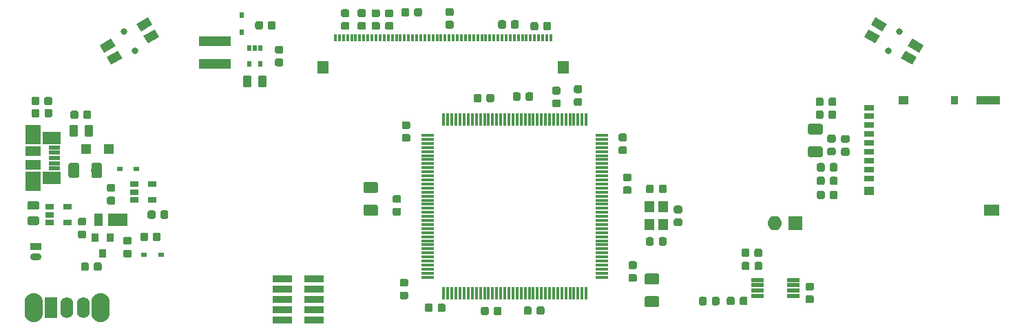
<source format=gbr>
G04 #@! TF.GenerationSoftware,KiCad,Pcbnew,5.1.3-ffb9f22~84~ubuntu18.10.1*
G04 #@! TF.CreationDate,2019-11-16T15:14:42-06:00*
G04 #@! TF.ProjectId,BurnedHead,4275726e-6564-4486-9561-642e6b696361,rev?*
G04 #@! TF.SameCoordinates,Original*
G04 #@! TF.FileFunction,Soldermask,Bot*
G04 #@! TF.FilePolarity,Negative*
%FSLAX46Y46*%
G04 Gerber Fmt 4.6, Leading zero omitted, Abs format (unit mm)*
G04 Created by KiCad (PCBNEW 5.1.3-ffb9f22~84~ubuntu18.10.1) date 2019-11-16 15:14:42*
%MOMM*%
%LPD*%
G04 APERTURE LIST*
%ADD10C,0.100000*%
%ADD11C,0.951200*%
%ADD12R,3.976200X1.276200*%
%ADD13R,1.526200X0.526200*%
%ADD14O,1.776200X1.776200*%
%ADD15R,1.776200X1.776200*%
%ADD16C,1.051200*%
%ADD17R,0.676200X0.526200*%
%ADD18C,1.326200*%
%ADD19R,1.276200X1.476200*%
%ADD20R,1.476200X1.576200*%
%ADD21R,0.376200X0.876200*%
%ADD22C,1.076200*%
%ADD23C,0.826200*%
%ADD24R,1.976200X1.376200*%
%ADD25R,2.876200X1.076200*%
%ADD26R,0.876200X1.076200*%
%ADD27R,1.276200X1.076200*%
%ADD28R,1.276200X0.776200*%
%ADD29R,0.876200X0.976200*%
%ADD30R,1.136200X0.726200*%
%ADD31R,1.376200X0.876200*%
%ADD32O,1.376200X0.876200*%
%ADD33R,2.476200X0.816200*%
%ADD34R,1.176200X1.176200*%
%ADD35R,2.476200X1.576200*%
%ADD36R,1.126200X1.576200*%
%ADD37R,0.526200X0.676200*%
%ADD38R,1.456200X0.526200*%
%ADD39R,2.176200X1.551200*%
%ADD40R,1.976200X2.451200*%
%ADD41R,1.976200X1.251200*%
%ADD42O,2.276200X3.576200*%
%ADD43O,1.576200X2.576200*%
%ADD44R,1.576200X2.576200*%
%ADD45R,0.476200X0.726200*%
%ADD46R,0.376200X1.626200*%
%ADD47R,1.626200X0.376200*%
G04 APERTURE END LIST*
D10*
G36*
X252215808Y-175829385D02*
G01*
X252238892Y-175832809D01*
X252261530Y-175838480D01*
X252283502Y-175846341D01*
X252304598Y-175856319D01*
X252324615Y-175868317D01*
X252343359Y-175882218D01*
X252360650Y-175897890D01*
X252376322Y-175915181D01*
X252390223Y-175933925D01*
X252402221Y-175953942D01*
X252412199Y-175975038D01*
X252420060Y-175997010D01*
X252425731Y-176019648D01*
X252429155Y-176042732D01*
X252430300Y-176066040D01*
X252430300Y-176541640D01*
X252429155Y-176564948D01*
X252425731Y-176588032D01*
X252420060Y-176610670D01*
X252412199Y-176632642D01*
X252402221Y-176653738D01*
X252390223Y-176673755D01*
X252376322Y-176692499D01*
X252360650Y-176709790D01*
X252343359Y-176725462D01*
X252324615Y-176739363D01*
X252304598Y-176751361D01*
X252283502Y-176761339D01*
X252261530Y-176769200D01*
X252238892Y-176774871D01*
X252215808Y-176778295D01*
X252192500Y-176779440D01*
X251641900Y-176779440D01*
X251618592Y-176778295D01*
X251595508Y-176774871D01*
X251572870Y-176769200D01*
X251550898Y-176761339D01*
X251529802Y-176751361D01*
X251509785Y-176739363D01*
X251491041Y-176725462D01*
X251473750Y-176709790D01*
X251458078Y-176692499D01*
X251444177Y-176673755D01*
X251432179Y-176653738D01*
X251422201Y-176632642D01*
X251414340Y-176610670D01*
X251408669Y-176588032D01*
X251405245Y-176564948D01*
X251404100Y-176541640D01*
X251404100Y-176066040D01*
X251405245Y-176042732D01*
X251408669Y-176019648D01*
X251414340Y-175997010D01*
X251422201Y-175975038D01*
X251432179Y-175953942D01*
X251444177Y-175933925D01*
X251458078Y-175915181D01*
X251473750Y-175897890D01*
X251491041Y-175882218D01*
X251509785Y-175868317D01*
X251529802Y-175856319D01*
X251550898Y-175846341D01*
X251572870Y-175838480D01*
X251595508Y-175832809D01*
X251618592Y-175829385D01*
X251641900Y-175828240D01*
X252192500Y-175828240D01*
X252215808Y-175829385D01*
X252215808Y-175829385D01*
G37*
D11*
X251917200Y-176303840D03*
D10*
G36*
X252215808Y-177404385D02*
G01*
X252238892Y-177407809D01*
X252261530Y-177413480D01*
X252283502Y-177421341D01*
X252304598Y-177431319D01*
X252324615Y-177443317D01*
X252343359Y-177457218D01*
X252360650Y-177472890D01*
X252376322Y-177490181D01*
X252390223Y-177508925D01*
X252402221Y-177528942D01*
X252412199Y-177550038D01*
X252420060Y-177572010D01*
X252425731Y-177594648D01*
X252429155Y-177617732D01*
X252430300Y-177641040D01*
X252430300Y-178116640D01*
X252429155Y-178139948D01*
X252425731Y-178163032D01*
X252420060Y-178185670D01*
X252412199Y-178207642D01*
X252402221Y-178228738D01*
X252390223Y-178248755D01*
X252376322Y-178267499D01*
X252360650Y-178284790D01*
X252343359Y-178300462D01*
X252324615Y-178314363D01*
X252304598Y-178326361D01*
X252283502Y-178336339D01*
X252261530Y-178344200D01*
X252238892Y-178349871D01*
X252215808Y-178353295D01*
X252192500Y-178354440D01*
X251641900Y-178354440D01*
X251618592Y-178353295D01*
X251595508Y-178349871D01*
X251572870Y-178344200D01*
X251550898Y-178336339D01*
X251529802Y-178326361D01*
X251509785Y-178314363D01*
X251491041Y-178300462D01*
X251473750Y-178284790D01*
X251458078Y-178267499D01*
X251444177Y-178248755D01*
X251432179Y-178228738D01*
X251422201Y-178207642D01*
X251414340Y-178185670D01*
X251408669Y-178163032D01*
X251405245Y-178139948D01*
X251404100Y-178116640D01*
X251404100Y-177641040D01*
X251405245Y-177617732D01*
X251408669Y-177594648D01*
X251414340Y-177572010D01*
X251422201Y-177550038D01*
X251432179Y-177528942D01*
X251444177Y-177508925D01*
X251458078Y-177490181D01*
X251473750Y-177472890D01*
X251491041Y-177457218D01*
X251509785Y-177443317D01*
X251529802Y-177431319D01*
X251550898Y-177421341D01*
X251572870Y-177413480D01*
X251595508Y-177407809D01*
X251618592Y-177404385D01*
X251641900Y-177403240D01*
X252192500Y-177403240D01*
X252215808Y-177404385D01*
X252215808Y-177404385D01*
G37*
D11*
X251917200Y-177878840D03*
D10*
G36*
X240603628Y-177592845D02*
G01*
X240626712Y-177596269D01*
X240649350Y-177601940D01*
X240671322Y-177609801D01*
X240692418Y-177619779D01*
X240712435Y-177631777D01*
X240731179Y-177645678D01*
X240748470Y-177661350D01*
X240764142Y-177678641D01*
X240778043Y-177697385D01*
X240790041Y-177717402D01*
X240800019Y-177738498D01*
X240807880Y-177760470D01*
X240813551Y-177783108D01*
X240816975Y-177806192D01*
X240818120Y-177829500D01*
X240818120Y-178380100D01*
X240816975Y-178403408D01*
X240813551Y-178426492D01*
X240807880Y-178449130D01*
X240800019Y-178471102D01*
X240790041Y-178492198D01*
X240778043Y-178512215D01*
X240764142Y-178530959D01*
X240748470Y-178548250D01*
X240731179Y-178563922D01*
X240712435Y-178577823D01*
X240692418Y-178589821D01*
X240671322Y-178599799D01*
X240649350Y-178607660D01*
X240626712Y-178613331D01*
X240603628Y-178616755D01*
X240580320Y-178617900D01*
X240104720Y-178617900D01*
X240081412Y-178616755D01*
X240058328Y-178613331D01*
X240035690Y-178607660D01*
X240013718Y-178599799D01*
X239992622Y-178589821D01*
X239972605Y-178577823D01*
X239953861Y-178563922D01*
X239936570Y-178548250D01*
X239920898Y-178530959D01*
X239906997Y-178512215D01*
X239894999Y-178492198D01*
X239885021Y-178471102D01*
X239877160Y-178449130D01*
X239871489Y-178426492D01*
X239868065Y-178403408D01*
X239866920Y-178380100D01*
X239866920Y-177829500D01*
X239868065Y-177806192D01*
X239871489Y-177783108D01*
X239877160Y-177760470D01*
X239885021Y-177738498D01*
X239894999Y-177717402D01*
X239906997Y-177697385D01*
X239920898Y-177678641D01*
X239936570Y-177661350D01*
X239953861Y-177645678D01*
X239972605Y-177631777D01*
X239992622Y-177619779D01*
X240013718Y-177609801D01*
X240035690Y-177601940D01*
X240058328Y-177596269D01*
X240081412Y-177592845D01*
X240104720Y-177591700D01*
X240580320Y-177591700D01*
X240603628Y-177592845D01*
X240603628Y-177592845D01*
G37*
D11*
X240342520Y-178104800D03*
D10*
G36*
X239028628Y-177592845D02*
G01*
X239051712Y-177596269D01*
X239074350Y-177601940D01*
X239096322Y-177609801D01*
X239117418Y-177619779D01*
X239137435Y-177631777D01*
X239156179Y-177645678D01*
X239173470Y-177661350D01*
X239189142Y-177678641D01*
X239203043Y-177697385D01*
X239215041Y-177717402D01*
X239225019Y-177738498D01*
X239232880Y-177760470D01*
X239238551Y-177783108D01*
X239241975Y-177806192D01*
X239243120Y-177829500D01*
X239243120Y-178380100D01*
X239241975Y-178403408D01*
X239238551Y-178426492D01*
X239232880Y-178449130D01*
X239225019Y-178471102D01*
X239215041Y-178492198D01*
X239203043Y-178512215D01*
X239189142Y-178530959D01*
X239173470Y-178548250D01*
X239156179Y-178563922D01*
X239137435Y-178577823D01*
X239117418Y-178589821D01*
X239096322Y-178599799D01*
X239074350Y-178607660D01*
X239051712Y-178613331D01*
X239028628Y-178616755D01*
X239005320Y-178617900D01*
X238529720Y-178617900D01*
X238506412Y-178616755D01*
X238483328Y-178613331D01*
X238460690Y-178607660D01*
X238438718Y-178599799D01*
X238417622Y-178589821D01*
X238397605Y-178577823D01*
X238378861Y-178563922D01*
X238361570Y-178548250D01*
X238345898Y-178530959D01*
X238331997Y-178512215D01*
X238319999Y-178492198D01*
X238310021Y-178471102D01*
X238302160Y-178449130D01*
X238296489Y-178426492D01*
X238293065Y-178403408D01*
X238291920Y-178380100D01*
X238291920Y-177829500D01*
X238293065Y-177806192D01*
X238296489Y-177783108D01*
X238302160Y-177760470D01*
X238310021Y-177738498D01*
X238319999Y-177717402D01*
X238331997Y-177697385D01*
X238345898Y-177678641D01*
X238361570Y-177661350D01*
X238378861Y-177645678D01*
X238397605Y-177631777D01*
X238417622Y-177619779D01*
X238438718Y-177609801D01*
X238460690Y-177601940D01*
X238483328Y-177596269D01*
X238506412Y-177592845D01*
X238529720Y-177591700D01*
X239005320Y-177591700D01*
X239028628Y-177592845D01*
X239028628Y-177592845D01*
G37*
D11*
X238767520Y-178104800D03*
D10*
G36*
X244268648Y-171644165D02*
G01*
X244291732Y-171647589D01*
X244314370Y-171653260D01*
X244336342Y-171661121D01*
X244357438Y-171671099D01*
X244377455Y-171683097D01*
X244396199Y-171696998D01*
X244413490Y-171712670D01*
X244429162Y-171729961D01*
X244443063Y-171748705D01*
X244455061Y-171768722D01*
X244465039Y-171789818D01*
X244472900Y-171811790D01*
X244478571Y-171834428D01*
X244481995Y-171857512D01*
X244483140Y-171880820D01*
X244483140Y-172431420D01*
X244481995Y-172454728D01*
X244478571Y-172477812D01*
X244472900Y-172500450D01*
X244465039Y-172522422D01*
X244455061Y-172543518D01*
X244443063Y-172563535D01*
X244429162Y-172582279D01*
X244413490Y-172599570D01*
X244396199Y-172615242D01*
X244377455Y-172629143D01*
X244357438Y-172641141D01*
X244336342Y-172651119D01*
X244314370Y-172658980D01*
X244291732Y-172664651D01*
X244268648Y-172668075D01*
X244245340Y-172669220D01*
X243769740Y-172669220D01*
X243746432Y-172668075D01*
X243723348Y-172664651D01*
X243700710Y-172658980D01*
X243678738Y-172651119D01*
X243657642Y-172641141D01*
X243637625Y-172629143D01*
X243618881Y-172615242D01*
X243601590Y-172599570D01*
X243585918Y-172582279D01*
X243572017Y-172563535D01*
X243560019Y-172543518D01*
X243550041Y-172522422D01*
X243542180Y-172500450D01*
X243536509Y-172477812D01*
X243533085Y-172454728D01*
X243531940Y-172431420D01*
X243531940Y-171880820D01*
X243533085Y-171857512D01*
X243536509Y-171834428D01*
X243542180Y-171811790D01*
X243550041Y-171789818D01*
X243560019Y-171768722D01*
X243572017Y-171748705D01*
X243585918Y-171729961D01*
X243601590Y-171712670D01*
X243618881Y-171696998D01*
X243637625Y-171683097D01*
X243657642Y-171671099D01*
X243678738Y-171661121D01*
X243700710Y-171653260D01*
X243723348Y-171647589D01*
X243746432Y-171644165D01*
X243769740Y-171643020D01*
X244245340Y-171643020D01*
X244268648Y-171644165D01*
X244268648Y-171644165D01*
G37*
D11*
X244007540Y-172156120D03*
D10*
G36*
X245843648Y-171644165D02*
G01*
X245866732Y-171647589D01*
X245889370Y-171653260D01*
X245911342Y-171661121D01*
X245932438Y-171671099D01*
X245952455Y-171683097D01*
X245971199Y-171696998D01*
X245988490Y-171712670D01*
X246004162Y-171729961D01*
X246018063Y-171748705D01*
X246030061Y-171768722D01*
X246040039Y-171789818D01*
X246047900Y-171811790D01*
X246053571Y-171834428D01*
X246056995Y-171857512D01*
X246058140Y-171880820D01*
X246058140Y-172431420D01*
X246056995Y-172454728D01*
X246053571Y-172477812D01*
X246047900Y-172500450D01*
X246040039Y-172522422D01*
X246030061Y-172543518D01*
X246018063Y-172563535D01*
X246004162Y-172582279D01*
X245988490Y-172599570D01*
X245971199Y-172615242D01*
X245952455Y-172629143D01*
X245932438Y-172641141D01*
X245911342Y-172651119D01*
X245889370Y-172658980D01*
X245866732Y-172664651D01*
X245843648Y-172668075D01*
X245820340Y-172669220D01*
X245344740Y-172669220D01*
X245321432Y-172668075D01*
X245298348Y-172664651D01*
X245275710Y-172658980D01*
X245253738Y-172651119D01*
X245232642Y-172641141D01*
X245212625Y-172629143D01*
X245193881Y-172615242D01*
X245176590Y-172599570D01*
X245160918Y-172582279D01*
X245147017Y-172563535D01*
X245135019Y-172543518D01*
X245125041Y-172522422D01*
X245117180Y-172500450D01*
X245111509Y-172477812D01*
X245108085Y-172454728D01*
X245106940Y-172431420D01*
X245106940Y-171880820D01*
X245108085Y-171857512D01*
X245111509Y-171834428D01*
X245117180Y-171811790D01*
X245125041Y-171789818D01*
X245135019Y-171768722D01*
X245147017Y-171748705D01*
X245160918Y-171729961D01*
X245176590Y-171712670D01*
X245193881Y-171696998D01*
X245212625Y-171683097D01*
X245232642Y-171671099D01*
X245253738Y-171661121D01*
X245275710Y-171653260D01*
X245298348Y-171647589D01*
X245321432Y-171644165D01*
X245344740Y-171643020D01*
X245820340Y-171643020D01*
X245843648Y-171644165D01*
X245843648Y-171644165D01*
G37*
D11*
X245582540Y-172156120D03*
D10*
G36*
X215917368Y-143478105D02*
G01*
X215940452Y-143481529D01*
X215963090Y-143487200D01*
X215985062Y-143495061D01*
X216006158Y-143505039D01*
X216026175Y-143517037D01*
X216044919Y-143530938D01*
X216062210Y-143546610D01*
X216077882Y-143563901D01*
X216091783Y-143582645D01*
X216103781Y-143602662D01*
X216113759Y-143623758D01*
X216121620Y-143645730D01*
X216127291Y-143668368D01*
X216130715Y-143691452D01*
X216131860Y-143714760D01*
X216131860Y-144265360D01*
X216130715Y-144288668D01*
X216127291Y-144311752D01*
X216121620Y-144334390D01*
X216113759Y-144356362D01*
X216103781Y-144377458D01*
X216091783Y-144397475D01*
X216077882Y-144416219D01*
X216062210Y-144433510D01*
X216044919Y-144449182D01*
X216026175Y-144463083D01*
X216006158Y-144475081D01*
X215985062Y-144485059D01*
X215963090Y-144492920D01*
X215940452Y-144498591D01*
X215917368Y-144502015D01*
X215894060Y-144503160D01*
X215418460Y-144503160D01*
X215395152Y-144502015D01*
X215372068Y-144498591D01*
X215349430Y-144492920D01*
X215327458Y-144485059D01*
X215306362Y-144475081D01*
X215286345Y-144463083D01*
X215267601Y-144449182D01*
X215250310Y-144433510D01*
X215234638Y-144416219D01*
X215220737Y-144397475D01*
X215208739Y-144377458D01*
X215198761Y-144356362D01*
X215190900Y-144334390D01*
X215185229Y-144311752D01*
X215181805Y-144288668D01*
X215180660Y-144265360D01*
X215180660Y-143714760D01*
X215181805Y-143691452D01*
X215185229Y-143668368D01*
X215190900Y-143645730D01*
X215198761Y-143623758D01*
X215208739Y-143602662D01*
X215220737Y-143582645D01*
X215234638Y-143563901D01*
X215250310Y-143546610D01*
X215267601Y-143530938D01*
X215286345Y-143517037D01*
X215306362Y-143505039D01*
X215327458Y-143495061D01*
X215349430Y-143487200D01*
X215372068Y-143481529D01*
X215395152Y-143478105D01*
X215418460Y-143476960D01*
X215894060Y-143476960D01*
X215917368Y-143478105D01*
X215917368Y-143478105D01*
G37*
D11*
X215656260Y-143990060D03*
D10*
G36*
X214342368Y-143478105D02*
G01*
X214365452Y-143481529D01*
X214388090Y-143487200D01*
X214410062Y-143495061D01*
X214431158Y-143505039D01*
X214451175Y-143517037D01*
X214469919Y-143530938D01*
X214487210Y-143546610D01*
X214502882Y-143563901D01*
X214516783Y-143582645D01*
X214528781Y-143602662D01*
X214538759Y-143623758D01*
X214546620Y-143645730D01*
X214552291Y-143668368D01*
X214555715Y-143691452D01*
X214556860Y-143714760D01*
X214556860Y-144265360D01*
X214555715Y-144288668D01*
X214552291Y-144311752D01*
X214546620Y-144334390D01*
X214538759Y-144356362D01*
X214528781Y-144377458D01*
X214516783Y-144397475D01*
X214502882Y-144416219D01*
X214487210Y-144433510D01*
X214469919Y-144449182D01*
X214451175Y-144463083D01*
X214431158Y-144475081D01*
X214410062Y-144485059D01*
X214388090Y-144492920D01*
X214365452Y-144498591D01*
X214342368Y-144502015D01*
X214319060Y-144503160D01*
X213843460Y-144503160D01*
X213820152Y-144502015D01*
X213797068Y-144498591D01*
X213774430Y-144492920D01*
X213752458Y-144485059D01*
X213731362Y-144475081D01*
X213711345Y-144463083D01*
X213692601Y-144449182D01*
X213675310Y-144433510D01*
X213659638Y-144416219D01*
X213645737Y-144397475D01*
X213633739Y-144377458D01*
X213623761Y-144356362D01*
X213615900Y-144334390D01*
X213610229Y-144311752D01*
X213606805Y-144288668D01*
X213605660Y-144265360D01*
X213605660Y-143714760D01*
X213606805Y-143691452D01*
X213610229Y-143668368D01*
X213615900Y-143645730D01*
X213623761Y-143623758D01*
X213633739Y-143602662D01*
X213645737Y-143582645D01*
X213659638Y-143563901D01*
X213675310Y-143546610D01*
X213692601Y-143530938D01*
X213711345Y-143517037D01*
X213731362Y-143505039D01*
X213752458Y-143495061D01*
X213774430Y-143487200D01*
X213797068Y-143481529D01*
X213820152Y-143478105D01*
X213843460Y-143476960D01*
X214319060Y-143476960D01*
X214342368Y-143478105D01*
X214342368Y-143478105D01*
G37*
D11*
X214081260Y-143990060D03*
D12*
X178767740Y-146062240D03*
X178767740Y-148862240D03*
D13*
X249905880Y-177456740D03*
X249905880Y-176806740D03*
X249905880Y-176156740D03*
X249905880Y-175506740D03*
X245505880Y-175506740D03*
X245505880Y-176156740D03*
X245505880Y-176806740D03*
X245505880Y-177456740D03*
D10*
G36*
X244035168Y-177575065D02*
G01*
X244058252Y-177578489D01*
X244080890Y-177584160D01*
X244102862Y-177592021D01*
X244123958Y-177601999D01*
X244143975Y-177613997D01*
X244162719Y-177627898D01*
X244180010Y-177643570D01*
X244195682Y-177660861D01*
X244209583Y-177679605D01*
X244221581Y-177699622D01*
X244231559Y-177720718D01*
X244239420Y-177742690D01*
X244245091Y-177765328D01*
X244248515Y-177788412D01*
X244249660Y-177811720D01*
X244249660Y-178362320D01*
X244248515Y-178385628D01*
X244245091Y-178408712D01*
X244239420Y-178431350D01*
X244231559Y-178453322D01*
X244221581Y-178474418D01*
X244209583Y-178494435D01*
X244195682Y-178513179D01*
X244180010Y-178530470D01*
X244162719Y-178546142D01*
X244143975Y-178560043D01*
X244123958Y-178572041D01*
X244102862Y-178582019D01*
X244080890Y-178589880D01*
X244058252Y-178595551D01*
X244035168Y-178598975D01*
X244011860Y-178600120D01*
X243536260Y-178600120D01*
X243512952Y-178598975D01*
X243489868Y-178595551D01*
X243467230Y-178589880D01*
X243445258Y-178582019D01*
X243424162Y-178572041D01*
X243404145Y-178560043D01*
X243385401Y-178546142D01*
X243368110Y-178530470D01*
X243352438Y-178513179D01*
X243338537Y-178494435D01*
X243326539Y-178474418D01*
X243316561Y-178453322D01*
X243308700Y-178431350D01*
X243303029Y-178408712D01*
X243299605Y-178385628D01*
X243298460Y-178362320D01*
X243298460Y-177811720D01*
X243299605Y-177788412D01*
X243303029Y-177765328D01*
X243308700Y-177742690D01*
X243316561Y-177720718D01*
X243326539Y-177699622D01*
X243338537Y-177679605D01*
X243352438Y-177660861D01*
X243368110Y-177643570D01*
X243385401Y-177627898D01*
X243404145Y-177613997D01*
X243424162Y-177601999D01*
X243445258Y-177592021D01*
X243467230Y-177584160D01*
X243489868Y-177578489D01*
X243512952Y-177575065D01*
X243536260Y-177573920D01*
X244011860Y-177573920D01*
X244035168Y-177575065D01*
X244035168Y-177575065D01*
G37*
D11*
X243774060Y-178087020D03*
D10*
G36*
X242460168Y-177575065D02*
G01*
X242483252Y-177578489D01*
X242505890Y-177584160D01*
X242527862Y-177592021D01*
X242548958Y-177601999D01*
X242568975Y-177613997D01*
X242587719Y-177627898D01*
X242605010Y-177643570D01*
X242620682Y-177660861D01*
X242634583Y-177679605D01*
X242646581Y-177699622D01*
X242656559Y-177720718D01*
X242664420Y-177742690D01*
X242670091Y-177765328D01*
X242673515Y-177788412D01*
X242674660Y-177811720D01*
X242674660Y-178362320D01*
X242673515Y-178385628D01*
X242670091Y-178408712D01*
X242664420Y-178431350D01*
X242656559Y-178453322D01*
X242646581Y-178474418D01*
X242634583Y-178494435D01*
X242620682Y-178513179D01*
X242605010Y-178530470D01*
X242587719Y-178546142D01*
X242568975Y-178560043D01*
X242548958Y-178572041D01*
X242527862Y-178582019D01*
X242505890Y-178589880D01*
X242483252Y-178595551D01*
X242460168Y-178598975D01*
X242436860Y-178600120D01*
X241961260Y-178600120D01*
X241937952Y-178598975D01*
X241914868Y-178595551D01*
X241892230Y-178589880D01*
X241870258Y-178582019D01*
X241849162Y-178572041D01*
X241829145Y-178560043D01*
X241810401Y-178546142D01*
X241793110Y-178530470D01*
X241777438Y-178513179D01*
X241763537Y-178494435D01*
X241751539Y-178474418D01*
X241741561Y-178453322D01*
X241733700Y-178431350D01*
X241728029Y-178408712D01*
X241724605Y-178385628D01*
X241723460Y-178362320D01*
X241723460Y-177811720D01*
X241724605Y-177788412D01*
X241728029Y-177765328D01*
X241733700Y-177742690D01*
X241741561Y-177720718D01*
X241751539Y-177699622D01*
X241763537Y-177679605D01*
X241777438Y-177660861D01*
X241793110Y-177643570D01*
X241810401Y-177627898D01*
X241829145Y-177613997D01*
X241849162Y-177601999D01*
X241870258Y-177592021D01*
X241892230Y-177584160D01*
X241914868Y-177578489D01*
X241937952Y-177575065D01*
X241961260Y-177573920D01*
X242436860Y-177573920D01*
X242460168Y-177575065D01*
X242460168Y-177575065D01*
G37*
D11*
X242199060Y-178087020D03*
D10*
G36*
X244273728Y-173272305D02*
G01*
X244296812Y-173275729D01*
X244319450Y-173281400D01*
X244341422Y-173289261D01*
X244362518Y-173299239D01*
X244382535Y-173311237D01*
X244401279Y-173325138D01*
X244418570Y-173340810D01*
X244434242Y-173358101D01*
X244448143Y-173376845D01*
X244460141Y-173396862D01*
X244470119Y-173417958D01*
X244477980Y-173439930D01*
X244483651Y-173462568D01*
X244487075Y-173485652D01*
X244488220Y-173508960D01*
X244488220Y-174059560D01*
X244487075Y-174082868D01*
X244483651Y-174105952D01*
X244477980Y-174128590D01*
X244470119Y-174150562D01*
X244460141Y-174171658D01*
X244448143Y-174191675D01*
X244434242Y-174210419D01*
X244418570Y-174227710D01*
X244401279Y-174243382D01*
X244382535Y-174257283D01*
X244362518Y-174269281D01*
X244341422Y-174279259D01*
X244319450Y-174287120D01*
X244296812Y-174292791D01*
X244273728Y-174296215D01*
X244250420Y-174297360D01*
X243774820Y-174297360D01*
X243751512Y-174296215D01*
X243728428Y-174292791D01*
X243705790Y-174287120D01*
X243683818Y-174279259D01*
X243662722Y-174269281D01*
X243642705Y-174257283D01*
X243623961Y-174243382D01*
X243606670Y-174227710D01*
X243590998Y-174210419D01*
X243577097Y-174191675D01*
X243565099Y-174171658D01*
X243555121Y-174150562D01*
X243547260Y-174128590D01*
X243541589Y-174105952D01*
X243538165Y-174082868D01*
X243537020Y-174059560D01*
X243537020Y-173508960D01*
X243538165Y-173485652D01*
X243541589Y-173462568D01*
X243547260Y-173439930D01*
X243555121Y-173417958D01*
X243565099Y-173396862D01*
X243577097Y-173376845D01*
X243590998Y-173358101D01*
X243606670Y-173340810D01*
X243623961Y-173325138D01*
X243642705Y-173311237D01*
X243662722Y-173299239D01*
X243683818Y-173289261D01*
X243705790Y-173281400D01*
X243728428Y-173275729D01*
X243751512Y-173272305D01*
X243774820Y-173271160D01*
X244250420Y-173271160D01*
X244273728Y-173272305D01*
X244273728Y-173272305D01*
G37*
D11*
X244012620Y-173784260D03*
D10*
G36*
X245848728Y-173272305D02*
G01*
X245871812Y-173275729D01*
X245894450Y-173281400D01*
X245916422Y-173289261D01*
X245937518Y-173299239D01*
X245957535Y-173311237D01*
X245976279Y-173325138D01*
X245993570Y-173340810D01*
X246009242Y-173358101D01*
X246023143Y-173376845D01*
X246035141Y-173396862D01*
X246045119Y-173417958D01*
X246052980Y-173439930D01*
X246058651Y-173462568D01*
X246062075Y-173485652D01*
X246063220Y-173508960D01*
X246063220Y-174059560D01*
X246062075Y-174082868D01*
X246058651Y-174105952D01*
X246052980Y-174128590D01*
X246045119Y-174150562D01*
X246035141Y-174171658D01*
X246023143Y-174191675D01*
X246009242Y-174210419D01*
X245993570Y-174227710D01*
X245976279Y-174243382D01*
X245957535Y-174257283D01*
X245937518Y-174269281D01*
X245916422Y-174279259D01*
X245894450Y-174287120D01*
X245871812Y-174292791D01*
X245848728Y-174296215D01*
X245825420Y-174297360D01*
X245349820Y-174297360D01*
X245326512Y-174296215D01*
X245303428Y-174292791D01*
X245280790Y-174287120D01*
X245258818Y-174279259D01*
X245237722Y-174269281D01*
X245217705Y-174257283D01*
X245198961Y-174243382D01*
X245181670Y-174227710D01*
X245165998Y-174210419D01*
X245152097Y-174191675D01*
X245140099Y-174171658D01*
X245130121Y-174150562D01*
X245122260Y-174128590D01*
X245116589Y-174105952D01*
X245113165Y-174082868D01*
X245112020Y-174059560D01*
X245112020Y-173508960D01*
X245113165Y-173485652D01*
X245116589Y-173462568D01*
X245122260Y-173439930D01*
X245130121Y-173417958D01*
X245140099Y-173396862D01*
X245152097Y-173376845D01*
X245165998Y-173358101D01*
X245181670Y-173340810D01*
X245198961Y-173325138D01*
X245217705Y-173311237D01*
X245237722Y-173299239D01*
X245258818Y-173289261D01*
X245280790Y-173281400D01*
X245303428Y-173275729D01*
X245326512Y-173272305D01*
X245349820Y-173271160D01*
X245825420Y-173271160D01*
X245848728Y-173272305D01*
X245848728Y-173272305D01*
G37*
D11*
X245587620Y-173784260D03*
D14*
X247604280Y-168516300D03*
D15*
X250144280Y-168516300D03*
D10*
G36*
X202577955Y-157516353D02*
G01*
X202601039Y-157519777D01*
X202623677Y-157525448D01*
X202645649Y-157533309D01*
X202666745Y-157543287D01*
X202686762Y-157555285D01*
X202705506Y-157569186D01*
X202722797Y-157584858D01*
X202738469Y-157602149D01*
X202752370Y-157620893D01*
X202764368Y-157640910D01*
X202774346Y-157662006D01*
X202782207Y-157683978D01*
X202787878Y-157706616D01*
X202791302Y-157729700D01*
X202792447Y-157753008D01*
X202792447Y-158228608D01*
X202791302Y-158251916D01*
X202787878Y-158275000D01*
X202782207Y-158297638D01*
X202774346Y-158319610D01*
X202764368Y-158340706D01*
X202752370Y-158360723D01*
X202738469Y-158379467D01*
X202722797Y-158396758D01*
X202705506Y-158412430D01*
X202686762Y-158426331D01*
X202666745Y-158438329D01*
X202645649Y-158448307D01*
X202623677Y-158456168D01*
X202601039Y-158461839D01*
X202577955Y-158465263D01*
X202554647Y-158466408D01*
X202004047Y-158466408D01*
X201980739Y-158465263D01*
X201957655Y-158461839D01*
X201935017Y-158456168D01*
X201913045Y-158448307D01*
X201891949Y-158438329D01*
X201871932Y-158426331D01*
X201853188Y-158412430D01*
X201835897Y-158396758D01*
X201820225Y-158379467D01*
X201806324Y-158360723D01*
X201794326Y-158340706D01*
X201784348Y-158319610D01*
X201776487Y-158297638D01*
X201770816Y-158275000D01*
X201767392Y-158251916D01*
X201766247Y-158228608D01*
X201766247Y-157753008D01*
X201767392Y-157729700D01*
X201770816Y-157706616D01*
X201776487Y-157683978D01*
X201784348Y-157662006D01*
X201794326Y-157640910D01*
X201806324Y-157620893D01*
X201820225Y-157602149D01*
X201835897Y-157584858D01*
X201853188Y-157569186D01*
X201871932Y-157555285D01*
X201891949Y-157543287D01*
X201913045Y-157533309D01*
X201935017Y-157525448D01*
X201957655Y-157519777D01*
X201980739Y-157516353D01*
X202004047Y-157515208D01*
X202554647Y-157515208D01*
X202577955Y-157516353D01*
X202577955Y-157516353D01*
G37*
D11*
X202279347Y-157990808D03*
D10*
G36*
X202577955Y-155941353D02*
G01*
X202601039Y-155944777D01*
X202623677Y-155950448D01*
X202645649Y-155958309D01*
X202666745Y-155968287D01*
X202686762Y-155980285D01*
X202705506Y-155994186D01*
X202722797Y-156009858D01*
X202738469Y-156027149D01*
X202752370Y-156045893D01*
X202764368Y-156065910D01*
X202774346Y-156087006D01*
X202782207Y-156108978D01*
X202787878Y-156131616D01*
X202791302Y-156154700D01*
X202792447Y-156178008D01*
X202792447Y-156653608D01*
X202791302Y-156676916D01*
X202787878Y-156700000D01*
X202782207Y-156722638D01*
X202774346Y-156744610D01*
X202764368Y-156765706D01*
X202752370Y-156785723D01*
X202738469Y-156804467D01*
X202722797Y-156821758D01*
X202705506Y-156837430D01*
X202686762Y-156851331D01*
X202666745Y-156863329D01*
X202645649Y-156873307D01*
X202623677Y-156881168D01*
X202601039Y-156886839D01*
X202577955Y-156890263D01*
X202554647Y-156891408D01*
X202004047Y-156891408D01*
X201980739Y-156890263D01*
X201957655Y-156886839D01*
X201935017Y-156881168D01*
X201913045Y-156873307D01*
X201891949Y-156863329D01*
X201871932Y-156851331D01*
X201853188Y-156837430D01*
X201835897Y-156821758D01*
X201820225Y-156804467D01*
X201806324Y-156785723D01*
X201794326Y-156765706D01*
X201784348Y-156744610D01*
X201776487Y-156722638D01*
X201770816Y-156700000D01*
X201767392Y-156676916D01*
X201766247Y-156653608D01*
X201766247Y-156178008D01*
X201767392Y-156154700D01*
X201770816Y-156131616D01*
X201776487Y-156108978D01*
X201784348Y-156087006D01*
X201794326Y-156065910D01*
X201806324Y-156045893D01*
X201820225Y-156027149D01*
X201835897Y-156009858D01*
X201853188Y-155994186D01*
X201871932Y-155980285D01*
X201891949Y-155968287D01*
X201913045Y-155958309D01*
X201935017Y-155950448D01*
X201957655Y-155944777D01*
X201980739Y-155941353D01*
X202004047Y-155940208D01*
X202554647Y-155940208D01*
X202577955Y-155941353D01*
X202577955Y-155941353D01*
G37*
D11*
X202279347Y-156415808D03*
D10*
G36*
X201451368Y-166609485D02*
G01*
X201474452Y-166612909D01*
X201497090Y-166618580D01*
X201519062Y-166626441D01*
X201540158Y-166636419D01*
X201560175Y-166648417D01*
X201578919Y-166662318D01*
X201596210Y-166677990D01*
X201611882Y-166695281D01*
X201625783Y-166714025D01*
X201637781Y-166734042D01*
X201647759Y-166755138D01*
X201655620Y-166777110D01*
X201661291Y-166799748D01*
X201664715Y-166822832D01*
X201665860Y-166846140D01*
X201665860Y-167321740D01*
X201664715Y-167345048D01*
X201661291Y-167368132D01*
X201655620Y-167390770D01*
X201647759Y-167412742D01*
X201637781Y-167433838D01*
X201625783Y-167453855D01*
X201611882Y-167472599D01*
X201596210Y-167489890D01*
X201578919Y-167505562D01*
X201560175Y-167519463D01*
X201540158Y-167531461D01*
X201519062Y-167541439D01*
X201497090Y-167549300D01*
X201474452Y-167554971D01*
X201451368Y-167558395D01*
X201428060Y-167559540D01*
X200877460Y-167559540D01*
X200854152Y-167558395D01*
X200831068Y-167554971D01*
X200808430Y-167549300D01*
X200786458Y-167541439D01*
X200765362Y-167531461D01*
X200745345Y-167519463D01*
X200726601Y-167505562D01*
X200709310Y-167489890D01*
X200693638Y-167472599D01*
X200679737Y-167453855D01*
X200667739Y-167433838D01*
X200657761Y-167412742D01*
X200649900Y-167390770D01*
X200644229Y-167368132D01*
X200640805Y-167345048D01*
X200639660Y-167321740D01*
X200639660Y-166846140D01*
X200640805Y-166822832D01*
X200644229Y-166799748D01*
X200649900Y-166777110D01*
X200657761Y-166755138D01*
X200667739Y-166734042D01*
X200679737Y-166714025D01*
X200693638Y-166695281D01*
X200709310Y-166677990D01*
X200726601Y-166662318D01*
X200745345Y-166648417D01*
X200765362Y-166636419D01*
X200786458Y-166626441D01*
X200808430Y-166618580D01*
X200831068Y-166612909D01*
X200854152Y-166609485D01*
X200877460Y-166608340D01*
X201428060Y-166608340D01*
X201451368Y-166609485D01*
X201451368Y-166609485D01*
G37*
D11*
X201152760Y-167083940D03*
D10*
G36*
X201451368Y-165034485D02*
G01*
X201474452Y-165037909D01*
X201497090Y-165043580D01*
X201519062Y-165051441D01*
X201540158Y-165061419D01*
X201560175Y-165073417D01*
X201578919Y-165087318D01*
X201596210Y-165102990D01*
X201611882Y-165120281D01*
X201625783Y-165139025D01*
X201637781Y-165159042D01*
X201647759Y-165180138D01*
X201655620Y-165202110D01*
X201661291Y-165224748D01*
X201664715Y-165247832D01*
X201665860Y-165271140D01*
X201665860Y-165746740D01*
X201664715Y-165770048D01*
X201661291Y-165793132D01*
X201655620Y-165815770D01*
X201647759Y-165837742D01*
X201637781Y-165858838D01*
X201625783Y-165878855D01*
X201611882Y-165897599D01*
X201596210Y-165914890D01*
X201578919Y-165930562D01*
X201560175Y-165944463D01*
X201540158Y-165956461D01*
X201519062Y-165966439D01*
X201497090Y-165974300D01*
X201474452Y-165979971D01*
X201451368Y-165983395D01*
X201428060Y-165984540D01*
X200877460Y-165984540D01*
X200854152Y-165983395D01*
X200831068Y-165979971D01*
X200808430Y-165974300D01*
X200786458Y-165966439D01*
X200765362Y-165956461D01*
X200745345Y-165944463D01*
X200726601Y-165930562D01*
X200709310Y-165914890D01*
X200693638Y-165897599D01*
X200679737Y-165878855D01*
X200667739Y-165858838D01*
X200657761Y-165837742D01*
X200649900Y-165815770D01*
X200644229Y-165793132D01*
X200640805Y-165770048D01*
X200639660Y-165746740D01*
X200639660Y-165271140D01*
X200640805Y-165247832D01*
X200644229Y-165224748D01*
X200649900Y-165202110D01*
X200657761Y-165180138D01*
X200667739Y-165159042D01*
X200679737Y-165139025D01*
X200693638Y-165120281D01*
X200709310Y-165102990D01*
X200726601Y-165087318D01*
X200745345Y-165073417D01*
X200765362Y-165061419D01*
X200786458Y-165051441D01*
X200808430Y-165043580D01*
X200831068Y-165037909D01*
X200854152Y-165034485D01*
X200877460Y-165033340D01*
X201428060Y-165033340D01*
X201451368Y-165034485D01*
X201451368Y-165034485D01*
G37*
D11*
X201152760Y-165508940D03*
D10*
G36*
X202324201Y-175357113D02*
G01*
X202347285Y-175360537D01*
X202369923Y-175366208D01*
X202391895Y-175374069D01*
X202412991Y-175384047D01*
X202433008Y-175396045D01*
X202451752Y-175409946D01*
X202469043Y-175425618D01*
X202484715Y-175442909D01*
X202498616Y-175461653D01*
X202510614Y-175481670D01*
X202520592Y-175502766D01*
X202528453Y-175524738D01*
X202534124Y-175547376D01*
X202537548Y-175570460D01*
X202538693Y-175593768D01*
X202538693Y-176069368D01*
X202537548Y-176092676D01*
X202534124Y-176115760D01*
X202528453Y-176138398D01*
X202520592Y-176160370D01*
X202510614Y-176181466D01*
X202498616Y-176201483D01*
X202484715Y-176220227D01*
X202469043Y-176237518D01*
X202451752Y-176253190D01*
X202433008Y-176267091D01*
X202412991Y-176279089D01*
X202391895Y-176289067D01*
X202369923Y-176296928D01*
X202347285Y-176302599D01*
X202324201Y-176306023D01*
X202300893Y-176307168D01*
X201750293Y-176307168D01*
X201726985Y-176306023D01*
X201703901Y-176302599D01*
X201681263Y-176296928D01*
X201659291Y-176289067D01*
X201638195Y-176279089D01*
X201618178Y-176267091D01*
X201599434Y-176253190D01*
X201582143Y-176237518D01*
X201566471Y-176220227D01*
X201552570Y-176201483D01*
X201540572Y-176181466D01*
X201530594Y-176160370D01*
X201522733Y-176138398D01*
X201517062Y-176115760D01*
X201513638Y-176092676D01*
X201512493Y-176069368D01*
X201512493Y-175593768D01*
X201513638Y-175570460D01*
X201517062Y-175547376D01*
X201522733Y-175524738D01*
X201530594Y-175502766D01*
X201540572Y-175481670D01*
X201552570Y-175461653D01*
X201566471Y-175442909D01*
X201582143Y-175425618D01*
X201599434Y-175409946D01*
X201618178Y-175396045D01*
X201638195Y-175384047D01*
X201659291Y-175374069D01*
X201681263Y-175366208D01*
X201703901Y-175360537D01*
X201726985Y-175357113D01*
X201750293Y-175355968D01*
X202300893Y-175355968D01*
X202324201Y-175357113D01*
X202324201Y-175357113D01*
G37*
D11*
X202025593Y-175831568D03*
D10*
G36*
X202324201Y-176932113D02*
G01*
X202347285Y-176935537D01*
X202369923Y-176941208D01*
X202391895Y-176949069D01*
X202412991Y-176959047D01*
X202433008Y-176971045D01*
X202451752Y-176984946D01*
X202469043Y-177000618D01*
X202484715Y-177017909D01*
X202498616Y-177036653D01*
X202510614Y-177056670D01*
X202520592Y-177077766D01*
X202528453Y-177099738D01*
X202534124Y-177122376D01*
X202537548Y-177145460D01*
X202538693Y-177168768D01*
X202538693Y-177644368D01*
X202537548Y-177667676D01*
X202534124Y-177690760D01*
X202528453Y-177713398D01*
X202520592Y-177735370D01*
X202510614Y-177756466D01*
X202498616Y-177776483D01*
X202484715Y-177795227D01*
X202469043Y-177812518D01*
X202451752Y-177828190D01*
X202433008Y-177842091D01*
X202412991Y-177854089D01*
X202391895Y-177864067D01*
X202369923Y-177871928D01*
X202347285Y-177877599D01*
X202324201Y-177881023D01*
X202300893Y-177882168D01*
X201750293Y-177882168D01*
X201726985Y-177881023D01*
X201703901Y-177877599D01*
X201681263Y-177871928D01*
X201659291Y-177864067D01*
X201638195Y-177854089D01*
X201618178Y-177842091D01*
X201599434Y-177828190D01*
X201582143Y-177812518D01*
X201566471Y-177795227D01*
X201552570Y-177776483D01*
X201540572Y-177756466D01*
X201530594Y-177735370D01*
X201522733Y-177713398D01*
X201517062Y-177690760D01*
X201513638Y-177667676D01*
X201512493Y-177644368D01*
X201512493Y-177168768D01*
X201513638Y-177145460D01*
X201517062Y-177122376D01*
X201522733Y-177099738D01*
X201530594Y-177077766D01*
X201540572Y-177056670D01*
X201552570Y-177036653D01*
X201566471Y-177017909D01*
X201582143Y-177000618D01*
X201599434Y-176984946D01*
X201618178Y-176971045D01*
X201638195Y-176959047D01*
X201659291Y-176949069D01*
X201681263Y-176941208D01*
X201703901Y-176935537D01*
X201726985Y-176932113D01*
X201750293Y-176930968D01*
X202300893Y-176930968D01*
X202324201Y-176932113D01*
X202324201Y-176932113D01*
G37*
D11*
X202025593Y-177406568D03*
D10*
G36*
X205332988Y-178410725D02*
G01*
X205356072Y-178414149D01*
X205378710Y-178419820D01*
X205400682Y-178427681D01*
X205421778Y-178437659D01*
X205441795Y-178449657D01*
X205460539Y-178463558D01*
X205477830Y-178479230D01*
X205493502Y-178496521D01*
X205507403Y-178515265D01*
X205519401Y-178535282D01*
X205529379Y-178556378D01*
X205537240Y-178578350D01*
X205542911Y-178600988D01*
X205546335Y-178624072D01*
X205547480Y-178647380D01*
X205547480Y-179197980D01*
X205546335Y-179221288D01*
X205542911Y-179244372D01*
X205537240Y-179267010D01*
X205529379Y-179288982D01*
X205519401Y-179310078D01*
X205507403Y-179330095D01*
X205493502Y-179348839D01*
X205477830Y-179366130D01*
X205460539Y-179381802D01*
X205441795Y-179395703D01*
X205421778Y-179407701D01*
X205400682Y-179417679D01*
X205378710Y-179425540D01*
X205356072Y-179431211D01*
X205332988Y-179434635D01*
X205309680Y-179435780D01*
X204834080Y-179435780D01*
X204810772Y-179434635D01*
X204787688Y-179431211D01*
X204765050Y-179425540D01*
X204743078Y-179417679D01*
X204721982Y-179407701D01*
X204701965Y-179395703D01*
X204683221Y-179381802D01*
X204665930Y-179366130D01*
X204650258Y-179348839D01*
X204636357Y-179330095D01*
X204624359Y-179310078D01*
X204614381Y-179288982D01*
X204606520Y-179267010D01*
X204600849Y-179244372D01*
X204597425Y-179221288D01*
X204596280Y-179197980D01*
X204596280Y-178647380D01*
X204597425Y-178624072D01*
X204600849Y-178600988D01*
X204606520Y-178578350D01*
X204614381Y-178556378D01*
X204624359Y-178535282D01*
X204636357Y-178515265D01*
X204650258Y-178496521D01*
X204665930Y-178479230D01*
X204683221Y-178463558D01*
X204701965Y-178449657D01*
X204721982Y-178437659D01*
X204743078Y-178427681D01*
X204765050Y-178419820D01*
X204787688Y-178414149D01*
X204810772Y-178410725D01*
X204834080Y-178409580D01*
X205309680Y-178409580D01*
X205332988Y-178410725D01*
X205332988Y-178410725D01*
G37*
D11*
X205071880Y-178922680D03*
D10*
G36*
X206907988Y-178410725D02*
G01*
X206931072Y-178414149D01*
X206953710Y-178419820D01*
X206975682Y-178427681D01*
X206996778Y-178437659D01*
X207016795Y-178449657D01*
X207035539Y-178463558D01*
X207052830Y-178479230D01*
X207068502Y-178496521D01*
X207082403Y-178515265D01*
X207094401Y-178535282D01*
X207104379Y-178556378D01*
X207112240Y-178578350D01*
X207117911Y-178600988D01*
X207121335Y-178624072D01*
X207122480Y-178647380D01*
X207122480Y-179197980D01*
X207121335Y-179221288D01*
X207117911Y-179244372D01*
X207112240Y-179267010D01*
X207104379Y-179288982D01*
X207094401Y-179310078D01*
X207082403Y-179330095D01*
X207068502Y-179348839D01*
X207052830Y-179366130D01*
X207035539Y-179381802D01*
X207016795Y-179395703D01*
X206996778Y-179407701D01*
X206975682Y-179417679D01*
X206953710Y-179425540D01*
X206931072Y-179431211D01*
X206907988Y-179434635D01*
X206884680Y-179435780D01*
X206409080Y-179435780D01*
X206385772Y-179434635D01*
X206362688Y-179431211D01*
X206340050Y-179425540D01*
X206318078Y-179417679D01*
X206296982Y-179407701D01*
X206276965Y-179395703D01*
X206258221Y-179381802D01*
X206240930Y-179366130D01*
X206225258Y-179348839D01*
X206211357Y-179330095D01*
X206199359Y-179310078D01*
X206189381Y-179288982D01*
X206181520Y-179267010D01*
X206175849Y-179244372D01*
X206172425Y-179221288D01*
X206171280Y-179197980D01*
X206171280Y-178647380D01*
X206172425Y-178624072D01*
X206175849Y-178600988D01*
X206181520Y-178578350D01*
X206189381Y-178556378D01*
X206199359Y-178535282D01*
X206211357Y-178515265D01*
X206225258Y-178496521D01*
X206240930Y-178479230D01*
X206258221Y-178463558D01*
X206276965Y-178449657D01*
X206296982Y-178437659D01*
X206318078Y-178427681D01*
X206340050Y-178419820D01*
X206362688Y-178414149D01*
X206385772Y-178410725D01*
X206409080Y-178409580D01*
X206884680Y-178409580D01*
X206907988Y-178410725D01*
X206907988Y-178410725D01*
G37*
D11*
X206646880Y-178922680D03*
D10*
G36*
X213794681Y-178803751D02*
G01*
X213817765Y-178807175D01*
X213840403Y-178812846D01*
X213862375Y-178820707D01*
X213883471Y-178830685D01*
X213903488Y-178842683D01*
X213922232Y-178856584D01*
X213939523Y-178872256D01*
X213955195Y-178889547D01*
X213969096Y-178908291D01*
X213981094Y-178928308D01*
X213991072Y-178949404D01*
X213998933Y-178971376D01*
X214004604Y-178994014D01*
X214008028Y-179017098D01*
X214009173Y-179040406D01*
X214009173Y-179591006D01*
X214008028Y-179614314D01*
X214004604Y-179637398D01*
X213998933Y-179660036D01*
X213991072Y-179682008D01*
X213981094Y-179703104D01*
X213969096Y-179723121D01*
X213955195Y-179741865D01*
X213939523Y-179759156D01*
X213922232Y-179774828D01*
X213903488Y-179788729D01*
X213883471Y-179800727D01*
X213862375Y-179810705D01*
X213840403Y-179818566D01*
X213817765Y-179824237D01*
X213794681Y-179827661D01*
X213771373Y-179828806D01*
X213295773Y-179828806D01*
X213272465Y-179827661D01*
X213249381Y-179824237D01*
X213226743Y-179818566D01*
X213204771Y-179810705D01*
X213183675Y-179800727D01*
X213163658Y-179788729D01*
X213144914Y-179774828D01*
X213127623Y-179759156D01*
X213111951Y-179741865D01*
X213098050Y-179723121D01*
X213086052Y-179703104D01*
X213076074Y-179682008D01*
X213068213Y-179660036D01*
X213062542Y-179637398D01*
X213059118Y-179614314D01*
X213057973Y-179591006D01*
X213057973Y-179040406D01*
X213059118Y-179017098D01*
X213062542Y-178994014D01*
X213068213Y-178971376D01*
X213076074Y-178949404D01*
X213086052Y-178928308D01*
X213098050Y-178908291D01*
X213111951Y-178889547D01*
X213127623Y-178872256D01*
X213144914Y-178856584D01*
X213163658Y-178842683D01*
X213183675Y-178830685D01*
X213204771Y-178820707D01*
X213226743Y-178812846D01*
X213249381Y-178807175D01*
X213272465Y-178803751D01*
X213295773Y-178802606D01*
X213771373Y-178802606D01*
X213794681Y-178803751D01*
X213794681Y-178803751D01*
G37*
D11*
X213533573Y-179315706D03*
D10*
G36*
X212219681Y-178803751D02*
G01*
X212242765Y-178807175D01*
X212265403Y-178812846D01*
X212287375Y-178820707D01*
X212308471Y-178830685D01*
X212328488Y-178842683D01*
X212347232Y-178856584D01*
X212364523Y-178872256D01*
X212380195Y-178889547D01*
X212394096Y-178908291D01*
X212406094Y-178928308D01*
X212416072Y-178949404D01*
X212423933Y-178971376D01*
X212429604Y-178994014D01*
X212433028Y-179017098D01*
X212434173Y-179040406D01*
X212434173Y-179591006D01*
X212433028Y-179614314D01*
X212429604Y-179637398D01*
X212423933Y-179660036D01*
X212416072Y-179682008D01*
X212406094Y-179703104D01*
X212394096Y-179723121D01*
X212380195Y-179741865D01*
X212364523Y-179759156D01*
X212347232Y-179774828D01*
X212328488Y-179788729D01*
X212308471Y-179800727D01*
X212287375Y-179810705D01*
X212265403Y-179818566D01*
X212242765Y-179824237D01*
X212219681Y-179827661D01*
X212196373Y-179828806D01*
X211720773Y-179828806D01*
X211697465Y-179827661D01*
X211674381Y-179824237D01*
X211651743Y-179818566D01*
X211629771Y-179810705D01*
X211608675Y-179800727D01*
X211588658Y-179788729D01*
X211569914Y-179774828D01*
X211552623Y-179759156D01*
X211536951Y-179741865D01*
X211523050Y-179723121D01*
X211511052Y-179703104D01*
X211501074Y-179682008D01*
X211493213Y-179660036D01*
X211487542Y-179637398D01*
X211484118Y-179614314D01*
X211482973Y-179591006D01*
X211482973Y-179040406D01*
X211484118Y-179017098D01*
X211487542Y-178994014D01*
X211493213Y-178971376D01*
X211501074Y-178949404D01*
X211511052Y-178928308D01*
X211523050Y-178908291D01*
X211536951Y-178889547D01*
X211552623Y-178872256D01*
X211569914Y-178856584D01*
X211588658Y-178842683D01*
X211608675Y-178830685D01*
X211629771Y-178820707D01*
X211651743Y-178812846D01*
X211674381Y-178807175D01*
X211697465Y-178803751D01*
X211720773Y-178802606D01*
X212196373Y-178802606D01*
X212219681Y-178803751D01*
X212219681Y-178803751D01*
G37*
D11*
X211958573Y-179315706D03*
D10*
G36*
X219082208Y-178771405D02*
G01*
X219105292Y-178774829D01*
X219127930Y-178780500D01*
X219149902Y-178788361D01*
X219170998Y-178798339D01*
X219191015Y-178810337D01*
X219209759Y-178824238D01*
X219227050Y-178839910D01*
X219242722Y-178857201D01*
X219256623Y-178875945D01*
X219268621Y-178895962D01*
X219278599Y-178917058D01*
X219286460Y-178939030D01*
X219292131Y-178961668D01*
X219295555Y-178984752D01*
X219296700Y-179008060D01*
X219296700Y-179558660D01*
X219295555Y-179581968D01*
X219292131Y-179605052D01*
X219286460Y-179627690D01*
X219278599Y-179649662D01*
X219268621Y-179670758D01*
X219256623Y-179690775D01*
X219242722Y-179709519D01*
X219227050Y-179726810D01*
X219209759Y-179742482D01*
X219191015Y-179756383D01*
X219170998Y-179768381D01*
X219149902Y-179778359D01*
X219127930Y-179786220D01*
X219105292Y-179791891D01*
X219082208Y-179795315D01*
X219058900Y-179796460D01*
X218583300Y-179796460D01*
X218559992Y-179795315D01*
X218536908Y-179791891D01*
X218514270Y-179786220D01*
X218492298Y-179778359D01*
X218471202Y-179768381D01*
X218451185Y-179756383D01*
X218432441Y-179742482D01*
X218415150Y-179726810D01*
X218399478Y-179709519D01*
X218385577Y-179690775D01*
X218373579Y-179670758D01*
X218363601Y-179649662D01*
X218355740Y-179627690D01*
X218350069Y-179605052D01*
X218346645Y-179581968D01*
X218345500Y-179558660D01*
X218345500Y-179008060D01*
X218346645Y-178984752D01*
X218350069Y-178961668D01*
X218355740Y-178939030D01*
X218363601Y-178917058D01*
X218373579Y-178895962D01*
X218385577Y-178875945D01*
X218399478Y-178857201D01*
X218415150Y-178839910D01*
X218432441Y-178824238D01*
X218451185Y-178810337D01*
X218471202Y-178798339D01*
X218492298Y-178788361D01*
X218514270Y-178780500D01*
X218536908Y-178774829D01*
X218559992Y-178771405D01*
X218583300Y-178770260D01*
X219058900Y-178770260D01*
X219082208Y-178771405D01*
X219082208Y-178771405D01*
G37*
D11*
X218821100Y-179283360D03*
D10*
G36*
X217507208Y-178771405D02*
G01*
X217530292Y-178774829D01*
X217552930Y-178780500D01*
X217574902Y-178788361D01*
X217595998Y-178798339D01*
X217616015Y-178810337D01*
X217634759Y-178824238D01*
X217652050Y-178839910D01*
X217667722Y-178857201D01*
X217681623Y-178875945D01*
X217693621Y-178895962D01*
X217703599Y-178917058D01*
X217711460Y-178939030D01*
X217717131Y-178961668D01*
X217720555Y-178984752D01*
X217721700Y-179008060D01*
X217721700Y-179558660D01*
X217720555Y-179581968D01*
X217717131Y-179605052D01*
X217711460Y-179627690D01*
X217703599Y-179649662D01*
X217693621Y-179670758D01*
X217681623Y-179690775D01*
X217667722Y-179709519D01*
X217652050Y-179726810D01*
X217634759Y-179742482D01*
X217616015Y-179756383D01*
X217595998Y-179768381D01*
X217574902Y-179778359D01*
X217552930Y-179786220D01*
X217530292Y-179791891D01*
X217507208Y-179795315D01*
X217483900Y-179796460D01*
X217008300Y-179796460D01*
X216984992Y-179795315D01*
X216961908Y-179791891D01*
X216939270Y-179786220D01*
X216917298Y-179778359D01*
X216896202Y-179768381D01*
X216876185Y-179756383D01*
X216857441Y-179742482D01*
X216840150Y-179726810D01*
X216824478Y-179709519D01*
X216810577Y-179690775D01*
X216798579Y-179670758D01*
X216788601Y-179649662D01*
X216780740Y-179627690D01*
X216775069Y-179605052D01*
X216771645Y-179581968D01*
X216770500Y-179558660D01*
X216770500Y-179008060D01*
X216771645Y-178984752D01*
X216775069Y-178961668D01*
X216780740Y-178939030D01*
X216788601Y-178917058D01*
X216798579Y-178895962D01*
X216810577Y-178875945D01*
X216824478Y-178857201D01*
X216840150Y-178839910D01*
X216857441Y-178824238D01*
X216876185Y-178810337D01*
X216896202Y-178798339D01*
X216917298Y-178788361D01*
X216939270Y-178780500D01*
X216961908Y-178774829D01*
X216984992Y-178771405D01*
X217008300Y-178770260D01*
X217483900Y-178770260D01*
X217507208Y-178771405D01*
X217507208Y-178771405D01*
G37*
D11*
X217246100Y-179283360D03*
D10*
G36*
X230437848Y-174772945D02*
G01*
X230460932Y-174776369D01*
X230483570Y-174782040D01*
X230505542Y-174789901D01*
X230526638Y-174799879D01*
X230546655Y-174811877D01*
X230565399Y-174825778D01*
X230582690Y-174841450D01*
X230598362Y-174858741D01*
X230612263Y-174877485D01*
X230624261Y-174897502D01*
X230634239Y-174918598D01*
X230642100Y-174940570D01*
X230647771Y-174963208D01*
X230651195Y-174986292D01*
X230652340Y-175009600D01*
X230652340Y-175485200D01*
X230651195Y-175508508D01*
X230647771Y-175531592D01*
X230642100Y-175554230D01*
X230634239Y-175576202D01*
X230624261Y-175597298D01*
X230612263Y-175617315D01*
X230598362Y-175636059D01*
X230582690Y-175653350D01*
X230565399Y-175669022D01*
X230546655Y-175682923D01*
X230526638Y-175694921D01*
X230505542Y-175704899D01*
X230483570Y-175712760D01*
X230460932Y-175718431D01*
X230437848Y-175721855D01*
X230414540Y-175723000D01*
X229863940Y-175723000D01*
X229840632Y-175721855D01*
X229817548Y-175718431D01*
X229794910Y-175712760D01*
X229772938Y-175704899D01*
X229751842Y-175694921D01*
X229731825Y-175682923D01*
X229713081Y-175669022D01*
X229695790Y-175653350D01*
X229680118Y-175636059D01*
X229666217Y-175617315D01*
X229654219Y-175597298D01*
X229644241Y-175576202D01*
X229636380Y-175554230D01*
X229630709Y-175531592D01*
X229627285Y-175508508D01*
X229626140Y-175485200D01*
X229626140Y-175009600D01*
X229627285Y-174986292D01*
X229630709Y-174963208D01*
X229636380Y-174940570D01*
X229644241Y-174918598D01*
X229654219Y-174897502D01*
X229666217Y-174877485D01*
X229680118Y-174858741D01*
X229695790Y-174841450D01*
X229713081Y-174825778D01*
X229731825Y-174811877D01*
X229751842Y-174799879D01*
X229772938Y-174789901D01*
X229794910Y-174782040D01*
X229817548Y-174776369D01*
X229840632Y-174772945D01*
X229863940Y-174771800D01*
X230414540Y-174771800D01*
X230437848Y-174772945D01*
X230437848Y-174772945D01*
G37*
D11*
X230139240Y-175247400D03*
D10*
G36*
X230437848Y-173197945D02*
G01*
X230460932Y-173201369D01*
X230483570Y-173207040D01*
X230505542Y-173214901D01*
X230526638Y-173224879D01*
X230546655Y-173236877D01*
X230565399Y-173250778D01*
X230582690Y-173266450D01*
X230598362Y-173283741D01*
X230612263Y-173302485D01*
X230624261Y-173322502D01*
X230634239Y-173343598D01*
X230642100Y-173365570D01*
X230647771Y-173388208D01*
X230651195Y-173411292D01*
X230652340Y-173434600D01*
X230652340Y-173910200D01*
X230651195Y-173933508D01*
X230647771Y-173956592D01*
X230642100Y-173979230D01*
X230634239Y-174001202D01*
X230624261Y-174022298D01*
X230612263Y-174042315D01*
X230598362Y-174061059D01*
X230582690Y-174078350D01*
X230565399Y-174094022D01*
X230546655Y-174107923D01*
X230526638Y-174119921D01*
X230505542Y-174129899D01*
X230483570Y-174137760D01*
X230460932Y-174143431D01*
X230437848Y-174146855D01*
X230414540Y-174148000D01*
X229863940Y-174148000D01*
X229840632Y-174146855D01*
X229817548Y-174143431D01*
X229794910Y-174137760D01*
X229772938Y-174129899D01*
X229751842Y-174119921D01*
X229731825Y-174107923D01*
X229713081Y-174094022D01*
X229695790Y-174078350D01*
X229680118Y-174061059D01*
X229666217Y-174042315D01*
X229654219Y-174022298D01*
X229644241Y-174001202D01*
X229636380Y-173979230D01*
X229630709Y-173956592D01*
X229627285Y-173933508D01*
X229626140Y-173910200D01*
X229626140Y-173434600D01*
X229627285Y-173411292D01*
X229630709Y-173388208D01*
X229636380Y-173365570D01*
X229644241Y-173343598D01*
X229654219Y-173322502D01*
X229666217Y-173302485D01*
X229680118Y-173283741D01*
X229695790Y-173266450D01*
X229713081Y-173250778D01*
X229731825Y-173236877D01*
X229751842Y-173224879D01*
X229772938Y-173214901D01*
X229794910Y-173207040D01*
X229817548Y-173201369D01*
X229840632Y-173197945D01*
X229863940Y-173196800D01*
X230414540Y-173196800D01*
X230437848Y-173197945D01*
X230437848Y-173197945D01*
G37*
D11*
X230139240Y-173672400D03*
D10*
G36*
X232514321Y-170235142D02*
G01*
X232537405Y-170238566D01*
X232560043Y-170244237D01*
X232582015Y-170252098D01*
X232603111Y-170262076D01*
X232623128Y-170274074D01*
X232641872Y-170287975D01*
X232659163Y-170303647D01*
X232674835Y-170320938D01*
X232688736Y-170339682D01*
X232700734Y-170359699D01*
X232710712Y-170380795D01*
X232718573Y-170402767D01*
X232724244Y-170425405D01*
X232727668Y-170448489D01*
X232728813Y-170471797D01*
X232728813Y-171022397D01*
X232727668Y-171045705D01*
X232724244Y-171068789D01*
X232718573Y-171091427D01*
X232710712Y-171113399D01*
X232700734Y-171134495D01*
X232688736Y-171154512D01*
X232674835Y-171173256D01*
X232659163Y-171190547D01*
X232641872Y-171206219D01*
X232623128Y-171220120D01*
X232603111Y-171232118D01*
X232582015Y-171242096D01*
X232560043Y-171249957D01*
X232537405Y-171255628D01*
X232514321Y-171259052D01*
X232491013Y-171260197D01*
X232015413Y-171260197D01*
X231992105Y-171259052D01*
X231969021Y-171255628D01*
X231946383Y-171249957D01*
X231924411Y-171242096D01*
X231903315Y-171232118D01*
X231883298Y-171220120D01*
X231864554Y-171206219D01*
X231847263Y-171190547D01*
X231831591Y-171173256D01*
X231817690Y-171154512D01*
X231805692Y-171134495D01*
X231795714Y-171113399D01*
X231787853Y-171091427D01*
X231782182Y-171068789D01*
X231778758Y-171045705D01*
X231777613Y-171022397D01*
X231777613Y-170471797D01*
X231778758Y-170448489D01*
X231782182Y-170425405D01*
X231787853Y-170402767D01*
X231795714Y-170380795D01*
X231805692Y-170359699D01*
X231817690Y-170339682D01*
X231831591Y-170320938D01*
X231847263Y-170303647D01*
X231864554Y-170287975D01*
X231883298Y-170274074D01*
X231903315Y-170262076D01*
X231924411Y-170252098D01*
X231946383Y-170244237D01*
X231969021Y-170238566D01*
X231992105Y-170235142D01*
X232015413Y-170233997D01*
X232491013Y-170233997D01*
X232514321Y-170235142D01*
X232514321Y-170235142D01*
G37*
D11*
X232253213Y-170747097D03*
D10*
G36*
X234089321Y-170235142D02*
G01*
X234112405Y-170238566D01*
X234135043Y-170244237D01*
X234157015Y-170252098D01*
X234178111Y-170262076D01*
X234198128Y-170274074D01*
X234216872Y-170287975D01*
X234234163Y-170303647D01*
X234249835Y-170320938D01*
X234263736Y-170339682D01*
X234275734Y-170359699D01*
X234285712Y-170380795D01*
X234293573Y-170402767D01*
X234299244Y-170425405D01*
X234302668Y-170448489D01*
X234303813Y-170471797D01*
X234303813Y-171022397D01*
X234302668Y-171045705D01*
X234299244Y-171068789D01*
X234293573Y-171091427D01*
X234285712Y-171113399D01*
X234275734Y-171134495D01*
X234263736Y-171154512D01*
X234249835Y-171173256D01*
X234234163Y-171190547D01*
X234216872Y-171206219D01*
X234198128Y-171220120D01*
X234178111Y-171232118D01*
X234157015Y-171242096D01*
X234135043Y-171249957D01*
X234112405Y-171255628D01*
X234089321Y-171259052D01*
X234066013Y-171260197D01*
X233590413Y-171260197D01*
X233567105Y-171259052D01*
X233544021Y-171255628D01*
X233521383Y-171249957D01*
X233499411Y-171242096D01*
X233478315Y-171232118D01*
X233458298Y-171220120D01*
X233439554Y-171206219D01*
X233422263Y-171190547D01*
X233406591Y-171173256D01*
X233392690Y-171154512D01*
X233380692Y-171134495D01*
X233370714Y-171113399D01*
X233362853Y-171091427D01*
X233357182Y-171068789D01*
X233353758Y-171045705D01*
X233352613Y-171022397D01*
X233352613Y-170471797D01*
X233353758Y-170448489D01*
X233357182Y-170425405D01*
X233362853Y-170402767D01*
X233370714Y-170380795D01*
X233380692Y-170359699D01*
X233392690Y-170339682D01*
X233406591Y-170320938D01*
X233422263Y-170303647D01*
X233439554Y-170287975D01*
X233458298Y-170274074D01*
X233478315Y-170262076D01*
X233499411Y-170252098D01*
X233521383Y-170244237D01*
X233544021Y-170238566D01*
X233567105Y-170235142D01*
X233590413Y-170233997D01*
X234066013Y-170233997D01*
X234089321Y-170235142D01*
X234089321Y-170235142D01*
G37*
D11*
X233828213Y-170747097D03*
D10*
G36*
X236013334Y-167907188D02*
G01*
X236036418Y-167910612D01*
X236059056Y-167916283D01*
X236081028Y-167924144D01*
X236102124Y-167934122D01*
X236122141Y-167946120D01*
X236140885Y-167960021D01*
X236158176Y-167975693D01*
X236173848Y-167992984D01*
X236187749Y-168011728D01*
X236199747Y-168031745D01*
X236209725Y-168052841D01*
X236217586Y-168074813D01*
X236223257Y-168097451D01*
X236226681Y-168120535D01*
X236227826Y-168143843D01*
X236227826Y-168619443D01*
X236226681Y-168642751D01*
X236223257Y-168665835D01*
X236217586Y-168688473D01*
X236209725Y-168710445D01*
X236199747Y-168731541D01*
X236187749Y-168751558D01*
X236173848Y-168770302D01*
X236158176Y-168787593D01*
X236140885Y-168803265D01*
X236122141Y-168817166D01*
X236102124Y-168829164D01*
X236081028Y-168839142D01*
X236059056Y-168847003D01*
X236036418Y-168852674D01*
X236013334Y-168856098D01*
X235990026Y-168857243D01*
X235439426Y-168857243D01*
X235416118Y-168856098D01*
X235393034Y-168852674D01*
X235370396Y-168847003D01*
X235348424Y-168839142D01*
X235327328Y-168829164D01*
X235307311Y-168817166D01*
X235288567Y-168803265D01*
X235271276Y-168787593D01*
X235255604Y-168770302D01*
X235241703Y-168751558D01*
X235229705Y-168731541D01*
X235219727Y-168710445D01*
X235211866Y-168688473D01*
X235206195Y-168665835D01*
X235202771Y-168642751D01*
X235201626Y-168619443D01*
X235201626Y-168143843D01*
X235202771Y-168120535D01*
X235206195Y-168097451D01*
X235211866Y-168074813D01*
X235219727Y-168052841D01*
X235229705Y-168031745D01*
X235241703Y-168011728D01*
X235255604Y-167992984D01*
X235271276Y-167975693D01*
X235288567Y-167960021D01*
X235307311Y-167946120D01*
X235327328Y-167934122D01*
X235348424Y-167924144D01*
X235370396Y-167916283D01*
X235393034Y-167910612D01*
X235416118Y-167907188D01*
X235439426Y-167906043D01*
X235990026Y-167906043D01*
X236013334Y-167907188D01*
X236013334Y-167907188D01*
G37*
D11*
X235714726Y-168381643D03*
D10*
G36*
X236013334Y-166332188D02*
G01*
X236036418Y-166335612D01*
X236059056Y-166341283D01*
X236081028Y-166349144D01*
X236102124Y-166359122D01*
X236122141Y-166371120D01*
X236140885Y-166385021D01*
X236158176Y-166400693D01*
X236173848Y-166417984D01*
X236187749Y-166436728D01*
X236199747Y-166456745D01*
X236209725Y-166477841D01*
X236217586Y-166499813D01*
X236223257Y-166522451D01*
X236226681Y-166545535D01*
X236227826Y-166568843D01*
X236227826Y-167044443D01*
X236226681Y-167067751D01*
X236223257Y-167090835D01*
X236217586Y-167113473D01*
X236209725Y-167135445D01*
X236199747Y-167156541D01*
X236187749Y-167176558D01*
X236173848Y-167195302D01*
X236158176Y-167212593D01*
X236140885Y-167228265D01*
X236122141Y-167242166D01*
X236102124Y-167254164D01*
X236081028Y-167264142D01*
X236059056Y-167272003D01*
X236036418Y-167277674D01*
X236013334Y-167281098D01*
X235990026Y-167282243D01*
X235439426Y-167282243D01*
X235416118Y-167281098D01*
X235393034Y-167277674D01*
X235370396Y-167272003D01*
X235348424Y-167264142D01*
X235327328Y-167254164D01*
X235307311Y-167242166D01*
X235288567Y-167228265D01*
X235271276Y-167212593D01*
X235255604Y-167195302D01*
X235241703Y-167176558D01*
X235229705Y-167156541D01*
X235219727Y-167135445D01*
X235211866Y-167113473D01*
X235206195Y-167090835D01*
X235202771Y-167067751D01*
X235201626Y-167044443D01*
X235201626Y-166568843D01*
X235202771Y-166545535D01*
X235206195Y-166522451D01*
X235211866Y-166499813D01*
X235219727Y-166477841D01*
X235229705Y-166456745D01*
X235241703Y-166436728D01*
X235255604Y-166417984D01*
X235271276Y-166400693D01*
X235288567Y-166385021D01*
X235307311Y-166371120D01*
X235327328Y-166359122D01*
X235348424Y-166349144D01*
X235370396Y-166341283D01*
X235393034Y-166335612D01*
X235416118Y-166332188D01*
X235439426Y-166331043D01*
X235990026Y-166331043D01*
X236013334Y-166332188D01*
X236013334Y-166332188D01*
G37*
D11*
X235714726Y-166806643D03*
D10*
G36*
X234106149Y-163749102D02*
G01*
X234129233Y-163752526D01*
X234151871Y-163758197D01*
X234173843Y-163766058D01*
X234194939Y-163776036D01*
X234214956Y-163788034D01*
X234233700Y-163801935D01*
X234250991Y-163817607D01*
X234266663Y-163834898D01*
X234280564Y-163853642D01*
X234292562Y-163873659D01*
X234302540Y-163894755D01*
X234310401Y-163916727D01*
X234316072Y-163939365D01*
X234319496Y-163962449D01*
X234320641Y-163985757D01*
X234320641Y-164536357D01*
X234319496Y-164559665D01*
X234316072Y-164582749D01*
X234310401Y-164605387D01*
X234302540Y-164627359D01*
X234292562Y-164648455D01*
X234280564Y-164668472D01*
X234266663Y-164687216D01*
X234250991Y-164704507D01*
X234233700Y-164720179D01*
X234214956Y-164734080D01*
X234194939Y-164746078D01*
X234173843Y-164756056D01*
X234151871Y-164763917D01*
X234129233Y-164769588D01*
X234106149Y-164773012D01*
X234082841Y-164774157D01*
X233607241Y-164774157D01*
X233583933Y-164773012D01*
X233560849Y-164769588D01*
X233538211Y-164763917D01*
X233516239Y-164756056D01*
X233495143Y-164746078D01*
X233475126Y-164734080D01*
X233456382Y-164720179D01*
X233439091Y-164704507D01*
X233423419Y-164687216D01*
X233409518Y-164668472D01*
X233397520Y-164648455D01*
X233387542Y-164627359D01*
X233379681Y-164605387D01*
X233374010Y-164582749D01*
X233370586Y-164559665D01*
X233369441Y-164536357D01*
X233369441Y-163985757D01*
X233370586Y-163962449D01*
X233374010Y-163939365D01*
X233379681Y-163916727D01*
X233387542Y-163894755D01*
X233397520Y-163873659D01*
X233409518Y-163853642D01*
X233423419Y-163834898D01*
X233439091Y-163817607D01*
X233456382Y-163801935D01*
X233475126Y-163788034D01*
X233495143Y-163776036D01*
X233516239Y-163766058D01*
X233538211Y-163758197D01*
X233560849Y-163752526D01*
X233583933Y-163749102D01*
X233607241Y-163747957D01*
X234082841Y-163747957D01*
X234106149Y-163749102D01*
X234106149Y-163749102D01*
G37*
D11*
X233845041Y-164261057D03*
D10*
G36*
X232531149Y-163749102D02*
G01*
X232554233Y-163752526D01*
X232576871Y-163758197D01*
X232598843Y-163766058D01*
X232619939Y-163776036D01*
X232639956Y-163788034D01*
X232658700Y-163801935D01*
X232675991Y-163817607D01*
X232691663Y-163834898D01*
X232705564Y-163853642D01*
X232717562Y-163873659D01*
X232727540Y-163894755D01*
X232735401Y-163916727D01*
X232741072Y-163939365D01*
X232744496Y-163962449D01*
X232745641Y-163985757D01*
X232745641Y-164536357D01*
X232744496Y-164559665D01*
X232741072Y-164582749D01*
X232735401Y-164605387D01*
X232727540Y-164627359D01*
X232717562Y-164648455D01*
X232705564Y-164668472D01*
X232691663Y-164687216D01*
X232675991Y-164704507D01*
X232658700Y-164720179D01*
X232639956Y-164734080D01*
X232619939Y-164746078D01*
X232598843Y-164756056D01*
X232576871Y-164763917D01*
X232554233Y-164769588D01*
X232531149Y-164773012D01*
X232507841Y-164774157D01*
X232032241Y-164774157D01*
X232008933Y-164773012D01*
X231985849Y-164769588D01*
X231963211Y-164763917D01*
X231941239Y-164756056D01*
X231920143Y-164746078D01*
X231900126Y-164734080D01*
X231881382Y-164720179D01*
X231864091Y-164704507D01*
X231848419Y-164687216D01*
X231834518Y-164668472D01*
X231822520Y-164648455D01*
X231812542Y-164627359D01*
X231804681Y-164605387D01*
X231799010Y-164582749D01*
X231795586Y-164559665D01*
X231794441Y-164536357D01*
X231794441Y-163985757D01*
X231795586Y-163962449D01*
X231799010Y-163939365D01*
X231804681Y-163916727D01*
X231812542Y-163894755D01*
X231822520Y-163873659D01*
X231834518Y-163853642D01*
X231848419Y-163834898D01*
X231864091Y-163817607D01*
X231881382Y-163801935D01*
X231900126Y-163788034D01*
X231920143Y-163776036D01*
X231941239Y-163766058D01*
X231963211Y-163758197D01*
X231985849Y-163752526D01*
X232008933Y-163749102D01*
X232032241Y-163747957D01*
X232507841Y-163747957D01*
X232531149Y-163749102D01*
X232531149Y-163749102D01*
G37*
D11*
X232270041Y-164261057D03*
D10*
G36*
X229777034Y-162368555D02*
G01*
X229800118Y-162371979D01*
X229822756Y-162377650D01*
X229844728Y-162385511D01*
X229865824Y-162395489D01*
X229885841Y-162407487D01*
X229904585Y-162421388D01*
X229921876Y-162437060D01*
X229937548Y-162454351D01*
X229951449Y-162473095D01*
X229963447Y-162493112D01*
X229973425Y-162514208D01*
X229981286Y-162536180D01*
X229986957Y-162558818D01*
X229990381Y-162581902D01*
X229991526Y-162605210D01*
X229991526Y-163080810D01*
X229990381Y-163104118D01*
X229986957Y-163127202D01*
X229981286Y-163149840D01*
X229973425Y-163171812D01*
X229963447Y-163192908D01*
X229951449Y-163212925D01*
X229937548Y-163231669D01*
X229921876Y-163248960D01*
X229904585Y-163264632D01*
X229885841Y-163278533D01*
X229865824Y-163290531D01*
X229844728Y-163300509D01*
X229822756Y-163308370D01*
X229800118Y-163314041D01*
X229777034Y-163317465D01*
X229753726Y-163318610D01*
X229203126Y-163318610D01*
X229179818Y-163317465D01*
X229156734Y-163314041D01*
X229134096Y-163308370D01*
X229112124Y-163300509D01*
X229091028Y-163290531D01*
X229071011Y-163278533D01*
X229052267Y-163264632D01*
X229034976Y-163248960D01*
X229019304Y-163231669D01*
X229005403Y-163212925D01*
X228993405Y-163192908D01*
X228983427Y-163171812D01*
X228975566Y-163149840D01*
X228969895Y-163127202D01*
X228966471Y-163104118D01*
X228965326Y-163080810D01*
X228965326Y-162605210D01*
X228966471Y-162581902D01*
X228969895Y-162558818D01*
X228975566Y-162536180D01*
X228983427Y-162514208D01*
X228993405Y-162493112D01*
X229005403Y-162473095D01*
X229019304Y-162454351D01*
X229034976Y-162437060D01*
X229052267Y-162421388D01*
X229071011Y-162407487D01*
X229091028Y-162395489D01*
X229112124Y-162385511D01*
X229134096Y-162377650D01*
X229156734Y-162371979D01*
X229179818Y-162368555D01*
X229203126Y-162367410D01*
X229753726Y-162367410D01*
X229777034Y-162368555D01*
X229777034Y-162368555D01*
G37*
D11*
X229478426Y-162843010D03*
D10*
G36*
X229777034Y-163943555D02*
G01*
X229800118Y-163946979D01*
X229822756Y-163952650D01*
X229844728Y-163960511D01*
X229865824Y-163970489D01*
X229885841Y-163982487D01*
X229904585Y-163996388D01*
X229921876Y-164012060D01*
X229937548Y-164029351D01*
X229951449Y-164048095D01*
X229963447Y-164068112D01*
X229973425Y-164089208D01*
X229981286Y-164111180D01*
X229986957Y-164133818D01*
X229990381Y-164156902D01*
X229991526Y-164180210D01*
X229991526Y-164655810D01*
X229990381Y-164679118D01*
X229986957Y-164702202D01*
X229981286Y-164724840D01*
X229973425Y-164746812D01*
X229963447Y-164767908D01*
X229951449Y-164787925D01*
X229937548Y-164806669D01*
X229921876Y-164823960D01*
X229904585Y-164839632D01*
X229885841Y-164853533D01*
X229865824Y-164865531D01*
X229844728Y-164875509D01*
X229822756Y-164883370D01*
X229800118Y-164889041D01*
X229777034Y-164892465D01*
X229753726Y-164893610D01*
X229203126Y-164893610D01*
X229179818Y-164892465D01*
X229156734Y-164889041D01*
X229134096Y-164883370D01*
X229112124Y-164875509D01*
X229091028Y-164865531D01*
X229071011Y-164853533D01*
X229052267Y-164839632D01*
X229034976Y-164823960D01*
X229019304Y-164806669D01*
X229005403Y-164787925D01*
X228993405Y-164767908D01*
X228983427Y-164746812D01*
X228975566Y-164724840D01*
X228969895Y-164702202D01*
X228966471Y-164679118D01*
X228965326Y-164655810D01*
X228965326Y-164180210D01*
X228966471Y-164156902D01*
X228969895Y-164133818D01*
X228975566Y-164111180D01*
X228983427Y-164089208D01*
X228993405Y-164068112D01*
X229005403Y-164048095D01*
X229019304Y-164029351D01*
X229034976Y-164012060D01*
X229052267Y-163996388D01*
X229071011Y-163982487D01*
X229091028Y-163970489D01*
X229112124Y-163960511D01*
X229134096Y-163952650D01*
X229156734Y-163946979D01*
X229179818Y-163943555D01*
X229203126Y-163942410D01*
X229753726Y-163942410D01*
X229777034Y-163943555D01*
X229777034Y-163943555D01*
G37*
D11*
X229478426Y-164418010D03*
D10*
G36*
X229203408Y-157450391D02*
G01*
X229226492Y-157453815D01*
X229249130Y-157459486D01*
X229271102Y-157467347D01*
X229292198Y-157477325D01*
X229312215Y-157489323D01*
X229330959Y-157503224D01*
X229348250Y-157518896D01*
X229363922Y-157536187D01*
X229377823Y-157554931D01*
X229389821Y-157574948D01*
X229399799Y-157596044D01*
X229407660Y-157618016D01*
X229413331Y-157640654D01*
X229416755Y-157663738D01*
X229417900Y-157687046D01*
X229417900Y-158162646D01*
X229416755Y-158185954D01*
X229413331Y-158209038D01*
X229407660Y-158231676D01*
X229399799Y-158253648D01*
X229389821Y-158274744D01*
X229377823Y-158294761D01*
X229363922Y-158313505D01*
X229348250Y-158330796D01*
X229330959Y-158346468D01*
X229312215Y-158360369D01*
X229292198Y-158372367D01*
X229271102Y-158382345D01*
X229249130Y-158390206D01*
X229226492Y-158395877D01*
X229203408Y-158399301D01*
X229180100Y-158400446D01*
X228629500Y-158400446D01*
X228606192Y-158399301D01*
X228583108Y-158395877D01*
X228560470Y-158390206D01*
X228538498Y-158382345D01*
X228517402Y-158372367D01*
X228497385Y-158360369D01*
X228478641Y-158346468D01*
X228461350Y-158330796D01*
X228445678Y-158313505D01*
X228431777Y-158294761D01*
X228419779Y-158274744D01*
X228409801Y-158253648D01*
X228401940Y-158231676D01*
X228396269Y-158209038D01*
X228392845Y-158185954D01*
X228391700Y-158162646D01*
X228391700Y-157687046D01*
X228392845Y-157663738D01*
X228396269Y-157640654D01*
X228401940Y-157618016D01*
X228409801Y-157596044D01*
X228419779Y-157574948D01*
X228431777Y-157554931D01*
X228445678Y-157536187D01*
X228461350Y-157518896D01*
X228478641Y-157503224D01*
X228497385Y-157489323D01*
X228517402Y-157477325D01*
X228538498Y-157467347D01*
X228560470Y-157459486D01*
X228583108Y-157453815D01*
X228606192Y-157450391D01*
X228629500Y-157449246D01*
X229180100Y-157449246D01*
X229203408Y-157450391D01*
X229203408Y-157450391D01*
G37*
D11*
X228904800Y-157924846D03*
D10*
G36*
X229203408Y-159025391D02*
G01*
X229226492Y-159028815D01*
X229249130Y-159034486D01*
X229271102Y-159042347D01*
X229292198Y-159052325D01*
X229312215Y-159064323D01*
X229330959Y-159078224D01*
X229348250Y-159093896D01*
X229363922Y-159111187D01*
X229377823Y-159129931D01*
X229389821Y-159149948D01*
X229399799Y-159171044D01*
X229407660Y-159193016D01*
X229413331Y-159215654D01*
X229416755Y-159238738D01*
X229417900Y-159262046D01*
X229417900Y-159737646D01*
X229416755Y-159760954D01*
X229413331Y-159784038D01*
X229407660Y-159806676D01*
X229399799Y-159828648D01*
X229389821Y-159849744D01*
X229377823Y-159869761D01*
X229363922Y-159888505D01*
X229348250Y-159905796D01*
X229330959Y-159921468D01*
X229312215Y-159935369D01*
X229292198Y-159947367D01*
X229271102Y-159957345D01*
X229249130Y-159965206D01*
X229226492Y-159970877D01*
X229203408Y-159974301D01*
X229180100Y-159975446D01*
X228629500Y-159975446D01*
X228606192Y-159974301D01*
X228583108Y-159970877D01*
X228560470Y-159965206D01*
X228538498Y-159957345D01*
X228517402Y-159947367D01*
X228497385Y-159935369D01*
X228478641Y-159921468D01*
X228461350Y-159905796D01*
X228445678Y-159888505D01*
X228431777Y-159869761D01*
X228419779Y-159849744D01*
X228409801Y-159828648D01*
X228401940Y-159806676D01*
X228396269Y-159784038D01*
X228392845Y-159760954D01*
X228391700Y-159737646D01*
X228391700Y-159262046D01*
X228392845Y-159238738D01*
X228396269Y-159215654D01*
X228401940Y-159193016D01*
X228409801Y-159171044D01*
X228419779Y-159149948D01*
X228431777Y-159129931D01*
X228445678Y-159111187D01*
X228461350Y-159093896D01*
X228478641Y-159078224D01*
X228497385Y-159064323D01*
X228517402Y-159052325D01*
X228538498Y-159042347D01*
X228560470Y-159034486D01*
X228583108Y-159028815D01*
X228606192Y-159025391D01*
X228629500Y-159024246D01*
X229180100Y-159024246D01*
X229203408Y-159025391D01*
X229203408Y-159025391D01*
G37*
D11*
X228904800Y-159499846D03*
D10*
G36*
X255109568Y-164501685D02*
G01*
X255132652Y-164505109D01*
X255155290Y-164510780D01*
X255177262Y-164518641D01*
X255198358Y-164528619D01*
X255218375Y-164540617D01*
X255237119Y-164554518D01*
X255254410Y-164570190D01*
X255270082Y-164587481D01*
X255283983Y-164606225D01*
X255295981Y-164626242D01*
X255305959Y-164647338D01*
X255313820Y-164669310D01*
X255319491Y-164691948D01*
X255322915Y-164715032D01*
X255324060Y-164738340D01*
X255324060Y-165288940D01*
X255322915Y-165312248D01*
X255319491Y-165335332D01*
X255313820Y-165357970D01*
X255305959Y-165379942D01*
X255295981Y-165401038D01*
X255283983Y-165421055D01*
X255270082Y-165439799D01*
X255254410Y-165457090D01*
X255237119Y-165472762D01*
X255218375Y-165486663D01*
X255198358Y-165498661D01*
X255177262Y-165508639D01*
X255155290Y-165516500D01*
X255132652Y-165522171D01*
X255109568Y-165525595D01*
X255086260Y-165526740D01*
X254610660Y-165526740D01*
X254587352Y-165525595D01*
X254564268Y-165522171D01*
X254541630Y-165516500D01*
X254519658Y-165508639D01*
X254498562Y-165498661D01*
X254478545Y-165486663D01*
X254459801Y-165472762D01*
X254442510Y-165457090D01*
X254426838Y-165439799D01*
X254412937Y-165421055D01*
X254400939Y-165401038D01*
X254390961Y-165379942D01*
X254383100Y-165357970D01*
X254377429Y-165335332D01*
X254374005Y-165312248D01*
X254372860Y-165288940D01*
X254372860Y-164738340D01*
X254374005Y-164715032D01*
X254377429Y-164691948D01*
X254383100Y-164669310D01*
X254390961Y-164647338D01*
X254400939Y-164626242D01*
X254412937Y-164606225D01*
X254426838Y-164587481D01*
X254442510Y-164570190D01*
X254459801Y-164554518D01*
X254478545Y-164540617D01*
X254498562Y-164528619D01*
X254519658Y-164518641D01*
X254541630Y-164510780D01*
X254564268Y-164505109D01*
X254587352Y-164501685D01*
X254610660Y-164500540D01*
X255086260Y-164500540D01*
X255109568Y-164501685D01*
X255109568Y-164501685D01*
G37*
D11*
X254848460Y-165013640D03*
D10*
G36*
X253534568Y-164501685D02*
G01*
X253557652Y-164505109D01*
X253580290Y-164510780D01*
X253602262Y-164518641D01*
X253623358Y-164528619D01*
X253643375Y-164540617D01*
X253662119Y-164554518D01*
X253679410Y-164570190D01*
X253695082Y-164587481D01*
X253708983Y-164606225D01*
X253720981Y-164626242D01*
X253730959Y-164647338D01*
X253738820Y-164669310D01*
X253744491Y-164691948D01*
X253747915Y-164715032D01*
X253749060Y-164738340D01*
X253749060Y-165288940D01*
X253747915Y-165312248D01*
X253744491Y-165335332D01*
X253738820Y-165357970D01*
X253730959Y-165379942D01*
X253720981Y-165401038D01*
X253708983Y-165421055D01*
X253695082Y-165439799D01*
X253679410Y-165457090D01*
X253662119Y-165472762D01*
X253643375Y-165486663D01*
X253623358Y-165498661D01*
X253602262Y-165508639D01*
X253580290Y-165516500D01*
X253557652Y-165522171D01*
X253534568Y-165525595D01*
X253511260Y-165526740D01*
X253035660Y-165526740D01*
X253012352Y-165525595D01*
X252989268Y-165522171D01*
X252966630Y-165516500D01*
X252944658Y-165508639D01*
X252923562Y-165498661D01*
X252903545Y-165486663D01*
X252884801Y-165472762D01*
X252867510Y-165457090D01*
X252851838Y-165439799D01*
X252837937Y-165421055D01*
X252825939Y-165401038D01*
X252815961Y-165379942D01*
X252808100Y-165357970D01*
X252802429Y-165335332D01*
X252799005Y-165312248D01*
X252797860Y-165288940D01*
X252797860Y-164738340D01*
X252799005Y-164715032D01*
X252802429Y-164691948D01*
X252808100Y-164669310D01*
X252815961Y-164647338D01*
X252825939Y-164626242D01*
X252837937Y-164606225D01*
X252851838Y-164587481D01*
X252867510Y-164570190D01*
X252884801Y-164554518D01*
X252903545Y-164540617D01*
X252923562Y-164528619D01*
X252944658Y-164518641D01*
X252966630Y-164510780D01*
X252989268Y-164505109D01*
X253012352Y-164501685D01*
X253035660Y-164500540D01*
X253511260Y-164500540D01*
X253534568Y-164501685D01*
X253534568Y-164501685D01*
G37*
D11*
X253273460Y-165013640D03*
D10*
G36*
X255112732Y-162774485D02*
G01*
X255135816Y-162777909D01*
X255158454Y-162783580D01*
X255180426Y-162791441D01*
X255201522Y-162801419D01*
X255221539Y-162813417D01*
X255240283Y-162827318D01*
X255257574Y-162842990D01*
X255273246Y-162860281D01*
X255287147Y-162879025D01*
X255299145Y-162899042D01*
X255309123Y-162920138D01*
X255316984Y-162942110D01*
X255322655Y-162964748D01*
X255326079Y-162987832D01*
X255327224Y-163011140D01*
X255327224Y-163561740D01*
X255326079Y-163585048D01*
X255322655Y-163608132D01*
X255316984Y-163630770D01*
X255309123Y-163652742D01*
X255299145Y-163673838D01*
X255287147Y-163693855D01*
X255273246Y-163712599D01*
X255257574Y-163729890D01*
X255240283Y-163745562D01*
X255221539Y-163759463D01*
X255201522Y-163771461D01*
X255180426Y-163781439D01*
X255158454Y-163789300D01*
X255135816Y-163794971D01*
X255112732Y-163798395D01*
X255089424Y-163799540D01*
X254613824Y-163799540D01*
X254590516Y-163798395D01*
X254567432Y-163794971D01*
X254544794Y-163789300D01*
X254522822Y-163781439D01*
X254501726Y-163771461D01*
X254481709Y-163759463D01*
X254462965Y-163745562D01*
X254445674Y-163729890D01*
X254430002Y-163712599D01*
X254416101Y-163693855D01*
X254404103Y-163673838D01*
X254394125Y-163652742D01*
X254386264Y-163630770D01*
X254380593Y-163608132D01*
X254377169Y-163585048D01*
X254376024Y-163561740D01*
X254376024Y-163011140D01*
X254377169Y-162987832D01*
X254380593Y-162964748D01*
X254386264Y-162942110D01*
X254394125Y-162920138D01*
X254404103Y-162899042D01*
X254416101Y-162879025D01*
X254430002Y-162860281D01*
X254445674Y-162842990D01*
X254462965Y-162827318D01*
X254481709Y-162813417D01*
X254501726Y-162801419D01*
X254522822Y-162791441D01*
X254544794Y-162783580D01*
X254567432Y-162777909D01*
X254590516Y-162774485D01*
X254613824Y-162773340D01*
X255089424Y-162773340D01*
X255112732Y-162774485D01*
X255112732Y-162774485D01*
G37*
D11*
X254851624Y-163286440D03*
D10*
G36*
X253537732Y-162774485D02*
G01*
X253560816Y-162777909D01*
X253583454Y-162783580D01*
X253605426Y-162791441D01*
X253626522Y-162801419D01*
X253646539Y-162813417D01*
X253665283Y-162827318D01*
X253682574Y-162842990D01*
X253698246Y-162860281D01*
X253712147Y-162879025D01*
X253724145Y-162899042D01*
X253734123Y-162920138D01*
X253741984Y-162942110D01*
X253747655Y-162964748D01*
X253751079Y-162987832D01*
X253752224Y-163011140D01*
X253752224Y-163561740D01*
X253751079Y-163585048D01*
X253747655Y-163608132D01*
X253741984Y-163630770D01*
X253734123Y-163652742D01*
X253724145Y-163673838D01*
X253712147Y-163693855D01*
X253698246Y-163712599D01*
X253682574Y-163729890D01*
X253665283Y-163745562D01*
X253646539Y-163759463D01*
X253626522Y-163771461D01*
X253605426Y-163781439D01*
X253583454Y-163789300D01*
X253560816Y-163794971D01*
X253537732Y-163798395D01*
X253514424Y-163799540D01*
X253038824Y-163799540D01*
X253015516Y-163798395D01*
X252992432Y-163794971D01*
X252969794Y-163789300D01*
X252947822Y-163781439D01*
X252926726Y-163771461D01*
X252906709Y-163759463D01*
X252887965Y-163745562D01*
X252870674Y-163729890D01*
X252855002Y-163712599D01*
X252841101Y-163693855D01*
X252829103Y-163673838D01*
X252819125Y-163652742D01*
X252811264Y-163630770D01*
X252805593Y-163608132D01*
X252802169Y-163585048D01*
X252801024Y-163561740D01*
X252801024Y-163011140D01*
X252802169Y-162987832D01*
X252805593Y-162964748D01*
X252811264Y-162942110D01*
X252819125Y-162920138D01*
X252829103Y-162899042D01*
X252841101Y-162879025D01*
X252855002Y-162860281D01*
X252870674Y-162842990D01*
X252887965Y-162827318D01*
X252906709Y-162813417D01*
X252926726Y-162801419D01*
X252947822Y-162791441D01*
X252969794Y-162783580D01*
X252992432Y-162777909D01*
X253015516Y-162774485D01*
X253038824Y-162773340D01*
X253514424Y-162773340D01*
X253537732Y-162774485D01*
X253537732Y-162774485D01*
G37*
D11*
X253276624Y-163286440D03*
D10*
G36*
X255112108Y-161090465D02*
G01*
X255135192Y-161093889D01*
X255157830Y-161099560D01*
X255179802Y-161107421D01*
X255200898Y-161117399D01*
X255220915Y-161129397D01*
X255239659Y-161143298D01*
X255256950Y-161158970D01*
X255272622Y-161176261D01*
X255286523Y-161195005D01*
X255298521Y-161215022D01*
X255308499Y-161236118D01*
X255316360Y-161258090D01*
X255322031Y-161280728D01*
X255325455Y-161303812D01*
X255326600Y-161327120D01*
X255326600Y-161877720D01*
X255325455Y-161901028D01*
X255322031Y-161924112D01*
X255316360Y-161946750D01*
X255308499Y-161968722D01*
X255298521Y-161989818D01*
X255286523Y-162009835D01*
X255272622Y-162028579D01*
X255256950Y-162045870D01*
X255239659Y-162061542D01*
X255220915Y-162075443D01*
X255200898Y-162087441D01*
X255179802Y-162097419D01*
X255157830Y-162105280D01*
X255135192Y-162110951D01*
X255112108Y-162114375D01*
X255088800Y-162115520D01*
X254613200Y-162115520D01*
X254589892Y-162114375D01*
X254566808Y-162110951D01*
X254544170Y-162105280D01*
X254522198Y-162097419D01*
X254501102Y-162087441D01*
X254481085Y-162075443D01*
X254462341Y-162061542D01*
X254445050Y-162045870D01*
X254429378Y-162028579D01*
X254415477Y-162009835D01*
X254403479Y-161989818D01*
X254393501Y-161968722D01*
X254385640Y-161946750D01*
X254379969Y-161924112D01*
X254376545Y-161901028D01*
X254375400Y-161877720D01*
X254375400Y-161327120D01*
X254376545Y-161303812D01*
X254379969Y-161280728D01*
X254385640Y-161258090D01*
X254393501Y-161236118D01*
X254403479Y-161215022D01*
X254415477Y-161195005D01*
X254429378Y-161176261D01*
X254445050Y-161158970D01*
X254462341Y-161143298D01*
X254481085Y-161129397D01*
X254501102Y-161117399D01*
X254522198Y-161107421D01*
X254544170Y-161099560D01*
X254566808Y-161093889D01*
X254589892Y-161090465D01*
X254613200Y-161089320D01*
X255088800Y-161089320D01*
X255112108Y-161090465D01*
X255112108Y-161090465D01*
G37*
D11*
X254851000Y-161602420D03*
D10*
G36*
X253537108Y-161090465D02*
G01*
X253560192Y-161093889D01*
X253582830Y-161099560D01*
X253604802Y-161107421D01*
X253625898Y-161117399D01*
X253645915Y-161129397D01*
X253664659Y-161143298D01*
X253681950Y-161158970D01*
X253697622Y-161176261D01*
X253711523Y-161195005D01*
X253723521Y-161215022D01*
X253733499Y-161236118D01*
X253741360Y-161258090D01*
X253747031Y-161280728D01*
X253750455Y-161303812D01*
X253751600Y-161327120D01*
X253751600Y-161877720D01*
X253750455Y-161901028D01*
X253747031Y-161924112D01*
X253741360Y-161946750D01*
X253733499Y-161968722D01*
X253723521Y-161989818D01*
X253711523Y-162009835D01*
X253697622Y-162028579D01*
X253681950Y-162045870D01*
X253664659Y-162061542D01*
X253645915Y-162075443D01*
X253625898Y-162087441D01*
X253604802Y-162097419D01*
X253582830Y-162105280D01*
X253560192Y-162110951D01*
X253537108Y-162114375D01*
X253513800Y-162115520D01*
X253038200Y-162115520D01*
X253014892Y-162114375D01*
X252991808Y-162110951D01*
X252969170Y-162105280D01*
X252947198Y-162097419D01*
X252926102Y-162087441D01*
X252906085Y-162075443D01*
X252887341Y-162061542D01*
X252870050Y-162045870D01*
X252854378Y-162028579D01*
X252840477Y-162009835D01*
X252828479Y-161989818D01*
X252818501Y-161968722D01*
X252810640Y-161946750D01*
X252804969Y-161924112D01*
X252801545Y-161901028D01*
X252800400Y-161877720D01*
X252800400Y-161327120D01*
X252801545Y-161303812D01*
X252804969Y-161280728D01*
X252810640Y-161258090D01*
X252818501Y-161236118D01*
X252828479Y-161215022D01*
X252840477Y-161195005D01*
X252854378Y-161176261D01*
X252870050Y-161158970D01*
X252887341Y-161143298D01*
X252906085Y-161129397D01*
X252926102Y-161117399D01*
X252947198Y-161107421D01*
X252969170Y-161099560D01*
X252991808Y-161093889D01*
X253014892Y-161090465D01*
X253038200Y-161089320D01*
X253513800Y-161089320D01*
X253537108Y-161090465D01*
X253537108Y-161090465D01*
G37*
D11*
X253276000Y-161602420D03*
D10*
G36*
X254887391Y-157601674D02*
G01*
X254910475Y-157605098D01*
X254933113Y-157610769D01*
X254955085Y-157618630D01*
X254976181Y-157628608D01*
X254996198Y-157640606D01*
X255014942Y-157654507D01*
X255032233Y-157670179D01*
X255047905Y-157687470D01*
X255061806Y-157706214D01*
X255073804Y-157726231D01*
X255083782Y-157747327D01*
X255091643Y-157769299D01*
X255097314Y-157791937D01*
X255100738Y-157815021D01*
X255101883Y-157838329D01*
X255101883Y-158313929D01*
X255100738Y-158337237D01*
X255097314Y-158360321D01*
X255091643Y-158382959D01*
X255083782Y-158404931D01*
X255073804Y-158426027D01*
X255061806Y-158446044D01*
X255047905Y-158464788D01*
X255032233Y-158482079D01*
X255014942Y-158497751D01*
X254996198Y-158511652D01*
X254976181Y-158523650D01*
X254955085Y-158533628D01*
X254933113Y-158541489D01*
X254910475Y-158547160D01*
X254887391Y-158550584D01*
X254864083Y-158551729D01*
X254313483Y-158551729D01*
X254290175Y-158550584D01*
X254267091Y-158547160D01*
X254244453Y-158541489D01*
X254222481Y-158533628D01*
X254201385Y-158523650D01*
X254181368Y-158511652D01*
X254162624Y-158497751D01*
X254145333Y-158482079D01*
X254129661Y-158464788D01*
X254115760Y-158446044D01*
X254103762Y-158426027D01*
X254093784Y-158404931D01*
X254085923Y-158382959D01*
X254080252Y-158360321D01*
X254076828Y-158337237D01*
X254075683Y-158313929D01*
X254075683Y-157838329D01*
X254076828Y-157815021D01*
X254080252Y-157791937D01*
X254085923Y-157769299D01*
X254093784Y-157747327D01*
X254103762Y-157726231D01*
X254115760Y-157706214D01*
X254129661Y-157687470D01*
X254145333Y-157670179D01*
X254162624Y-157654507D01*
X254181368Y-157640606D01*
X254201385Y-157628608D01*
X254222481Y-157618630D01*
X254244453Y-157610769D01*
X254267091Y-157605098D01*
X254290175Y-157601674D01*
X254313483Y-157600529D01*
X254864083Y-157600529D01*
X254887391Y-157601674D01*
X254887391Y-157601674D01*
G37*
D11*
X254588783Y-158076129D03*
D10*
G36*
X254887391Y-159176674D02*
G01*
X254910475Y-159180098D01*
X254933113Y-159185769D01*
X254955085Y-159193630D01*
X254976181Y-159203608D01*
X254996198Y-159215606D01*
X255014942Y-159229507D01*
X255032233Y-159245179D01*
X255047905Y-159262470D01*
X255061806Y-159281214D01*
X255073804Y-159301231D01*
X255083782Y-159322327D01*
X255091643Y-159344299D01*
X255097314Y-159366937D01*
X255100738Y-159390021D01*
X255101883Y-159413329D01*
X255101883Y-159888929D01*
X255100738Y-159912237D01*
X255097314Y-159935321D01*
X255091643Y-159957959D01*
X255083782Y-159979931D01*
X255073804Y-160001027D01*
X255061806Y-160021044D01*
X255047905Y-160039788D01*
X255032233Y-160057079D01*
X255014942Y-160072751D01*
X254996198Y-160086652D01*
X254976181Y-160098650D01*
X254955085Y-160108628D01*
X254933113Y-160116489D01*
X254910475Y-160122160D01*
X254887391Y-160125584D01*
X254864083Y-160126729D01*
X254313483Y-160126729D01*
X254290175Y-160125584D01*
X254267091Y-160122160D01*
X254244453Y-160116489D01*
X254222481Y-160108628D01*
X254201385Y-160098650D01*
X254181368Y-160086652D01*
X254162624Y-160072751D01*
X254145333Y-160057079D01*
X254129661Y-160039788D01*
X254115760Y-160021044D01*
X254103762Y-160001027D01*
X254093784Y-159979931D01*
X254085923Y-159957959D01*
X254080252Y-159935321D01*
X254076828Y-159912237D01*
X254075683Y-159888929D01*
X254075683Y-159413329D01*
X254076828Y-159390021D01*
X254080252Y-159366937D01*
X254085923Y-159344299D01*
X254093784Y-159322327D01*
X254103762Y-159301231D01*
X254115760Y-159281214D01*
X254129661Y-159262470D01*
X254145333Y-159245179D01*
X254162624Y-159229507D01*
X254181368Y-159215606D01*
X254201385Y-159203608D01*
X254222481Y-159193630D01*
X254244453Y-159185769D01*
X254267091Y-159180098D01*
X254290175Y-159176674D01*
X254313483Y-159175529D01*
X254864083Y-159175529D01*
X254887391Y-159176674D01*
X254887391Y-159176674D01*
G37*
D11*
X254588783Y-159651129D03*
D10*
G36*
X256585160Y-157640260D02*
G01*
X256608244Y-157643684D01*
X256630882Y-157649355D01*
X256652854Y-157657216D01*
X256673950Y-157667194D01*
X256693967Y-157679192D01*
X256712711Y-157693093D01*
X256730002Y-157708765D01*
X256745674Y-157726056D01*
X256759575Y-157744800D01*
X256771573Y-157764817D01*
X256781551Y-157785913D01*
X256789412Y-157807885D01*
X256795083Y-157830523D01*
X256798507Y-157853607D01*
X256799652Y-157876915D01*
X256799652Y-158352515D01*
X256798507Y-158375823D01*
X256795083Y-158398907D01*
X256789412Y-158421545D01*
X256781551Y-158443517D01*
X256771573Y-158464613D01*
X256759575Y-158484630D01*
X256745674Y-158503374D01*
X256730002Y-158520665D01*
X256712711Y-158536337D01*
X256693967Y-158550238D01*
X256673950Y-158562236D01*
X256652854Y-158572214D01*
X256630882Y-158580075D01*
X256608244Y-158585746D01*
X256585160Y-158589170D01*
X256561852Y-158590315D01*
X256011252Y-158590315D01*
X255987944Y-158589170D01*
X255964860Y-158585746D01*
X255942222Y-158580075D01*
X255920250Y-158572214D01*
X255899154Y-158562236D01*
X255879137Y-158550238D01*
X255860393Y-158536337D01*
X255843102Y-158520665D01*
X255827430Y-158503374D01*
X255813529Y-158484630D01*
X255801531Y-158464613D01*
X255791553Y-158443517D01*
X255783692Y-158421545D01*
X255778021Y-158398907D01*
X255774597Y-158375823D01*
X255773452Y-158352515D01*
X255773452Y-157876915D01*
X255774597Y-157853607D01*
X255778021Y-157830523D01*
X255783692Y-157807885D01*
X255791553Y-157785913D01*
X255801531Y-157764817D01*
X255813529Y-157744800D01*
X255827430Y-157726056D01*
X255843102Y-157708765D01*
X255860393Y-157693093D01*
X255879137Y-157679192D01*
X255899154Y-157667194D01*
X255920250Y-157657216D01*
X255942222Y-157649355D01*
X255964860Y-157643684D01*
X255987944Y-157640260D01*
X256011252Y-157639115D01*
X256561852Y-157639115D01*
X256585160Y-157640260D01*
X256585160Y-157640260D01*
G37*
D11*
X256286552Y-158114715D03*
D10*
G36*
X256585160Y-159215260D02*
G01*
X256608244Y-159218684D01*
X256630882Y-159224355D01*
X256652854Y-159232216D01*
X256673950Y-159242194D01*
X256693967Y-159254192D01*
X256712711Y-159268093D01*
X256730002Y-159283765D01*
X256745674Y-159301056D01*
X256759575Y-159319800D01*
X256771573Y-159339817D01*
X256781551Y-159360913D01*
X256789412Y-159382885D01*
X256795083Y-159405523D01*
X256798507Y-159428607D01*
X256799652Y-159451915D01*
X256799652Y-159927515D01*
X256798507Y-159950823D01*
X256795083Y-159973907D01*
X256789412Y-159996545D01*
X256781551Y-160018517D01*
X256771573Y-160039613D01*
X256759575Y-160059630D01*
X256745674Y-160078374D01*
X256730002Y-160095665D01*
X256712711Y-160111337D01*
X256693967Y-160125238D01*
X256673950Y-160137236D01*
X256652854Y-160147214D01*
X256630882Y-160155075D01*
X256608244Y-160160746D01*
X256585160Y-160164170D01*
X256561852Y-160165315D01*
X256011252Y-160165315D01*
X255987944Y-160164170D01*
X255964860Y-160160746D01*
X255942222Y-160155075D01*
X255920250Y-160147214D01*
X255899154Y-160137236D01*
X255879137Y-160125238D01*
X255860393Y-160111337D01*
X255843102Y-160095665D01*
X255827430Y-160078374D01*
X255813529Y-160059630D01*
X255801531Y-160039613D01*
X255791553Y-160018517D01*
X255783692Y-159996545D01*
X255778021Y-159973907D01*
X255774597Y-159950823D01*
X255773452Y-159927515D01*
X255773452Y-159451915D01*
X255774597Y-159428607D01*
X255778021Y-159405523D01*
X255783692Y-159382885D01*
X255791553Y-159360913D01*
X255801531Y-159339817D01*
X255813529Y-159319800D01*
X255827430Y-159301056D01*
X255843102Y-159283765D01*
X255860393Y-159268093D01*
X255879137Y-159254192D01*
X255899154Y-159242194D01*
X255920250Y-159232216D01*
X255942222Y-159224355D01*
X255964860Y-159218684D01*
X255987944Y-159215260D01*
X256011252Y-159214115D01*
X256561852Y-159214115D01*
X256585160Y-159215260D01*
X256585160Y-159215260D01*
G37*
D11*
X256286552Y-159689715D03*
D10*
G36*
X254962248Y-154600765D02*
G01*
X254985332Y-154604189D01*
X255007970Y-154609860D01*
X255029942Y-154617721D01*
X255051038Y-154627699D01*
X255071055Y-154639697D01*
X255089799Y-154653598D01*
X255107090Y-154669270D01*
X255122762Y-154686561D01*
X255136663Y-154705305D01*
X255148661Y-154725322D01*
X255158639Y-154746418D01*
X255166500Y-154768390D01*
X255172171Y-154791028D01*
X255175595Y-154814112D01*
X255176740Y-154837420D01*
X255176740Y-155388020D01*
X255175595Y-155411328D01*
X255172171Y-155434412D01*
X255166500Y-155457050D01*
X255158639Y-155479022D01*
X255148661Y-155500118D01*
X255136663Y-155520135D01*
X255122762Y-155538879D01*
X255107090Y-155556170D01*
X255089799Y-155571842D01*
X255071055Y-155585743D01*
X255051038Y-155597741D01*
X255029942Y-155607719D01*
X255007970Y-155615580D01*
X254985332Y-155621251D01*
X254962248Y-155624675D01*
X254938940Y-155625820D01*
X254463340Y-155625820D01*
X254440032Y-155624675D01*
X254416948Y-155621251D01*
X254394310Y-155615580D01*
X254372338Y-155607719D01*
X254351242Y-155597741D01*
X254331225Y-155585743D01*
X254312481Y-155571842D01*
X254295190Y-155556170D01*
X254279518Y-155538879D01*
X254265617Y-155520135D01*
X254253619Y-155500118D01*
X254243641Y-155479022D01*
X254235780Y-155457050D01*
X254230109Y-155434412D01*
X254226685Y-155411328D01*
X254225540Y-155388020D01*
X254225540Y-154837420D01*
X254226685Y-154814112D01*
X254230109Y-154791028D01*
X254235780Y-154768390D01*
X254243641Y-154746418D01*
X254253619Y-154725322D01*
X254265617Y-154705305D01*
X254279518Y-154686561D01*
X254295190Y-154669270D01*
X254312481Y-154653598D01*
X254331225Y-154639697D01*
X254351242Y-154627699D01*
X254372338Y-154617721D01*
X254394310Y-154609860D01*
X254416948Y-154604189D01*
X254440032Y-154600765D01*
X254463340Y-154599620D01*
X254938940Y-154599620D01*
X254962248Y-154600765D01*
X254962248Y-154600765D01*
G37*
D11*
X254701140Y-155112720D03*
D10*
G36*
X253387248Y-154600765D02*
G01*
X253410332Y-154604189D01*
X253432970Y-154609860D01*
X253454942Y-154617721D01*
X253476038Y-154627699D01*
X253496055Y-154639697D01*
X253514799Y-154653598D01*
X253532090Y-154669270D01*
X253547762Y-154686561D01*
X253561663Y-154705305D01*
X253573661Y-154725322D01*
X253583639Y-154746418D01*
X253591500Y-154768390D01*
X253597171Y-154791028D01*
X253600595Y-154814112D01*
X253601740Y-154837420D01*
X253601740Y-155388020D01*
X253600595Y-155411328D01*
X253597171Y-155434412D01*
X253591500Y-155457050D01*
X253583639Y-155479022D01*
X253573661Y-155500118D01*
X253561663Y-155520135D01*
X253547762Y-155538879D01*
X253532090Y-155556170D01*
X253514799Y-155571842D01*
X253496055Y-155585743D01*
X253476038Y-155597741D01*
X253454942Y-155607719D01*
X253432970Y-155615580D01*
X253410332Y-155621251D01*
X253387248Y-155624675D01*
X253363940Y-155625820D01*
X252888340Y-155625820D01*
X252865032Y-155624675D01*
X252841948Y-155621251D01*
X252819310Y-155615580D01*
X252797338Y-155607719D01*
X252776242Y-155597741D01*
X252756225Y-155585743D01*
X252737481Y-155571842D01*
X252720190Y-155556170D01*
X252704518Y-155538879D01*
X252690617Y-155520135D01*
X252678619Y-155500118D01*
X252668641Y-155479022D01*
X252660780Y-155457050D01*
X252655109Y-155434412D01*
X252651685Y-155411328D01*
X252650540Y-155388020D01*
X252650540Y-154837420D01*
X252651685Y-154814112D01*
X252655109Y-154791028D01*
X252660780Y-154768390D01*
X252668641Y-154746418D01*
X252678619Y-154725322D01*
X252690617Y-154705305D01*
X252704518Y-154686561D01*
X252720190Y-154669270D01*
X252737481Y-154653598D01*
X252756225Y-154639697D01*
X252776242Y-154627699D01*
X252797338Y-154617721D01*
X252819310Y-154609860D01*
X252841948Y-154604189D01*
X252865032Y-154600765D01*
X252888340Y-154599620D01*
X253363940Y-154599620D01*
X253387248Y-154600765D01*
X253387248Y-154600765D01*
G37*
D11*
X253126140Y-155112720D03*
D10*
G36*
X254970091Y-153030096D02*
G01*
X254993175Y-153033520D01*
X255015813Y-153039191D01*
X255037785Y-153047052D01*
X255058881Y-153057030D01*
X255078898Y-153069028D01*
X255097642Y-153082929D01*
X255114933Y-153098601D01*
X255130605Y-153115892D01*
X255144506Y-153134636D01*
X255156504Y-153154653D01*
X255166482Y-153175749D01*
X255174343Y-153197721D01*
X255180014Y-153220359D01*
X255183438Y-153243443D01*
X255184583Y-153266751D01*
X255184583Y-153817351D01*
X255183438Y-153840659D01*
X255180014Y-153863743D01*
X255174343Y-153886381D01*
X255166482Y-153908353D01*
X255156504Y-153929449D01*
X255144506Y-153949466D01*
X255130605Y-153968210D01*
X255114933Y-153985501D01*
X255097642Y-154001173D01*
X255078898Y-154015074D01*
X255058881Y-154027072D01*
X255037785Y-154037050D01*
X255015813Y-154044911D01*
X254993175Y-154050582D01*
X254970091Y-154054006D01*
X254946783Y-154055151D01*
X254471183Y-154055151D01*
X254447875Y-154054006D01*
X254424791Y-154050582D01*
X254402153Y-154044911D01*
X254380181Y-154037050D01*
X254359085Y-154027072D01*
X254339068Y-154015074D01*
X254320324Y-154001173D01*
X254303033Y-153985501D01*
X254287361Y-153968210D01*
X254273460Y-153949466D01*
X254261462Y-153929449D01*
X254251484Y-153908353D01*
X254243623Y-153886381D01*
X254237952Y-153863743D01*
X254234528Y-153840659D01*
X254233383Y-153817351D01*
X254233383Y-153266751D01*
X254234528Y-153243443D01*
X254237952Y-153220359D01*
X254243623Y-153197721D01*
X254251484Y-153175749D01*
X254261462Y-153154653D01*
X254273460Y-153134636D01*
X254287361Y-153115892D01*
X254303033Y-153098601D01*
X254320324Y-153082929D01*
X254339068Y-153069028D01*
X254359085Y-153057030D01*
X254380181Y-153047052D01*
X254402153Y-153039191D01*
X254424791Y-153033520D01*
X254447875Y-153030096D01*
X254471183Y-153028951D01*
X254946783Y-153028951D01*
X254970091Y-153030096D01*
X254970091Y-153030096D01*
G37*
D11*
X254708983Y-153542051D03*
D10*
G36*
X253395091Y-153030096D02*
G01*
X253418175Y-153033520D01*
X253440813Y-153039191D01*
X253462785Y-153047052D01*
X253483881Y-153057030D01*
X253503898Y-153069028D01*
X253522642Y-153082929D01*
X253539933Y-153098601D01*
X253555605Y-153115892D01*
X253569506Y-153134636D01*
X253581504Y-153154653D01*
X253591482Y-153175749D01*
X253599343Y-153197721D01*
X253605014Y-153220359D01*
X253608438Y-153243443D01*
X253609583Y-153266751D01*
X253609583Y-153817351D01*
X253608438Y-153840659D01*
X253605014Y-153863743D01*
X253599343Y-153886381D01*
X253591482Y-153908353D01*
X253581504Y-153929449D01*
X253569506Y-153949466D01*
X253555605Y-153968210D01*
X253539933Y-153985501D01*
X253522642Y-154001173D01*
X253503898Y-154015074D01*
X253483881Y-154027072D01*
X253462785Y-154037050D01*
X253440813Y-154044911D01*
X253418175Y-154050582D01*
X253395091Y-154054006D01*
X253371783Y-154055151D01*
X252896183Y-154055151D01*
X252872875Y-154054006D01*
X252849791Y-154050582D01*
X252827153Y-154044911D01*
X252805181Y-154037050D01*
X252784085Y-154027072D01*
X252764068Y-154015074D01*
X252745324Y-154001173D01*
X252728033Y-153985501D01*
X252712361Y-153968210D01*
X252698460Y-153949466D01*
X252686462Y-153929449D01*
X252676484Y-153908353D01*
X252668623Y-153886381D01*
X252662952Y-153863743D01*
X252659528Y-153840659D01*
X252658383Y-153817351D01*
X252658383Y-153266751D01*
X252659528Y-153243443D01*
X252662952Y-153220359D01*
X252668623Y-153197721D01*
X252676484Y-153175749D01*
X252686462Y-153154653D01*
X252698460Y-153134636D01*
X252712361Y-153115892D01*
X252728033Y-153098601D01*
X252745324Y-153082929D01*
X252764068Y-153069028D01*
X252784085Y-153057030D01*
X252805181Y-153047052D01*
X252827153Y-153039191D01*
X252849791Y-153033520D01*
X252872875Y-153030096D01*
X252896183Y-153028951D01*
X253371783Y-153028951D01*
X253395091Y-153030096D01*
X253395091Y-153030096D01*
G37*
D11*
X253133983Y-153542051D03*
D10*
G36*
X223729708Y-151506345D02*
G01*
X223752792Y-151509769D01*
X223775430Y-151515440D01*
X223797402Y-151523301D01*
X223818498Y-151533279D01*
X223838515Y-151545277D01*
X223857259Y-151559178D01*
X223874550Y-151574850D01*
X223890222Y-151592141D01*
X223904123Y-151610885D01*
X223916121Y-151630902D01*
X223926099Y-151651998D01*
X223933960Y-151673970D01*
X223939631Y-151696608D01*
X223943055Y-151719692D01*
X223944200Y-151743000D01*
X223944200Y-152218600D01*
X223943055Y-152241908D01*
X223939631Y-152264992D01*
X223933960Y-152287630D01*
X223926099Y-152309602D01*
X223916121Y-152330698D01*
X223904123Y-152350715D01*
X223890222Y-152369459D01*
X223874550Y-152386750D01*
X223857259Y-152402422D01*
X223838515Y-152416323D01*
X223818498Y-152428321D01*
X223797402Y-152438299D01*
X223775430Y-152446160D01*
X223752792Y-152451831D01*
X223729708Y-152455255D01*
X223706400Y-152456400D01*
X223155800Y-152456400D01*
X223132492Y-152455255D01*
X223109408Y-152451831D01*
X223086770Y-152446160D01*
X223064798Y-152438299D01*
X223043702Y-152428321D01*
X223023685Y-152416323D01*
X223004941Y-152402422D01*
X222987650Y-152386750D01*
X222971978Y-152369459D01*
X222958077Y-152350715D01*
X222946079Y-152330698D01*
X222936101Y-152309602D01*
X222928240Y-152287630D01*
X222922569Y-152264992D01*
X222919145Y-152241908D01*
X222918000Y-152218600D01*
X222918000Y-151743000D01*
X222919145Y-151719692D01*
X222922569Y-151696608D01*
X222928240Y-151673970D01*
X222936101Y-151651998D01*
X222946079Y-151630902D01*
X222958077Y-151610885D01*
X222971978Y-151592141D01*
X222987650Y-151574850D01*
X223004941Y-151559178D01*
X223023685Y-151545277D01*
X223043702Y-151533279D01*
X223064798Y-151523301D01*
X223086770Y-151515440D01*
X223109408Y-151509769D01*
X223132492Y-151506345D01*
X223155800Y-151505200D01*
X223706400Y-151505200D01*
X223729708Y-151506345D01*
X223729708Y-151506345D01*
G37*
D11*
X223431100Y-151980800D03*
D10*
G36*
X223729708Y-153081345D02*
G01*
X223752792Y-153084769D01*
X223775430Y-153090440D01*
X223797402Y-153098301D01*
X223818498Y-153108279D01*
X223838515Y-153120277D01*
X223857259Y-153134178D01*
X223874550Y-153149850D01*
X223890222Y-153167141D01*
X223904123Y-153185885D01*
X223916121Y-153205902D01*
X223926099Y-153226998D01*
X223933960Y-153248970D01*
X223939631Y-153271608D01*
X223943055Y-153294692D01*
X223944200Y-153318000D01*
X223944200Y-153793600D01*
X223943055Y-153816908D01*
X223939631Y-153839992D01*
X223933960Y-153862630D01*
X223926099Y-153884602D01*
X223916121Y-153905698D01*
X223904123Y-153925715D01*
X223890222Y-153944459D01*
X223874550Y-153961750D01*
X223857259Y-153977422D01*
X223838515Y-153991323D01*
X223818498Y-154003321D01*
X223797402Y-154013299D01*
X223775430Y-154021160D01*
X223752792Y-154026831D01*
X223729708Y-154030255D01*
X223706400Y-154031400D01*
X223155800Y-154031400D01*
X223132492Y-154030255D01*
X223109408Y-154026831D01*
X223086770Y-154021160D01*
X223064798Y-154013299D01*
X223043702Y-154003321D01*
X223023685Y-153991323D01*
X223004941Y-153977422D01*
X222987650Y-153961750D01*
X222971978Y-153944459D01*
X222958077Y-153925715D01*
X222946079Y-153905698D01*
X222936101Y-153884602D01*
X222928240Y-153862630D01*
X222922569Y-153839992D01*
X222919145Y-153816908D01*
X222918000Y-153793600D01*
X222918000Y-153318000D01*
X222919145Y-153294692D01*
X222922569Y-153271608D01*
X222928240Y-153248970D01*
X222936101Y-153226998D01*
X222946079Y-153205902D01*
X222958077Y-153185885D01*
X222971978Y-153167141D01*
X222987650Y-153149850D01*
X223004941Y-153134178D01*
X223023685Y-153120277D01*
X223043702Y-153108279D01*
X223064798Y-153098301D01*
X223086770Y-153090440D01*
X223109408Y-153084769D01*
X223132492Y-153081345D01*
X223155800Y-153080200D01*
X223706400Y-153080200D01*
X223729708Y-153081345D01*
X223729708Y-153081345D01*
G37*
D11*
X223431100Y-153555800D03*
D10*
G36*
X221057628Y-153251525D02*
G01*
X221080712Y-153254949D01*
X221103350Y-153260620D01*
X221125322Y-153268481D01*
X221146418Y-153278459D01*
X221166435Y-153290457D01*
X221185179Y-153304358D01*
X221202470Y-153320030D01*
X221218142Y-153337321D01*
X221232043Y-153356065D01*
X221244041Y-153376082D01*
X221254019Y-153397178D01*
X221261880Y-153419150D01*
X221267551Y-153441788D01*
X221270975Y-153464872D01*
X221272120Y-153488180D01*
X221272120Y-153963780D01*
X221270975Y-153987088D01*
X221267551Y-154010172D01*
X221261880Y-154032810D01*
X221254019Y-154054782D01*
X221244041Y-154075878D01*
X221232043Y-154095895D01*
X221218142Y-154114639D01*
X221202470Y-154131930D01*
X221185179Y-154147602D01*
X221166435Y-154161503D01*
X221146418Y-154173501D01*
X221125322Y-154183479D01*
X221103350Y-154191340D01*
X221080712Y-154197011D01*
X221057628Y-154200435D01*
X221034320Y-154201580D01*
X220483720Y-154201580D01*
X220460412Y-154200435D01*
X220437328Y-154197011D01*
X220414690Y-154191340D01*
X220392718Y-154183479D01*
X220371622Y-154173501D01*
X220351605Y-154161503D01*
X220332861Y-154147602D01*
X220315570Y-154131930D01*
X220299898Y-154114639D01*
X220285997Y-154095895D01*
X220273999Y-154075878D01*
X220264021Y-154054782D01*
X220256160Y-154032810D01*
X220250489Y-154010172D01*
X220247065Y-153987088D01*
X220245920Y-153963780D01*
X220245920Y-153488180D01*
X220247065Y-153464872D01*
X220250489Y-153441788D01*
X220256160Y-153419150D01*
X220264021Y-153397178D01*
X220273999Y-153376082D01*
X220285997Y-153356065D01*
X220299898Y-153337321D01*
X220315570Y-153320030D01*
X220332861Y-153304358D01*
X220351605Y-153290457D01*
X220371622Y-153278459D01*
X220392718Y-153268481D01*
X220414690Y-153260620D01*
X220437328Y-153254949D01*
X220460412Y-153251525D01*
X220483720Y-153250380D01*
X221034320Y-153250380D01*
X221057628Y-153251525D01*
X221057628Y-153251525D01*
G37*
D11*
X220759020Y-153725980D03*
D10*
G36*
X221057628Y-151676525D02*
G01*
X221080712Y-151679949D01*
X221103350Y-151685620D01*
X221125322Y-151693481D01*
X221146418Y-151703459D01*
X221166435Y-151715457D01*
X221185179Y-151729358D01*
X221202470Y-151745030D01*
X221218142Y-151762321D01*
X221232043Y-151781065D01*
X221244041Y-151801082D01*
X221254019Y-151822178D01*
X221261880Y-151844150D01*
X221267551Y-151866788D01*
X221270975Y-151889872D01*
X221272120Y-151913180D01*
X221272120Y-152388780D01*
X221270975Y-152412088D01*
X221267551Y-152435172D01*
X221261880Y-152457810D01*
X221254019Y-152479782D01*
X221244041Y-152500878D01*
X221232043Y-152520895D01*
X221218142Y-152539639D01*
X221202470Y-152556930D01*
X221185179Y-152572602D01*
X221166435Y-152586503D01*
X221146418Y-152598501D01*
X221125322Y-152608479D01*
X221103350Y-152616340D01*
X221080712Y-152622011D01*
X221057628Y-152625435D01*
X221034320Y-152626580D01*
X220483720Y-152626580D01*
X220460412Y-152625435D01*
X220437328Y-152622011D01*
X220414690Y-152616340D01*
X220392718Y-152608479D01*
X220371622Y-152598501D01*
X220351605Y-152586503D01*
X220332861Y-152572602D01*
X220315570Y-152556930D01*
X220299898Y-152539639D01*
X220285997Y-152520895D01*
X220273999Y-152500878D01*
X220264021Y-152479782D01*
X220256160Y-152457810D01*
X220250489Y-152435172D01*
X220247065Y-152412088D01*
X220245920Y-152388780D01*
X220245920Y-151913180D01*
X220247065Y-151889872D01*
X220250489Y-151866788D01*
X220256160Y-151844150D01*
X220264021Y-151822178D01*
X220273999Y-151801082D01*
X220285997Y-151781065D01*
X220299898Y-151762321D01*
X220315570Y-151745030D01*
X220332861Y-151729358D01*
X220351605Y-151715457D01*
X220371622Y-151703459D01*
X220392718Y-151693481D01*
X220414690Y-151685620D01*
X220437328Y-151679949D01*
X220460412Y-151676525D01*
X220483720Y-151675380D01*
X221034320Y-151675380D01*
X221057628Y-151676525D01*
X221057628Y-151676525D01*
G37*
D11*
X220759020Y-152150980D03*
D10*
G36*
X216130528Y-152368105D02*
G01*
X216153612Y-152371529D01*
X216176250Y-152377200D01*
X216198222Y-152385061D01*
X216219318Y-152395039D01*
X216239335Y-152407037D01*
X216258079Y-152420938D01*
X216275370Y-152436610D01*
X216291042Y-152453901D01*
X216304943Y-152472645D01*
X216316941Y-152492662D01*
X216326919Y-152513758D01*
X216334780Y-152535730D01*
X216340451Y-152558368D01*
X216343875Y-152581452D01*
X216345020Y-152604760D01*
X216345020Y-153155360D01*
X216343875Y-153178668D01*
X216340451Y-153201752D01*
X216334780Y-153224390D01*
X216326919Y-153246362D01*
X216316941Y-153267458D01*
X216304943Y-153287475D01*
X216291042Y-153306219D01*
X216275370Y-153323510D01*
X216258079Y-153339182D01*
X216239335Y-153353083D01*
X216219318Y-153365081D01*
X216198222Y-153375059D01*
X216176250Y-153382920D01*
X216153612Y-153388591D01*
X216130528Y-153392015D01*
X216107220Y-153393160D01*
X215631620Y-153393160D01*
X215608312Y-153392015D01*
X215585228Y-153388591D01*
X215562590Y-153382920D01*
X215540618Y-153375059D01*
X215519522Y-153365081D01*
X215499505Y-153353083D01*
X215480761Y-153339182D01*
X215463470Y-153323510D01*
X215447798Y-153306219D01*
X215433897Y-153287475D01*
X215421899Y-153267458D01*
X215411921Y-153246362D01*
X215404060Y-153224390D01*
X215398389Y-153201752D01*
X215394965Y-153178668D01*
X215393820Y-153155360D01*
X215393820Y-152604760D01*
X215394965Y-152581452D01*
X215398389Y-152558368D01*
X215404060Y-152535730D01*
X215411921Y-152513758D01*
X215421899Y-152492662D01*
X215433897Y-152472645D01*
X215447798Y-152453901D01*
X215463470Y-152436610D01*
X215480761Y-152420938D01*
X215499505Y-152407037D01*
X215519522Y-152395039D01*
X215540618Y-152385061D01*
X215562590Y-152377200D01*
X215585228Y-152371529D01*
X215608312Y-152368105D01*
X215631620Y-152366960D01*
X216107220Y-152366960D01*
X216130528Y-152368105D01*
X216130528Y-152368105D01*
G37*
D11*
X215869420Y-152880060D03*
D10*
G36*
X217705528Y-152368105D02*
G01*
X217728612Y-152371529D01*
X217751250Y-152377200D01*
X217773222Y-152385061D01*
X217794318Y-152395039D01*
X217814335Y-152407037D01*
X217833079Y-152420938D01*
X217850370Y-152436610D01*
X217866042Y-152453901D01*
X217879943Y-152472645D01*
X217891941Y-152492662D01*
X217901919Y-152513758D01*
X217909780Y-152535730D01*
X217915451Y-152558368D01*
X217918875Y-152581452D01*
X217920020Y-152604760D01*
X217920020Y-153155360D01*
X217918875Y-153178668D01*
X217915451Y-153201752D01*
X217909780Y-153224390D01*
X217901919Y-153246362D01*
X217891941Y-153267458D01*
X217879943Y-153287475D01*
X217866042Y-153306219D01*
X217850370Y-153323510D01*
X217833079Y-153339182D01*
X217814335Y-153353083D01*
X217794318Y-153365081D01*
X217773222Y-153375059D01*
X217751250Y-153382920D01*
X217728612Y-153388591D01*
X217705528Y-153392015D01*
X217682220Y-153393160D01*
X217206620Y-153393160D01*
X217183312Y-153392015D01*
X217160228Y-153388591D01*
X217137590Y-153382920D01*
X217115618Y-153375059D01*
X217094522Y-153365081D01*
X217074505Y-153353083D01*
X217055761Y-153339182D01*
X217038470Y-153323510D01*
X217022798Y-153306219D01*
X217008897Y-153287475D01*
X216996899Y-153267458D01*
X216986921Y-153246362D01*
X216979060Y-153224390D01*
X216973389Y-153201752D01*
X216969965Y-153178668D01*
X216968820Y-153155360D01*
X216968820Y-152604760D01*
X216969965Y-152581452D01*
X216973389Y-152558368D01*
X216979060Y-152535730D01*
X216986921Y-152513758D01*
X216996899Y-152492662D01*
X217008897Y-152472645D01*
X217022798Y-152453901D01*
X217038470Y-152436610D01*
X217055761Y-152420938D01*
X217074505Y-152407037D01*
X217094522Y-152395039D01*
X217115618Y-152385061D01*
X217137590Y-152377200D01*
X217160228Y-152371529D01*
X217183312Y-152368105D01*
X217206620Y-152366960D01*
X217682220Y-152366960D01*
X217705528Y-152368105D01*
X217705528Y-152368105D01*
G37*
D11*
X217444420Y-152880060D03*
D10*
G36*
X211332468Y-152565551D02*
G01*
X211355552Y-152568975D01*
X211378190Y-152574646D01*
X211400162Y-152582507D01*
X211421258Y-152592485D01*
X211441275Y-152604483D01*
X211460019Y-152618384D01*
X211477310Y-152634056D01*
X211492982Y-152651347D01*
X211506883Y-152670091D01*
X211518881Y-152690108D01*
X211528859Y-152711204D01*
X211536720Y-152733176D01*
X211542391Y-152755814D01*
X211545815Y-152778898D01*
X211546960Y-152802206D01*
X211546960Y-153352806D01*
X211545815Y-153376114D01*
X211542391Y-153399198D01*
X211536720Y-153421836D01*
X211528859Y-153443808D01*
X211518881Y-153464904D01*
X211506883Y-153484921D01*
X211492982Y-153503665D01*
X211477310Y-153520956D01*
X211460019Y-153536628D01*
X211441275Y-153550529D01*
X211421258Y-153562527D01*
X211400162Y-153572505D01*
X211378190Y-153580366D01*
X211355552Y-153586037D01*
X211332468Y-153589461D01*
X211309160Y-153590606D01*
X210833560Y-153590606D01*
X210810252Y-153589461D01*
X210787168Y-153586037D01*
X210764530Y-153580366D01*
X210742558Y-153572505D01*
X210721462Y-153562527D01*
X210701445Y-153550529D01*
X210682701Y-153536628D01*
X210665410Y-153520956D01*
X210649738Y-153503665D01*
X210635837Y-153484921D01*
X210623839Y-153464904D01*
X210613861Y-153443808D01*
X210606000Y-153421836D01*
X210600329Y-153399198D01*
X210596905Y-153376114D01*
X210595760Y-153352806D01*
X210595760Y-152802206D01*
X210596905Y-152778898D01*
X210600329Y-152755814D01*
X210606000Y-152733176D01*
X210613861Y-152711204D01*
X210623839Y-152690108D01*
X210635837Y-152670091D01*
X210649738Y-152651347D01*
X210665410Y-152634056D01*
X210682701Y-152618384D01*
X210701445Y-152604483D01*
X210721462Y-152592485D01*
X210742558Y-152582507D01*
X210764530Y-152574646D01*
X210787168Y-152568975D01*
X210810252Y-152565551D01*
X210833560Y-152564406D01*
X211309160Y-152564406D01*
X211332468Y-152565551D01*
X211332468Y-152565551D01*
G37*
D11*
X211071360Y-153077506D03*
D10*
G36*
X212907468Y-152565551D02*
G01*
X212930552Y-152568975D01*
X212953190Y-152574646D01*
X212975162Y-152582507D01*
X212996258Y-152592485D01*
X213016275Y-152604483D01*
X213035019Y-152618384D01*
X213052310Y-152634056D01*
X213067982Y-152651347D01*
X213081883Y-152670091D01*
X213093881Y-152690108D01*
X213103859Y-152711204D01*
X213111720Y-152733176D01*
X213117391Y-152755814D01*
X213120815Y-152778898D01*
X213121960Y-152802206D01*
X213121960Y-153352806D01*
X213120815Y-153376114D01*
X213117391Y-153399198D01*
X213111720Y-153421836D01*
X213103859Y-153443808D01*
X213093881Y-153464904D01*
X213081883Y-153484921D01*
X213067982Y-153503665D01*
X213052310Y-153520956D01*
X213035019Y-153536628D01*
X213016275Y-153550529D01*
X212996258Y-153562527D01*
X212975162Y-153572505D01*
X212953190Y-153580366D01*
X212930552Y-153586037D01*
X212907468Y-153589461D01*
X212884160Y-153590606D01*
X212408560Y-153590606D01*
X212385252Y-153589461D01*
X212362168Y-153586037D01*
X212339530Y-153580366D01*
X212317558Y-153572505D01*
X212296462Y-153562527D01*
X212276445Y-153550529D01*
X212257701Y-153536628D01*
X212240410Y-153520956D01*
X212224738Y-153503665D01*
X212210837Y-153484921D01*
X212198839Y-153464904D01*
X212188861Y-153443808D01*
X212181000Y-153421836D01*
X212175329Y-153399198D01*
X212171905Y-153376114D01*
X212170760Y-153352806D01*
X212170760Y-152802206D01*
X212171905Y-152778898D01*
X212175329Y-152755814D01*
X212181000Y-152733176D01*
X212188861Y-152711204D01*
X212198839Y-152690108D01*
X212210837Y-152670091D01*
X212224738Y-152651347D01*
X212240410Y-152634056D01*
X212257701Y-152618384D01*
X212276445Y-152604483D01*
X212296462Y-152592485D01*
X212317558Y-152582507D01*
X212339530Y-152574646D01*
X212362168Y-152568975D01*
X212385252Y-152565551D01*
X212408560Y-152564406D01*
X212884160Y-152564406D01*
X212907468Y-152565551D01*
X212907468Y-152565551D01*
G37*
D11*
X212646360Y-153077506D03*
D10*
G36*
X218314928Y-143694005D02*
G01*
X218338012Y-143697429D01*
X218360650Y-143703100D01*
X218382622Y-143710961D01*
X218403718Y-143720939D01*
X218423735Y-143732937D01*
X218442479Y-143746838D01*
X218459770Y-143762510D01*
X218475442Y-143779801D01*
X218489343Y-143798545D01*
X218501341Y-143818562D01*
X218511319Y-143839658D01*
X218519180Y-143861630D01*
X218524851Y-143884268D01*
X218528275Y-143907352D01*
X218529420Y-143930660D01*
X218529420Y-144481260D01*
X218528275Y-144504568D01*
X218524851Y-144527652D01*
X218519180Y-144550290D01*
X218511319Y-144572262D01*
X218501341Y-144593358D01*
X218489343Y-144613375D01*
X218475442Y-144632119D01*
X218459770Y-144649410D01*
X218442479Y-144665082D01*
X218423735Y-144678983D01*
X218403718Y-144690981D01*
X218382622Y-144700959D01*
X218360650Y-144708820D01*
X218338012Y-144714491D01*
X218314928Y-144717915D01*
X218291620Y-144719060D01*
X217816020Y-144719060D01*
X217792712Y-144717915D01*
X217769628Y-144714491D01*
X217746990Y-144708820D01*
X217725018Y-144700959D01*
X217703922Y-144690981D01*
X217683905Y-144678983D01*
X217665161Y-144665082D01*
X217647870Y-144649410D01*
X217632198Y-144632119D01*
X217618297Y-144613375D01*
X217606299Y-144593358D01*
X217596321Y-144572262D01*
X217588460Y-144550290D01*
X217582789Y-144527652D01*
X217579365Y-144504568D01*
X217578220Y-144481260D01*
X217578220Y-143930660D01*
X217579365Y-143907352D01*
X217582789Y-143884268D01*
X217588460Y-143861630D01*
X217596321Y-143839658D01*
X217606299Y-143818562D01*
X217618297Y-143798545D01*
X217632198Y-143779801D01*
X217647870Y-143762510D01*
X217665161Y-143746838D01*
X217683905Y-143732937D01*
X217703922Y-143720939D01*
X217725018Y-143710961D01*
X217746990Y-143703100D01*
X217769628Y-143697429D01*
X217792712Y-143694005D01*
X217816020Y-143692860D01*
X218291620Y-143692860D01*
X218314928Y-143694005D01*
X218314928Y-143694005D01*
G37*
D11*
X218053820Y-144205960D03*
D10*
G36*
X219889928Y-143694005D02*
G01*
X219913012Y-143697429D01*
X219935650Y-143703100D01*
X219957622Y-143710961D01*
X219978718Y-143720939D01*
X219998735Y-143732937D01*
X220017479Y-143746838D01*
X220034770Y-143762510D01*
X220050442Y-143779801D01*
X220064343Y-143798545D01*
X220076341Y-143818562D01*
X220086319Y-143839658D01*
X220094180Y-143861630D01*
X220099851Y-143884268D01*
X220103275Y-143907352D01*
X220104420Y-143930660D01*
X220104420Y-144481260D01*
X220103275Y-144504568D01*
X220099851Y-144527652D01*
X220094180Y-144550290D01*
X220086319Y-144572262D01*
X220076341Y-144593358D01*
X220064343Y-144613375D01*
X220050442Y-144632119D01*
X220034770Y-144649410D01*
X220017479Y-144665082D01*
X219998735Y-144678983D01*
X219978718Y-144690981D01*
X219957622Y-144700959D01*
X219935650Y-144708820D01*
X219913012Y-144714491D01*
X219889928Y-144717915D01*
X219866620Y-144719060D01*
X219391020Y-144719060D01*
X219367712Y-144717915D01*
X219344628Y-144714491D01*
X219321990Y-144708820D01*
X219300018Y-144700959D01*
X219278922Y-144690981D01*
X219258905Y-144678983D01*
X219240161Y-144665082D01*
X219222870Y-144649410D01*
X219207198Y-144632119D01*
X219193297Y-144613375D01*
X219181299Y-144593358D01*
X219171321Y-144572262D01*
X219163460Y-144550290D01*
X219157789Y-144527652D01*
X219154365Y-144504568D01*
X219153220Y-144481260D01*
X219153220Y-143930660D01*
X219154365Y-143907352D01*
X219157789Y-143884268D01*
X219163460Y-143861630D01*
X219171321Y-143839658D01*
X219181299Y-143818562D01*
X219193297Y-143798545D01*
X219207198Y-143779801D01*
X219222870Y-143762510D01*
X219240161Y-143746838D01*
X219258905Y-143732937D01*
X219278922Y-143720939D01*
X219300018Y-143710961D01*
X219321990Y-143703100D01*
X219344628Y-143697429D01*
X219367712Y-143694005D01*
X219391020Y-143692860D01*
X219866620Y-143692860D01*
X219889928Y-143694005D01*
X219889928Y-143694005D01*
G37*
D11*
X219628820Y-144205960D03*
D10*
G36*
X207923288Y-143556345D02*
G01*
X207946372Y-143559769D01*
X207969010Y-143565440D01*
X207990982Y-143573301D01*
X208012078Y-143583279D01*
X208032095Y-143595277D01*
X208050839Y-143609178D01*
X208068130Y-143624850D01*
X208083802Y-143642141D01*
X208097703Y-143660885D01*
X208109701Y-143680902D01*
X208119679Y-143701998D01*
X208127540Y-143723970D01*
X208133211Y-143746608D01*
X208136635Y-143769692D01*
X208137780Y-143793000D01*
X208137780Y-144268600D01*
X208136635Y-144291908D01*
X208133211Y-144314992D01*
X208127540Y-144337630D01*
X208119679Y-144359602D01*
X208109701Y-144380698D01*
X208097703Y-144400715D01*
X208083802Y-144419459D01*
X208068130Y-144436750D01*
X208050839Y-144452422D01*
X208032095Y-144466323D01*
X208012078Y-144478321D01*
X207990982Y-144488299D01*
X207969010Y-144496160D01*
X207946372Y-144501831D01*
X207923288Y-144505255D01*
X207899980Y-144506400D01*
X207349380Y-144506400D01*
X207326072Y-144505255D01*
X207302988Y-144501831D01*
X207280350Y-144496160D01*
X207258378Y-144488299D01*
X207237282Y-144478321D01*
X207217265Y-144466323D01*
X207198521Y-144452422D01*
X207181230Y-144436750D01*
X207165558Y-144419459D01*
X207151657Y-144400715D01*
X207139659Y-144380698D01*
X207129681Y-144359602D01*
X207121820Y-144337630D01*
X207116149Y-144314992D01*
X207112725Y-144291908D01*
X207111580Y-144268600D01*
X207111580Y-143793000D01*
X207112725Y-143769692D01*
X207116149Y-143746608D01*
X207121820Y-143723970D01*
X207129681Y-143701998D01*
X207139659Y-143680902D01*
X207151657Y-143660885D01*
X207165558Y-143642141D01*
X207181230Y-143624850D01*
X207198521Y-143609178D01*
X207217265Y-143595277D01*
X207237282Y-143583279D01*
X207258378Y-143573301D01*
X207280350Y-143565440D01*
X207302988Y-143559769D01*
X207326072Y-143556345D01*
X207349380Y-143555200D01*
X207899980Y-143555200D01*
X207923288Y-143556345D01*
X207923288Y-143556345D01*
G37*
D11*
X207624680Y-144030800D03*
D10*
G36*
X207923288Y-141981345D02*
G01*
X207946372Y-141984769D01*
X207969010Y-141990440D01*
X207990982Y-141998301D01*
X208012078Y-142008279D01*
X208032095Y-142020277D01*
X208050839Y-142034178D01*
X208068130Y-142049850D01*
X208083802Y-142067141D01*
X208097703Y-142085885D01*
X208109701Y-142105902D01*
X208119679Y-142126998D01*
X208127540Y-142148970D01*
X208133211Y-142171608D01*
X208136635Y-142194692D01*
X208137780Y-142218000D01*
X208137780Y-142693600D01*
X208136635Y-142716908D01*
X208133211Y-142739992D01*
X208127540Y-142762630D01*
X208119679Y-142784602D01*
X208109701Y-142805698D01*
X208097703Y-142825715D01*
X208083802Y-142844459D01*
X208068130Y-142861750D01*
X208050839Y-142877422D01*
X208032095Y-142891323D01*
X208012078Y-142903321D01*
X207990982Y-142913299D01*
X207969010Y-142921160D01*
X207946372Y-142926831D01*
X207923288Y-142930255D01*
X207899980Y-142931400D01*
X207349380Y-142931400D01*
X207326072Y-142930255D01*
X207302988Y-142926831D01*
X207280350Y-142921160D01*
X207258378Y-142913299D01*
X207237282Y-142903321D01*
X207217265Y-142891323D01*
X207198521Y-142877422D01*
X207181230Y-142861750D01*
X207165558Y-142844459D01*
X207151657Y-142825715D01*
X207139659Y-142805698D01*
X207129681Y-142784602D01*
X207121820Y-142762630D01*
X207116149Y-142739992D01*
X207112725Y-142716908D01*
X207111580Y-142693600D01*
X207111580Y-142218000D01*
X207112725Y-142194692D01*
X207116149Y-142171608D01*
X207121820Y-142148970D01*
X207129681Y-142126998D01*
X207139659Y-142105902D01*
X207151657Y-142085885D01*
X207165558Y-142067141D01*
X207181230Y-142049850D01*
X207198521Y-142034178D01*
X207217265Y-142020277D01*
X207237282Y-142008279D01*
X207258378Y-141998301D01*
X207280350Y-141990440D01*
X207302988Y-141984769D01*
X207326072Y-141981345D01*
X207349380Y-141980200D01*
X207899980Y-141980200D01*
X207923288Y-141981345D01*
X207923288Y-141981345D01*
G37*
D11*
X207624680Y-142455800D03*
D10*
G36*
X204020008Y-141984585D02*
G01*
X204043092Y-141988009D01*
X204065730Y-141993680D01*
X204087702Y-142001541D01*
X204108798Y-142011519D01*
X204128815Y-142023517D01*
X204147559Y-142037418D01*
X204164850Y-142053090D01*
X204180522Y-142070381D01*
X204194423Y-142089125D01*
X204206421Y-142109142D01*
X204216399Y-142130238D01*
X204224260Y-142152210D01*
X204229931Y-142174848D01*
X204233355Y-142197932D01*
X204234500Y-142221240D01*
X204234500Y-142771840D01*
X204233355Y-142795148D01*
X204229931Y-142818232D01*
X204224260Y-142840870D01*
X204216399Y-142862842D01*
X204206421Y-142883938D01*
X204194423Y-142903955D01*
X204180522Y-142922699D01*
X204164850Y-142939990D01*
X204147559Y-142955662D01*
X204128815Y-142969563D01*
X204108798Y-142981561D01*
X204087702Y-142991539D01*
X204065730Y-142999400D01*
X204043092Y-143005071D01*
X204020008Y-143008495D01*
X203996700Y-143009640D01*
X203521100Y-143009640D01*
X203497792Y-143008495D01*
X203474708Y-143005071D01*
X203452070Y-142999400D01*
X203430098Y-142991539D01*
X203409002Y-142981561D01*
X203388985Y-142969563D01*
X203370241Y-142955662D01*
X203352950Y-142939990D01*
X203337278Y-142922699D01*
X203323377Y-142903955D01*
X203311379Y-142883938D01*
X203301401Y-142862842D01*
X203293540Y-142840870D01*
X203287869Y-142818232D01*
X203284445Y-142795148D01*
X203283300Y-142771840D01*
X203283300Y-142221240D01*
X203284445Y-142197932D01*
X203287869Y-142174848D01*
X203293540Y-142152210D01*
X203301401Y-142130238D01*
X203311379Y-142109142D01*
X203323377Y-142089125D01*
X203337278Y-142070381D01*
X203352950Y-142053090D01*
X203370241Y-142037418D01*
X203388985Y-142023517D01*
X203409002Y-142011519D01*
X203430098Y-142001541D01*
X203452070Y-141993680D01*
X203474708Y-141988009D01*
X203497792Y-141984585D01*
X203521100Y-141983440D01*
X203996700Y-141983440D01*
X204020008Y-141984585D01*
X204020008Y-141984585D01*
G37*
D11*
X203758900Y-142496540D03*
D10*
G36*
X202445008Y-141984585D02*
G01*
X202468092Y-141988009D01*
X202490730Y-141993680D01*
X202512702Y-142001541D01*
X202533798Y-142011519D01*
X202553815Y-142023517D01*
X202572559Y-142037418D01*
X202589850Y-142053090D01*
X202605522Y-142070381D01*
X202619423Y-142089125D01*
X202631421Y-142109142D01*
X202641399Y-142130238D01*
X202649260Y-142152210D01*
X202654931Y-142174848D01*
X202658355Y-142197932D01*
X202659500Y-142221240D01*
X202659500Y-142771840D01*
X202658355Y-142795148D01*
X202654931Y-142818232D01*
X202649260Y-142840870D01*
X202641399Y-142862842D01*
X202631421Y-142883938D01*
X202619423Y-142903955D01*
X202605522Y-142922699D01*
X202589850Y-142939990D01*
X202572559Y-142955662D01*
X202553815Y-142969563D01*
X202533798Y-142981561D01*
X202512702Y-142991539D01*
X202490730Y-142999400D01*
X202468092Y-143005071D01*
X202445008Y-143008495D01*
X202421700Y-143009640D01*
X201946100Y-143009640D01*
X201922792Y-143008495D01*
X201899708Y-143005071D01*
X201877070Y-142999400D01*
X201855098Y-142991539D01*
X201834002Y-142981561D01*
X201813985Y-142969563D01*
X201795241Y-142955662D01*
X201777950Y-142939990D01*
X201762278Y-142922699D01*
X201748377Y-142903955D01*
X201736379Y-142883938D01*
X201726401Y-142862842D01*
X201718540Y-142840870D01*
X201712869Y-142818232D01*
X201709445Y-142795148D01*
X201708300Y-142771840D01*
X201708300Y-142221240D01*
X201709445Y-142197932D01*
X201712869Y-142174848D01*
X201718540Y-142152210D01*
X201726401Y-142130238D01*
X201736379Y-142109142D01*
X201748377Y-142089125D01*
X201762278Y-142070381D01*
X201777950Y-142053090D01*
X201795241Y-142037418D01*
X201813985Y-142023517D01*
X201834002Y-142011519D01*
X201855098Y-142001541D01*
X201877070Y-141993680D01*
X201899708Y-141988009D01*
X201922792Y-141984585D01*
X201946100Y-141983440D01*
X202421700Y-141983440D01*
X202445008Y-141984585D01*
X202445008Y-141984585D01*
G37*
D11*
X202183900Y-142496540D03*
D10*
G36*
X200511568Y-143713825D02*
G01*
X200534652Y-143717249D01*
X200557290Y-143722920D01*
X200579262Y-143730781D01*
X200600358Y-143740759D01*
X200620375Y-143752757D01*
X200639119Y-143766658D01*
X200656410Y-143782330D01*
X200672082Y-143799621D01*
X200685983Y-143818365D01*
X200697981Y-143838382D01*
X200707959Y-143859478D01*
X200715820Y-143881450D01*
X200721491Y-143904088D01*
X200724915Y-143927172D01*
X200726060Y-143950480D01*
X200726060Y-144426080D01*
X200724915Y-144449388D01*
X200721491Y-144472472D01*
X200715820Y-144495110D01*
X200707959Y-144517082D01*
X200697981Y-144538178D01*
X200685983Y-144558195D01*
X200672082Y-144576939D01*
X200656410Y-144594230D01*
X200639119Y-144609902D01*
X200620375Y-144623803D01*
X200600358Y-144635801D01*
X200579262Y-144645779D01*
X200557290Y-144653640D01*
X200534652Y-144659311D01*
X200511568Y-144662735D01*
X200488260Y-144663880D01*
X199937660Y-144663880D01*
X199914352Y-144662735D01*
X199891268Y-144659311D01*
X199868630Y-144653640D01*
X199846658Y-144645779D01*
X199825562Y-144635801D01*
X199805545Y-144623803D01*
X199786801Y-144609902D01*
X199769510Y-144594230D01*
X199753838Y-144576939D01*
X199739937Y-144558195D01*
X199727939Y-144538178D01*
X199717961Y-144517082D01*
X199710100Y-144495110D01*
X199704429Y-144472472D01*
X199701005Y-144449388D01*
X199699860Y-144426080D01*
X199699860Y-143950480D01*
X199701005Y-143927172D01*
X199704429Y-143904088D01*
X199710100Y-143881450D01*
X199717961Y-143859478D01*
X199727939Y-143838382D01*
X199739937Y-143818365D01*
X199753838Y-143799621D01*
X199769510Y-143782330D01*
X199786801Y-143766658D01*
X199805545Y-143752757D01*
X199825562Y-143740759D01*
X199846658Y-143730781D01*
X199868630Y-143722920D01*
X199891268Y-143717249D01*
X199914352Y-143713825D01*
X199937660Y-143712680D01*
X200488260Y-143712680D01*
X200511568Y-143713825D01*
X200511568Y-143713825D01*
G37*
D11*
X200212960Y-144188280D03*
D10*
G36*
X200511568Y-142138825D02*
G01*
X200534652Y-142142249D01*
X200557290Y-142147920D01*
X200579262Y-142155781D01*
X200600358Y-142165759D01*
X200620375Y-142177757D01*
X200639119Y-142191658D01*
X200656410Y-142207330D01*
X200672082Y-142224621D01*
X200685983Y-142243365D01*
X200697981Y-142263382D01*
X200707959Y-142284478D01*
X200715820Y-142306450D01*
X200721491Y-142329088D01*
X200724915Y-142352172D01*
X200726060Y-142375480D01*
X200726060Y-142851080D01*
X200724915Y-142874388D01*
X200721491Y-142897472D01*
X200715820Y-142920110D01*
X200707959Y-142942082D01*
X200697981Y-142963178D01*
X200685983Y-142983195D01*
X200672082Y-143001939D01*
X200656410Y-143019230D01*
X200639119Y-143034902D01*
X200620375Y-143048803D01*
X200600358Y-143060801D01*
X200579262Y-143070779D01*
X200557290Y-143078640D01*
X200534652Y-143084311D01*
X200511568Y-143087735D01*
X200488260Y-143088880D01*
X199937660Y-143088880D01*
X199914352Y-143087735D01*
X199891268Y-143084311D01*
X199868630Y-143078640D01*
X199846658Y-143070779D01*
X199825562Y-143060801D01*
X199805545Y-143048803D01*
X199786801Y-143034902D01*
X199769510Y-143019230D01*
X199753838Y-143001939D01*
X199739937Y-142983195D01*
X199727939Y-142963178D01*
X199717961Y-142942082D01*
X199710100Y-142920110D01*
X199704429Y-142897472D01*
X199701005Y-142874388D01*
X199699860Y-142851080D01*
X199699860Y-142375480D01*
X199701005Y-142352172D01*
X199704429Y-142329088D01*
X199710100Y-142306450D01*
X199717961Y-142284478D01*
X199727939Y-142263382D01*
X199739937Y-142243365D01*
X199753838Y-142224621D01*
X199769510Y-142207330D01*
X199786801Y-142191658D01*
X199805545Y-142177757D01*
X199825562Y-142165759D01*
X199846658Y-142155781D01*
X199868630Y-142147920D01*
X199891268Y-142142249D01*
X199914352Y-142138825D01*
X199937660Y-142137680D01*
X200488260Y-142137680D01*
X200511568Y-142138825D01*
X200511568Y-142138825D01*
G37*
D11*
X200212960Y-142613280D03*
D10*
G36*
X198855488Y-142128565D02*
G01*
X198878572Y-142131989D01*
X198901210Y-142137660D01*
X198923182Y-142145521D01*
X198944278Y-142155499D01*
X198964295Y-142167497D01*
X198983039Y-142181398D01*
X199000330Y-142197070D01*
X199016002Y-142214361D01*
X199029903Y-142233105D01*
X199041901Y-142253122D01*
X199051879Y-142274218D01*
X199059740Y-142296190D01*
X199065411Y-142318828D01*
X199068835Y-142341912D01*
X199069980Y-142365220D01*
X199069980Y-142840820D01*
X199068835Y-142864128D01*
X199065411Y-142887212D01*
X199059740Y-142909850D01*
X199051879Y-142931822D01*
X199041901Y-142952918D01*
X199029903Y-142972935D01*
X199016002Y-142991679D01*
X199000330Y-143008970D01*
X198983039Y-143024642D01*
X198964295Y-143038543D01*
X198944278Y-143050541D01*
X198923182Y-143060519D01*
X198901210Y-143068380D01*
X198878572Y-143074051D01*
X198855488Y-143077475D01*
X198832180Y-143078620D01*
X198281580Y-143078620D01*
X198258272Y-143077475D01*
X198235188Y-143074051D01*
X198212550Y-143068380D01*
X198190578Y-143060519D01*
X198169482Y-143050541D01*
X198149465Y-143038543D01*
X198130721Y-143024642D01*
X198113430Y-143008970D01*
X198097758Y-142991679D01*
X198083857Y-142972935D01*
X198071859Y-142952918D01*
X198061881Y-142931822D01*
X198054020Y-142909850D01*
X198048349Y-142887212D01*
X198044925Y-142864128D01*
X198043780Y-142840820D01*
X198043780Y-142365220D01*
X198044925Y-142341912D01*
X198048349Y-142318828D01*
X198054020Y-142296190D01*
X198061881Y-142274218D01*
X198071859Y-142253122D01*
X198083857Y-142233105D01*
X198097758Y-142214361D01*
X198113430Y-142197070D01*
X198130721Y-142181398D01*
X198149465Y-142167497D01*
X198169482Y-142155499D01*
X198190578Y-142145521D01*
X198212550Y-142137660D01*
X198235188Y-142131989D01*
X198258272Y-142128565D01*
X198281580Y-142127420D01*
X198832180Y-142127420D01*
X198855488Y-142128565D01*
X198855488Y-142128565D01*
G37*
D11*
X198556880Y-142603020D03*
D10*
G36*
X198855488Y-143703565D02*
G01*
X198878572Y-143706989D01*
X198901210Y-143712660D01*
X198923182Y-143720521D01*
X198944278Y-143730499D01*
X198964295Y-143742497D01*
X198983039Y-143756398D01*
X199000330Y-143772070D01*
X199016002Y-143789361D01*
X199029903Y-143808105D01*
X199041901Y-143828122D01*
X199051879Y-143849218D01*
X199059740Y-143871190D01*
X199065411Y-143893828D01*
X199068835Y-143916912D01*
X199069980Y-143940220D01*
X199069980Y-144415820D01*
X199068835Y-144439128D01*
X199065411Y-144462212D01*
X199059740Y-144484850D01*
X199051879Y-144506822D01*
X199041901Y-144527918D01*
X199029903Y-144547935D01*
X199016002Y-144566679D01*
X199000330Y-144583970D01*
X198983039Y-144599642D01*
X198964295Y-144613543D01*
X198944278Y-144625541D01*
X198923182Y-144635519D01*
X198901210Y-144643380D01*
X198878572Y-144649051D01*
X198855488Y-144652475D01*
X198832180Y-144653620D01*
X198281580Y-144653620D01*
X198258272Y-144652475D01*
X198235188Y-144649051D01*
X198212550Y-144643380D01*
X198190578Y-144635519D01*
X198169482Y-144625541D01*
X198149465Y-144613543D01*
X198130721Y-144599642D01*
X198113430Y-144583970D01*
X198097758Y-144566679D01*
X198083857Y-144547935D01*
X198071859Y-144527918D01*
X198061881Y-144506822D01*
X198054020Y-144484850D01*
X198048349Y-144462212D01*
X198044925Y-144439128D01*
X198043780Y-144415820D01*
X198043780Y-143940220D01*
X198044925Y-143916912D01*
X198048349Y-143893828D01*
X198054020Y-143871190D01*
X198061881Y-143849218D01*
X198071859Y-143828122D01*
X198083857Y-143808105D01*
X198097758Y-143789361D01*
X198113430Y-143772070D01*
X198130721Y-143756398D01*
X198149465Y-143742497D01*
X198169482Y-143730499D01*
X198190578Y-143720521D01*
X198212550Y-143712660D01*
X198235188Y-143706989D01*
X198258272Y-143703565D01*
X198281580Y-143702420D01*
X198832180Y-143702420D01*
X198855488Y-143703565D01*
X198855488Y-143703565D01*
G37*
D11*
X198556880Y-144178020D03*
D10*
G36*
X197130828Y-142118505D02*
G01*
X197153912Y-142121929D01*
X197176550Y-142127600D01*
X197198522Y-142135461D01*
X197219618Y-142145439D01*
X197239635Y-142157437D01*
X197258379Y-142171338D01*
X197275670Y-142187010D01*
X197291342Y-142204301D01*
X197305243Y-142223045D01*
X197317241Y-142243062D01*
X197327219Y-142264158D01*
X197335080Y-142286130D01*
X197340751Y-142308768D01*
X197344175Y-142331852D01*
X197345320Y-142355160D01*
X197345320Y-142830760D01*
X197344175Y-142854068D01*
X197340751Y-142877152D01*
X197335080Y-142899790D01*
X197327219Y-142921762D01*
X197317241Y-142942858D01*
X197305243Y-142962875D01*
X197291342Y-142981619D01*
X197275670Y-142998910D01*
X197258379Y-143014582D01*
X197239635Y-143028483D01*
X197219618Y-143040481D01*
X197198522Y-143050459D01*
X197176550Y-143058320D01*
X197153912Y-143063991D01*
X197130828Y-143067415D01*
X197107520Y-143068560D01*
X196556920Y-143068560D01*
X196533612Y-143067415D01*
X196510528Y-143063991D01*
X196487890Y-143058320D01*
X196465918Y-143050459D01*
X196444822Y-143040481D01*
X196424805Y-143028483D01*
X196406061Y-143014582D01*
X196388770Y-142998910D01*
X196373098Y-142981619D01*
X196359197Y-142962875D01*
X196347199Y-142942858D01*
X196337221Y-142921762D01*
X196329360Y-142899790D01*
X196323689Y-142877152D01*
X196320265Y-142854068D01*
X196319120Y-142830760D01*
X196319120Y-142355160D01*
X196320265Y-142331852D01*
X196323689Y-142308768D01*
X196329360Y-142286130D01*
X196337221Y-142264158D01*
X196347199Y-142243062D01*
X196359197Y-142223045D01*
X196373098Y-142204301D01*
X196388770Y-142187010D01*
X196406061Y-142171338D01*
X196424805Y-142157437D01*
X196444822Y-142145439D01*
X196465918Y-142135461D01*
X196487890Y-142127600D01*
X196510528Y-142121929D01*
X196533612Y-142118505D01*
X196556920Y-142117360D01*
X197107520Y-142117360D01*
X197130828Y-142118505D01*
X197130828Y-142118505D01*
G37*
D11*
X196832220Y-142592960D03*
D10*
G36*
X197130828Y-143693505D02*
G01*
X197153912Y-143696929D01*
X197176550Y-143702600D01*
X197198522Y-143710461D01*
X197219618Y-143720439D01*
X197239635Y-143732437D01*
X197258379Y-143746338D01*
X197275670Y-143762010D01*
X197291342Y-143779301D01*
X197305243Y-143798045D01*
X197317241Y-143818062D01*
X197327219Y-143839158D01*
X197335080Y-143861130D01*
X197340751Y-143883768D01*
X197344175Y-143906852D01*
X197345320Y-143930160D01*
X197345320Y-144405760D01*
X197344175Y-144429068D01*
X197340751Y-144452152D01*
X197335080Y-144474790D01*
X197327219Y-144496762D01*
X197317241Y-144517858D01*
X197305243Y-144537875D01*
X197291342Y-144556619D01*
X197275670Y-144573910D01*
X197258379Y-144589582D01*
X197239635Y-144603483D01*
X197219618Y-144615481D01*
X197198522Y-144625459D01*
X197176550Y-144633320D01*
X197153912Y-144638991D01*
X197130828Y-144642415D01*
X197107520Y-144643560D01*
X196556920Y-144643560D01*
X196533612Y-144642415D01*
X196510528Y-144638991D01*
X196487890Y-144633320D01*
X196465918Y-144625459D01*
X196444822Y-144615481D01*
X196424805Y-144603483D01*
X196406061Y-144589582D01*
X196388770Y-144573910D01*
X196373098Y-144556619D01*
X196359197Y-144537875D01*
X196347199Y-144517858D01*
X196337221Y-144496762D01*
X196329360Y-144474790D01*
X196323689Y-144452152D01*
X196320265Y-144429068D01*
X196319120Y-144405760D01*
X196319120Y-143930160D01*
X196320265Y-143906852D01*
X196323689Y-143883768D01*
X196329360Y-143861130D01*
X196337221Y-143839158D01*
X196347199Y-143818062D01*
X196359197Y-143798045D01*
X196373098Y-143779301D01*
X196388770Y-143762010D01*
X196406061Y-143746338D01*
X196424805Y-143732437D01*
X196444822Y-143720439D01*
X196465918Y-143710461D01*
X196487890Y-143702600D01*
X196510528Y-143696929D01*
X196533612Y-143693505D01*
X196556920Y-143692360D01*
X197107520Y-143692360D01*
X197130828Y-143693505D01*
X197130828Y-143693505D01*
G37*
D11*
X196832220Y-144167960D03*
D10*
G36*
X195083588Y-142126125D02*
G01*
X195106672Y-142129549D01*
X195129310Y-142135220D01*
X195151282Y-142143081D01*
X195172378Y-142153059D01*
X195192395Y-142165057D01*
X195211139Y-142178958D01*
X195228430Y-142194630D01*
X195244102Y-142211921D01*
X195258003Y-142230665D01*
X195270001Y-142250682D01*
X195279979Y-142271778D01*
X195287840Y-142293750D01*
X195293511Y-142316388D01*
X195296935Y-142339472D01*
X195298080Y-142362780D01*
X195298080Y-142838380D01*
X195296935Y-142861688D01*
X195293511Y-142884772D01*
X195287840Y-142907410D01*
X195279979Y-142929382D01*
X195270001Y-142950478D01*
X195258003Y-142970495D01*
X195244102Y-142989239D01*
X195228430Y-143006530D01*
X195211139Y-143022202D01*
X195192395Y-143036103D01*
X195172378Y-143048101D01*
X195151282Y-143058079D01*
X195129310Y-143065940D01*
X195106672Y-143071611D01*
X195083588Y-143075035D01*
X195060280Y-143076180D01*
X194509680Y-143076180D01*
X194486372Y-143075035D01*
X194463288Y-143071611D01*
X194440650Y-143065940D01*
X194418678Y-143058079D01*
X194397582Y-143048101D01*
X194377565Y-143036103D01*
X194358821Y-143022202D01*
X194341530Y-143006530D01*
X194325858Y-142989239D01*
X194311957Y-142970495D01*
X194299959Y-142950478D01*
X194289981Y-142929382D01*
X194282120Y-142907410D01*
X194276449Y-142884772D01*
X194273025Y-142861688D01*
X194271880Y-142838380D01*
X194271880Y-142362780D01*
X194273025Y-142339472D01*
X194276449Y-142316388D01*
X194282120Y-142293750D01*
X194289981Y-142271778D01*
X194299959Y-142250682D01*
X194311957Y-142230665D01*
X194325858Y-142211921D01*
X194341530Y-142194630D01*
X194358821Y-142178958D01*
X194377565Y-142165057D01*
X194397582Y-142153059D01*
X194418678Y-142143081D01*
X194440650Y-142135220D01*
X194463288Y-142129549D01*
X194486372Y-142126125D01*
X194509680Y-142124980D01*
X195060280Y-142124980D01*
X195083588Y-142126125D01*
X195083588Y-142126125D01*
G37*
D11*
X194784980Y-142600580D03*
D10*
G36*
X195083588Y-143701125D02*
G01*
X195106672Y-143704549D01*
X195129310Y-143710220D01*
X195151282Y-143718081D01*
X195172378Y-143728059D01*
X195192395Y-143740057D01*
X195211139Y-143753958D01*
X195228430Y-143769630D01*
X195244102Y-143786921D01*
X195258003Y-143805665D01*
X195270001Y-143825682D01*
X195279979Y-143846778D01*
X195287840Y-143868750D01*
X195293511Y-143891388D01*
X195296935Y-143914472D01*
X195298080Y-143937780D01*
X195298080Y-144413380D01*
X195296935Y-144436688D01*
X195293511Y-144459772D01*
X195287840Y-144482410D01*
X195279979Y-144504382D01*
X195270001Y-144525478D01*
X195258003Y-144545495D01*
X195244102Y-144564239D01*
X195228430Y-144581530D01*
X195211139Y-144597202D01*
X195192395Y-144611103D01*
X195172378Y-144623101D01*
X195151282Y-144633079D01*
X195129310Y-144640940D01*
X195106672Y-144646611D01*
X195083588Y-144650035D01*
X195060280Y-144651180D01*
X194509680Y-144651180D01*
X194486372Y-144650035D01*
X194463288Y-144646611D01*
X194440650Y-144640940D01*
X194418678Y-144633079D01*
X194397582Y-144623101D01*
X194377565Y-144611103D01*
X194358821Y-144597202D01*
X194341530Y-144581530D01*
X194325858Y-144564239D01*
X194311957Y-144545495D01*
X194299959Y-144525478D01*
X194289981Y-144504382D01*
X194282120Y-144482410D01*
X194276449Y-144459772D01*
X194273025Y-144436688D01*
X194271880Y-144413380D01*
X194271880Y-143937780D01*
X194273025Y-143914472D01*
X194276449Y-143891388D01*
X194282120Y-143868750D01*
X194289981Y-143846778D01*
X194299959Y-143825682D01*
X194311957Y-143805665D01*
X194325858Y-143786921D01*
X194341530Y-143769630D01*
X194358821Y-143753958D01*
X194377565Y-143740057D01*
X194397582Y-143728059D01*
X194418678Y-143718081D01*
X194440650Y-143710220D01*
X194463288Y-143704549D01*
X194486372Y-143701125D01*
X194509680Y-143699980D01*
X195060280Y-143699980D01*
X195083588Y-143701125D01*
X195083588Y-143701125D01*
G37*
D11*
X194784980Y-144175580D03*
D10*
G36*
X184908198Y-150255707D02*
G01*
X184933709Y-150259492D01*
X184958726Y-150265758D01*
X184983008Y-150274446D01*
X185006322Y-150285473D01*
X185028443Y-150298732D01*
X185049158Y-150314095D01*
X185068267Y-150331414D01*
X185085586Y-150350523D01*
X185100949Y-150371238D01*
X185114208Y-150393359D01*
X185125235Y-150416673D01*
X185133923Y-150440955D01*
X185140189Y-150465972D01*
X185143974Y-150491483D01*
X185145239Y-150517242D01*
X185145239Y-151467842D01*
X185143974Y-151493601D01*
X185140189Y-151519112D01*
X185133923Y-151544129D01*
X185125235Y-151568411D01*
X185114208Y-151591725D01*
X185100949Y-151613846D01*
X185085586Y-151634561D01*
X185068267Y-151653670D01*
X185049158Y-151670989D01*
X185028443Y-151686352D01*
X185006322Y-151699611D01*
X184983008Y-151710638D01*
X184958726Y-151719326D01*
X184933709Y-151725592D01*
X184908198Y-151729377D01*
X184882439Y-151730642D01*
X184356839Y-151730642D01*
X184331080Y-151729377D01*
X184305569Y-151725592D01*
X184280552Y-151719326D01*
X184256270Y-151710638D01*
X184232956Y-151699611D01*
X184210835Y-151686352D01*
X184190120Y-151670989D01*
X184171011Y-151653670D01*
X184153692Y-151634561D01*
X184138329Y-151613846D01*
X184125070Y-151591725D01*
X184114043Y-151568411D01*
X184105355Y-151544129D01*
X184099089Y-151519112D01*
X184095304Y-151493601D01*
X184094039Y-151467842D01*
X184094039Y-150517242D01*
X184095304Y-150491483D01*
X184099089Y-150465972D01*
X184105355Y-150440955D01*
X184114043Y-150416673D01*
X184125070Y-150393359D01*
X184138329Y-150371238D01*
X184153692Y-150350523D01*
X184171011Y-150331414D01*
X184190120Y-150314095D01*
X184210835Y-150298732D01*
X184232956Y-150285473D01*
X184256270Y-150274446D01*
X184280552Y-150265758D01*
X184305569Y-150259492D01*
X184331080Y-150255707D01*
X184356839Y-150254442D01*
X184882439Y-150254442D01*
X184908198Y-150255707D01*
X184908198Y-150255707D01*
G37*
D16*
X184619639Y-150992542D03*
D10*
G36*
X183033198Y-150255707D02*
G01*
X183058709Y-150259492D01*
X183083726Y-150265758D01*
X183108008Y-150274446D01*
X183131322Y-150285473D01*
X183153443Y-150298732D01*
X183174158Y-150314095D01*
X183193267Y-150331414D01*
X183210586Y-150350523D01*
X183225949Y-150371238D01*
X183239208Y-150393359D01*
X183250235Y-150416673D01*
X183258923Y-150440955D01*
X183265189Y-150465972D01*
X183268974Y-150491483D01*
X183270239Y-150517242D01*
X183270239Y-151467842D01*
X183268974Y-151493601D01*
X183265189Y-151519112D01*
X183258923Y-151544129D01*
X183250235Y-151568411D01*
X183239208Y-151591725D01*
X183225949Y-151613846D01*
X183210586Y-151634561D01*
X183193267Y-151653670D01*
X183174158Y-151670989D01*
X183153443Y-151686352D01*
X183131322Y-151699611D01*
X183108008Y-151710638D01*
X183083726Y-151719326D01*
X183058709Y-151725592D01*
X183033198Y-151729377D01*
X183007439Y-151730642D01*
X182481839Y-151730642D01*
X182456080Y-151729377D01*
X182430569Y-151725592D01*
X182405552Y-151719326D01*
X182381270Y-151710638D01*
X182357956Y-151699611D01*
X182335835Y-151686352D01*
X182315120Y-151670989D01*
X182296011Y-151653670D01*
X182278692Y-151634561D01*
X182263329Y-151613846D01*
X182250070Y-151591725D01*
X182239043Y-151568411D01*
X182230355Y-151544129D01*
X182224089Y-151519112D01*
X182220304Y-151493601D01*
X182219039Y-151467842D01*
X182219039Y-150517242D01*
X182220304Y-150491483D01*
X182224089Y-150465972D01*
X182230355Y-150440955D01*
X182239043Y-150416673D01*
X182250070Y-150393359D01*
X182263329Y-150371238D01*
X182278692Y-150350523D01*
X182296011Y-150331414D01*
X182315120Y-150314095D01*
X182335835Y-150298732D01*
X182357956Y-150285473D01*
X182381270Y-150274446D01*
X182405552Y-150265758D01*
X182430569Y-150259492D01*
X182456080Y-150255707D01*
X182481839Y-150254442D01*
X183007439Y-150254442D01*
X183033198Y-150255707D01*
X183033198Y-150255707D01*
G37*
D16*
X182744639Y-150992542D03*
D10*
G36*
X186980898Y-148205433D02*
G01*
X187003982Y-148208857D01*
X187026620Y-148214528D01*
X187048592Y-148222389D01*
X187069688Y-148232367D01*
X187089705Y-148244365D01*
X187108449Y-148258266D01*
X187125740Y-148273938D01*
X187141412Y-148291229D01*
X187155313Y-148309973D01*
X187167311Y-148329990D01*
X187177289Y-148351086D01*
X187185150Y-148373058D01*
X187190821Y-148395696D01*
X187194245Y-148418780D01*
X187195390Y-148442088D01*
X187195390Y-148917688D01*
X187194245Y-148940996D01*
X187190821Y-148964080D01*
X187185150Y-148986718D01*
X187177289Y-149008690D01*
X187167311Y-149029786D01*
X187155313Y-149049803D01*
X187141412Y-149068547D01*
X187125740Y-149085838D01*
X187108449Y-149101510D01*
X187089705Y-149115411D01*
X187069688Y-149127409D01*
X187048592Y-149137387D01*
X187026620Y-149145248D01*
X187003982Y-149150919D01*
X186980898Y-149154343D01*
X186957590Y-149155488D01*
X186406990Y-149155488D01*
X186383682Y-149154343D01*
X186360598Y-149150919D01*
X186337960Y-149145248D01*
X186315988Y-149137387D01*
X186294892Y-149127409D01*
X186274875Y-149115411D01*
X186256131Y-149101510D01*
X186238840Y-149085838D01*
X186223168Y-149068547D01*
X186209267Y-149049803D01*
X186197269Y-149029786D01*
X186187291Y-149008690D01*
X186179430Y-148986718D01*
X186173759Y-148964080D01*
X186170335Y-148940996D01*
X186169190Y-148917688D01*
X186169190Y-148442088D01*
X186170335Y-148418780D01*
X186173759Y-148395696D01*
X186179430Y-148373058D01*
X186187291Y-148351086D01*
X186197269Y-148329990D01*
X186209267Y-148309973D01*
X186223168Y-148291229D01*
X186238840Y-148273938D01*
X186256131Y-148258266D01*
X186274875Y-148244365D01*
X186294892Y-148232367D01*
X186315988Y-148222389D01*
X186337960Y-148214528D01*
X186360598Y-148208857D01*
X186383682Y-148205433D01*
X186406990Y-148204288D01*
X186957590Y-148204288D01*
X186980898Y-148205433D01*
X186980898Y-148205433D01*
G37*
D11*
X186682290Y-148679888D03*
D10*
G36*
X186980898Y-146630433D02*
G01*
X187003982Y-146633857D01*
X187026620Y-146639528D01*
X187048592Y-146647389D01*
X187069688Y-146657367D01*
X187089705Y-146669365D01*
X187108449Y-146683266D01*
X187125740Y-146698938D01*
X187141412Y-146716229D01*
X187155313Y-146734973D01*
X187167311Y-146754990D01*
X187177289Y-146776086D01*
X187185150Y-146798058D01*
X187190821Y-146820696D01*
X187194245Y-146843780D01*
X187195390Y-146867088D01*
X187195390Y-147342688D01*
X187194245Y-147365996D01*
X187190821Y-147389080D01*
X187185150Y-147411718D01*
X187177289Y-147433690D01*
X187167311Y-147454786D01*
X187155313Y-147474803D01*
X187141412Y-147493547D01*
X187125740Y-147510838D01*
X187108449Y-147526510D01*
X187089705Y-147540411D01*
X187069688Y-147552409D01*
X187048592Y-147562387D01*
X187026620Y-147570248D01*
X187003982Y-147575919D01*
X186980898Y-147579343D01*
X186957590Y-147580488D01*
X186406990Y-147580488D01*
X186383682Y-147579343D01*
X186360598Y-147575919D01*
X186337960Y-147570248D01*
X186315988Y-147562387D01*
X186294892Y-147552409D01*
X186274875Y-147540411D01*
X186256131Y-147526510D01*
X186238840Y-147510838D01*
X186223168Y-147493547D01*
X186209267Y-147474803D01*
X186197269Y-147454786D01*
X186187291Y-147433690D01*
X186179430Y-147411718D01*
X186173759Y-147389080D01*
X186170335Y-147365996D01*
X186169190Y-147342688D01*
X186169190Y-146867088D01*
X186170335Y-146843780D01*
X186173759Y-146820696D01*
X186179430Y-146798058D01*
X186187291Y-146776086D01*
X186197269Y-146754990D01*
X186209267Y-146734973D01*
X186223168Y-146716229D01*
X186238840Y-146698938D01*
X186256131Y-146683266D01*
X186274875Y-146669365D01*
X186294892Y-146657367D01*
X186315988Y-146647389D01*
X186337960Y-146639528D01*
X186360598Y-146633857D01*
X186383682Y-146630433D01*
X186406990Y-146629288D01*
X186957590Y-146629288D01*
X186980898Y-146630433D01*
X186980898Y-146630433D01*
G37*
D11*
X186682290Y-147104888D03*
D10*
G36*
X184463818Y-143584207D02*
G01*
X184486902Y-143587631D01*
X184509540Y-143593302D01*
X184531512Y-143601163D01*
X184552608Y-143611141D01*
X184572625Y-143623139D01*
X184591369Y-143637040D01*
X184608660Y-143652712D01*
X184624332Y-143670003D01*
X184638233Y-143688747D01*
X184650231Y-143708764D01*
X184660209Y-143729860D01*
X184668070Y-143751832D01*
X184673741Y-143774470D01*
X184677165Y-143797554D01*
X184678310Y-143820862D01*
X184678310Y-144371462D01*
X184677165Y-144394770D01*
X184673741Y-144417854D01*
X184668070Y-144440492D01*
X184660209Y-144462464D01*
X184650231Y-144483560D01*
X184638233Y-144503577D01*
X184624332Y-144522321D01*
X184608660Y-144539612D01*
X184591369Y-144555284D01*
X184572625Y-144569185D01*
X184552608Y-144581183D01*
X184531512Y-144591161D01*
X184509540Y-144599022D01*
X184486902Y-144604693D01*
X184463818Y-144608117D01*
X184440510Y-144609262D01*
X183964910Y-144609262D01*
X183941602Y-144608117D01*
X183918518Y-144604693D01*
X183895880Y-144599022D01*
X183873908Y-144591161D01*
X183852812Y-144581183D01*
X183832795Y-144569185D01*
X183814051Y-144555284D01*
X183796760Y-144539612D01*
X183781088Y-144522321D01*
X183767187Y-144503577D01*
X183755189Y-144483560D01*
X183745211Y-144462464D01*
X183737350Y-144440492D01*
X183731679Y-144417854D01*
X183728255Y-144394770D01*
X183727110Y-144371462D01*
X183727110Y-143820862D01*
X183728255Y-143797554D01*
X183731679Y-143774470D01*
X183737350Y-143751832D01*
X183745211Y-143729860D01*
X183755189Y-143708764D01*
X183767187Y-143688747D01*
X183781088Y-143670003D01*
X183796760Y-143652712D01*
X183814051Y-143637040D01*
X183832795Y-143623139D01*
X183852812Y-143611141D01*
X183873908Y-143601163D01*
X183895880Y-143593302D01*
X183918518Y-143587631D01*
X183941602Y-143584207D01*
X183964910Y-143583062D01*
X184440510Y-143583062D01*
X184463818Y-143584207D01*
X184463818Y-143584207D01*
G37*
D11*
X184202710Y-144096162D03*
D10*
G36*
X186038818Y-143584207D02*
G01*
X186061902Y-143587631D01*
X186084540Y-143593302D01*
X186106512Y-143601163D01*
X186127608Y-143611141D01*
X186147625Y-143623139D01*
X186166369Y-143637040D01*
X186183660Y-143652712D01*
X186199332Y-143670003D01*
X186213233Y-143688747D01*
X186225231Y-143708764D01*
X186235209Y-143729860D01*
X186243070Y-143751832D01*
X186248741Y-143774470D01*
X186252165Y-143797554D01*
X186253310Y-143820862D01*
X186253310Y-144371462D01*
X186252165Y-144394770D01*
X186248741Y-144417854D01*
X186243070Y-144440492D01*
X186235209Y-144462464D01*
X186225231Y-144483560D01*
X186213233Y-144503577D01*
X186199332Y-144522321D01*
X186183660Y-144539612D01*
X186166369Y-144555284D01*
X186147625Y-144569185D01*
X186127608Y-144581183D01*
X186106512Y-144591161D01*
X186084540Y-144599022D01*
X186061902Y-144604693D01*
X186038818Y-144608117D01*
X186015510Y-144609262D01*
X185539910Y-144609262D01*
X185516602Y-144608117D01*
X185493518Y-144604693D01*
X185470880Y-144599022D01*
X185448908Y-144591161D01*
X185427812Y-144581183D01*
X185407795Y-144569185D01*
X185389051Y-144555284D01*
X185371760Y-144539612D01*
X185356088Y-144522321D01*
X185342187Y-144503577D01*
X185330189Y-144483560D01*
X185320211Y-144462464D01*
X185312350Y-144440492D01*
X185306679Y-144417854D01*
X185303255Y-144394770D01*
X185302110Y-144371462D01*
X185302110Y-143820862D01*
X185303255Y-143797554D01*
X185306679Y-143774470D01*
X185312350Y-143751832D01*
X185320211Y-143729860D01*
X185330189Y-143708764D01*
X185342187Y-143688747D01*
X185356088Y-143670003D01*
X185371760Y-143652712D01*
X185389051Y-143637040D01*
X185407795Y-143623139D01*
X185427812Y-143611141D01*
X185448908Y-143601163D01*
X185470880Y-143593302D01*
X185493518Y-143587631D01*
X185516602Y-143584207D01*
X185539910Y-143583062D01*
X186015510Y-143583062D01*
X186038818Y-143584207D01*
X186038818Y-143584207D01*
G37*
D11*
X185777710Y-144096162D03*
D10*
G36*
X162751928Y-167825845D02*
G01*
X162775012Y-167829269D01*
X162797650Y-167834940D01*
X162819622Y-167842801D01*
X162840718Y-167852779D01*
X162860735Y-167864777D01*
X162879479Y-167878678D01*
X162896770Y-167894350D01*
X162912442Y-167911641D01*
X162926343Y-167930385D01*
X162938341Y-167950402D01*
X162948319Y-167971498D01*
X162956180Y-167993470D01*
X162961851Y-168016108D01*
X162965275Y-168039192D01*
X162966420Y-168062500D01*
X162966420Y-168538100D01*
X162965275Y-168561408D01*
X162961851Y-168584492D01*
X162956180Y-168607130D01*
X162948319Y-168629102D01*
X162938341Y-168650198D01*
X162926343Y-168670215D01*
X162912442Y-168688959D01*
X162896770Y-168706250D01*
X162879479Y-168721922D01*
X162860735Y-168735823D01*
X162840718Y-168747821D01*
X162819622Y-168757799D01*
X162797650Y-168765660D01*
X162775012Y-168771331D01*
X162751928Y-168774755D01*
X162728620Y-168775900D01*
X162178020Y-168775900D01*
X162154712Y-168774755D01*
X162131628Y-168771331D01*
X162108990Y-168765660D01*
X162087018Y-168757799D01*
X162065922Y-168747821D01*
X162045905Y-168735823D01*
X162027161Y-168721922D01*
X162009870Y-168706250D01*
X161994198Y-168688959D01*
X161980297Y-168670215D01*
X161968299Y-168650198D01*
X161958321Y-168629102D01*
X161950460Y-168607130D01*
X161944789Y-168584492D01*
X161941365Y-168561408D01*
X161940220Y-168538100D01*
X161940220Y-168062500D01*
X161941365Y-168039192D01*
X161944789Y-168016108D01*
X161950460Y-167993470D01*
X161958321Y-167971498D01*
X161968299Y-167950402D01*
X161980297Y-167930385D01*
X161994198Y-167911641D01*
X162009870Y-167894350D01*
X162027161Y-167878678D01*
X162045905Y-167864777D01*
X162065922Y-167852779D01*
X162087018Y-167842801D01*
X162108990Y-167834940D01*
X162131628Y-167829269D01*
X162154712Y-167825845D01*
X162178020Y-167824700D01*
X162728620Y-167824700D01*
X162751928Y-167825845D01*
X162751928Y-167825845D01*
G37*
D11*
X162453320Y-168300300D03*
D10*
G36*
X162751928Y-169400845D02*
G01*
X162775012Y-169404269D01*
X162797650Y-169409940D01*
X162819622Y-169417801D01*
X162840718Y-169427779D01*
X162860735Y-169439777D01*
X162879479Y-169453678D01*
X162896770Y-169469350D01*
X162912442Y-169486641D01*
X162926343Y-169505385D01*
X162938341Y-169525402D01*
X162948319Y-169546498D01*
X162956180Y-169568470D01*
X162961851Y-169591108D01*
X162965275Y-169614192D01*
X162966420Y-169637500D01*
X162966420Y-170113100D01*
X162965275Y-170136408D01*
X162961851Y-170159492D01*
X162956180Y-170182130D01*
X162948319Y-170204102D01*
X162938341Y-170225198D01*
X162926343Y-170245215D01*
X162912442Y-170263959D01*
X162896770Y-170281250D01*
X162879479Y-170296922D01*
X162860735Y-170310823D01*
X162840718Y-170322821D01*
X162819622Y-170332799D01*
X162797650Y-170340660D01*
X162775012Y-170346331D01*
X162751928Y-170349755D01*
X162728620Y-170350900D01*
X162178020Y-170350900D01*
X162154712Y-170349755D01*
X162131628Y-170346331D01*
X162108990Y-170340660D01*
X162087018Y-170332799D01*
X162065922Y-170322821D01*
X162045905Y-170310823D01*
X162027161Y-170296922D01*
X162009870Y-170281250D01*
X161994198Y-170263959D01*
X161980297Y-170245215D01*
X161968299Y-170225198D01*
X161958321Y-170204102D01*
X161950460Y-170182130D01*
X161944789Y-170159492D01*
X161941365Y-170136408D01*
X161940220Y-170113100D01*
X161940220Y-169637500D01*
X161941365Y-169614192D01*
X161944789Y-169591108D01*
X161950460Y-169568470D01*
X161958321Y-169546498D01*
X161968299Y-169525402D01*
X161980297Y-169505385D01*
X161994198Y-169486641D01*
X162009870Y-169469350D01*
X162027161Y-169453678D01*
X162045905Y-169439777D01*
X162065922Y-169427779D01*
X162087018Y-169417801D01*
X162108990Y-169409940D01*
X162131628Y-169404269D01*
X162154712Y-169400845D01*
X162178020Y-169399700D01*
X162728620Y-169399700D01*
X162751928Y-169400845D01*
X162751928Y-169400845D01*
G37*
D11*
X162453320Y-169875300D03*
D10*
G36*
X156950304Y-167670424D02*
G01*
X156975815Y-167674209D01*
X157000832Y-167680475D01*
X157025114Y-167689163D01*
X157048428Y-167700190D01*
X157070549Y-167713449D01*
X157091264Y-167728812D01*
X157110373Y-167746131D01*
X157127692Y-167765240D01*
X157143055Y-167785955D01*
X157156314Y-167808076D01*
X157167341Y-167831390D01*
X157176029Y-167855672D01*
X157182295Y-167880689D01*
X157186080Y-167906200D01*
X157187345Y-167931959D01*
X157187345Y-168457559D01*
X157186080Y-168483318D01*
X157182295Y-168508829D01*
X157176029Y-168533846D01*
X157167341Y-168558128D01*
X157156314Y-168581442D01*
X157143055Y-168603563D01*
X157127692Y-168624278D01*
X157110373Y-168643387D01*
X157091264Y-168660706D01*
X157070549Y-168676069D01*
X157048428Y-168689328D01*
X157025114Y-168700355D01*
X157000832Y-168709043D01*
X156975815Y-168715309D01*
X156950304Y-168719094D01*
X156924545Y-168720359D01*
X155973945Y-168720359D01*
X155948186Y-168719094D01*
X155922675Y-168715309D01*
X155897658Y-168709043D01*
X155873376Y-168700355D01*
X155850062Y-168689328D01*
X155827941Y-168676069D01*
X155807226Y-168660706D01*
X155788117Y-168643387D01*
X155770798Y-168624278D01*
X155755435Y-168603563D01*
X155742176Y-168581442D01*
X155731149Y-168558128D01*
X155722461Y-168533846D01*
X155716195Y-168508829D01*
X155712410Y-168483318D01*
X155711145Y-168457559D01*
X155711145Y-167931959D01*
X155712410Y-167906200D01*
X155716195Y-167880689D01*
X155722461Y-167855672D01*
X155731149Y-167831390D01*
X155742176Y-167808076D01*
X155755435Y-167785955D01*
X155770798Y-167765240D01*
X155788117Y-167746131D01*
X155807226Y-167728812D01*
X155827941Y-167713449D01*
X155850062Y-167700190D01*
X155873376Y-167689163D01*
X155897658Y-167680475D01*
X155922675Y-167674209D01*
X155948186Y-167670424D01*
X155973945Y-167669159D01*
X156924545Y-167669159D01*
X156950304Y-167670424D01*
X156950304Y-167670424D01*
G37*
D16*
X156449245Y-168194759D03*
D10*
G36*
X156950304Y-165795424D02*
G01*
X156975815Y-165799209D01*
X157000832Y-165805475D01*
X157025114Y-165814163D01*
X157048428Y-165825190D01*
X157070549Y-165838449D01*
X157091264Y-165853812D01*
X157110373Y-165871131D01*
X157127692Y-165890240D01*
X157143055Y-165910955D01*
X157156314Y-165933076D01*
X157167341Y-165956390D01*
X157176029Y-165980672D01*
X157182295Y-166005689D01*
X157186080Y-166031200D01*
X157187345Y-166056959D01*
X157187345Y-166582559D01*
X157186080Y-166608318D01*
X157182295Y-166633829D01*
X157176029Y-166658846D01*
X157167341Y-166683128D01*
X157156314Y-166706442D01*
X157143055Y-166728563D01*
X157127692Y-166749278D01*
X157110373Y-166768387D01*
X157091264Y-166785706D01*
X157070549Y-166801069D01*
X157048428Y-166814328D01*
X157025114Y-166825355D01*
X157000832Y-166834043D01*
X156975815Y-166840309D01*
X156950304Y-166844094D01*
X156924545Y-166845359D01*
X155973945Y-166845359D01*
X155948186Y-166844094D01*
X155922675Y-166840309D01*
X155897658Y-166834043D01*
X155873376Y-166825355D01*
X155850062Y-166814328D01*
X155827941Y-166801069D01*
X155807226Y-166785706D01*
X155788117Y-166768387D01*
X155770798Y-166749278D01*
X155755435Y-166728563D01*
X155742176Y-166706442D01*
X155731149Y-166683128D01*
X155722461Y-166658846D01*
X155716195Y-166633829D01*
X155712410Y-166608318D01*
X155711145Y-166582559D01*
X155711145Y-166056959D01*
X155712410Y-166031200D01*
X155716195Y-166005689D01*
X155722461Y-165980672D01*
X155731149Y-165956390D01*
X155742176Y-165933076D01*
X155755435Y-165910955D01*
X155770798Y-165890240D01*
X155788117Y-165871131D01*
X155807226Y-165853812D01*
X155827941Y-165838449D01*
X155850062Y-165825190D01*
X155873376Y-165814163D01*
X155897658Y-165805475D01*
X155922675Y-165799209D01*
X155948186Y-165795424D01*
X155973945Y-165794159D01*
X156924545Y-165794159D01*
X156950304Y-165795424D01*
X156950304Y-165795424D01*
G37*
D16*
X156449245Y-166319759D03*
D10*
G36*
X164633322Y-173354370D02*
G01*
X164656406Y-173357794D01*
X164679044Y-173363465D01*
X164701016Y-173371326D01*
X164722112Y-173381304D01*
X164742129Y-173393302D01*
X164760873Y-173407203D01*
X164778164Y-173422875D01*
X164793836Y-173440166D01*
X164807737Y-173458910D01*
X164819735Y-173478927D01*
X164829713Y-173500023D01*
X164837574Y-173521995D01*
X164843245Y-173544633D01*
X164846669Y-173567717D01*
X164847814Y-173591025D01*
X164847814Y-174141625D01*
X164846669Y-174164933D01*
X164843245Y-174188017D01*
X164837574Y-174210655D01*
X164829713Y-174232627D01*
X164819735Y-174253723D01*
X164807737Y-174273740D01*
X164793836Y-174292484D01*
X164778164Y-174309775D01*
X164760873Y-174325447D01*
X164742129Y-174339348D01*
X164722112Y-174351346D01*
X164701016Y-174361324D01*
X164679044Y-174369185D01*
X164656406Y-174374856D01*
X164633322Y-174378280D01*
X164610014Y-174379425D01*
X164134414Y-174379425D01*
X164111106Y-174378280D01*
X164088022Y-174374856D01*
X164065384Y-174369185D01*
X164043412Y-174361324D01*
X164022316Y-174351346D01*
X164002299Y-174339348D01*
X163983555Y-174325447D01*
X163966264Y-174309775D01*
X163950592Y-174292484D01*
X163936691Y-174273740D01*
X163924693Y-174253723D01*
X163914715Y-174232627D01*
X163906854Y-174210655D01*
X163901183Y-174188017D01*
X163897759Y-174164933D01*
X163896614Y-174141625D01*
X163896614Y-173591025D01*
X163897759Y-173567717D01*
X163901183Y-173544633D01*
X163906854Y-173521995D01*
X163914715Y-173500023D01*
X163924693Y-173478927D01*
X163936691Y-173458910D01*
X163950592Y-173440166D01*
X163966264Y-173422875D01*
X163983555Y-173407203D01*
X164002299Y-173393302D01*
X164022316Y-173381304D01*
X164043412Y-173371326D01*
X164065384Y-173363465D01*
X164088022Y-173357794D01*
X164111106Y-173354370D01*
X164134414Y-173353225D01*
X164610014Y-173353225D01*
X164633322Y-173354370D01*
X164633322Y-173354370D01*
G37*
D11*
X164372214Y-173866325D03*
D10*
G36*
X163058322Y-173354370D02*
G01*
X163081406Y-173357794D01*
X163104044Y-173363465D01*
X163126016Y-173371326D01*
X163147112Y-173381304D01*
X163167129Y-173393302D01*
X163185873Y-173407203D01*
X163203164Y-173422875D01*
X163218836Y-173440166D01*
X163232737Y-173458910D01*
X163244735Y-173478927D01*
X163254713Y-173500023D01*
X163262574Y-173521995D01*
X163268245Y-173544633D01*
X163271669Y-173567717D01*
X163272814Y-173591025D01*
X163272814Y-174141625D01*
X163271669Y-174164933D01*
X163268245Y-174188017D01*
X163262574Y-174210655D01*
X163254713Y-174232627D01*
X163244735Y-174253723D01*
X163232737Y-174273740D01*
X163218836Y-174292484D01*
X163203164Y-174309775D01*
X163185873Y-174325447D01*
X163167129Y-174339348D01*
X163147112Y-174351346D01*
X163126016Y-174361324D01*
X163104044Y-174369185D01*
X163081406Y-174374856D01*
X163058322Y-174378280D01*
X163035014Y-174379425D01*
X162559414Y-174379425D01*
X162536106Y-174378280D01*
X162513022Y-174374856D01*
X162490384Y-174369185D01*
X162468412Y-174361324D01*
X162447316Y-174351346D01*
X162427299Y-174339348D01*
X162408555Y-174325447D01*
X162391264Y-174309775D01*
X162375592Y-174292484D01*
X162361691Y-174273740D01*
X162349693Y-174253723D01*
X162339715Y-174232627D01*
X162331854Y-174210655D01*
X162326183Y-174188017D01*
X162322759Y-174164933D01*
X162321614Y-174141625D01*
X162321614Y-173591025D01*
X162322759Y-173567717D01*
X162326183Y-173544633D01*
X162331854Y-173521995D01*
X162339715Y-173500023D01*
X162349693Y-173478927D01*
X162361691Y-173458910D01*
X162375592Y-173440166D01*
X162391264Y-173422875D01*
X162408555Y-173407203D01*
X162427299Y-173393302D01*
X162447316Y-173381304D01*
X162468412Y-173371326D01*
X162490384Y-173363465D01*
X162513022Y-173357794D01*
X162536106Y-173354370D01*
X162559414Y-173353225D01*
X163035014Y-173353225D01*
X163058322Y-173354370D01*
X163058322Y-173354370D01*
G37*
D11*
X162797214Y-173866325D03*
D10*
G36*
X168334386Y-171768074D02*
G01*
X168357470Y-171771498D01*
X168380108Y-171777169D01*
X168402080Y-171785030D01*
X168423176Y-171795008D01*
X168443193Y-171807006D01*
X168461937Y-171820907D01*
X168479228Y-171836579D01*
X168494900Y-171853870D01*
X168508801Y-171872614D01*
X168520799Y-171892631D01*
X168530777Y-171913727D01*
X168538638Y-171935699D01*
X168544309Y-171958337D01*
X168547733Y-171981421D01*
X168548878Y-172004729D01*
X168548878Y-172480329D01*
X168547733Y-172503637D01*
X168544309Y-172526721D01*
X168538638Y-172549359D01*
X168530777Y-172571331D01*
X168520799Y-172592427D01*
X168508801Y-172612444D01*
X168494900Y-172631188D01*
X168479228Y-172648479D01*
X168461937Y-172664151D01*
X168443193Y-172678052D01*
X168423176Y-172690050D01*
X168402080Y-172700028D01*
X168380108Y-172707889D01*
X168357470Y-172713560D01*
X168334386Y-172716984D01*
X168311078Y-172718129D01*
X167760478Y-172718129D01*
X167737170Y-172716984D01*
X167714086Y-172713560D01*
X167691448Y-172707889D01*
X167669476Y-172700028D01*
X167648380Y-172690050D01*
X167628363Y-172678052D01*
X167609619Y-172664151D01*
X167592328Y-172648479D01*
X167576656Y-172631188D01*
X167562755Y-172612444D01*
X167550757Y-172592427D01*
X167540779Y-172571331D01*
X167532918Y-172549359D01*
X167527247Y-172526721D01*
X167523823Y-172503637D01*
X167522678Y-172480329D01*
X167522678Y-172004729D01*
X167523823Y-171981421D01*
X167527247Y-171958337D01*
X167532918Y-171935699D01*
X167540779Y-171913727D01*
X167550757Y-171892631D01*
X167562755Y-171872614D01*
X167576656Y-171853870D01*
X167592328Y-171836579D01*
X167609619Y-171820907D01*
X167628363Y-171807006D01*
X167648380Y-171795008D01*
X167669476Y-171785030D01*
X167691448Y-171777169D01*
X167714086Y-171771498D01*
X167737170Y-171768074D01*
X167760478Y-171766929D01*
X168311078Y-171766929D01*
X168334386Y-171768074D01*
X168334386Y-171768074D01*
G37*
D11*
X168035778Y-172242529D03*
D10*
G36*
X168334386Y-170193074D02*
G01*
X168357470Y-170196498D01*
X168380108Y-170202169D01*
X168402080Y-170210030D01*
X168423176Y-170220008D01*
X168443193Y-170232006D01*
X168461937Y-170245907D01*
X168479228Y-170261579D01*
X168494900Y-170278870D01*
X168508801Y-170297614D01*
X168520799Y-170317631D01*
X168530777Y-170338727D01*
X168538638Y-170360699D01*
X168544309Y-170383337D01*
X168547733Y-170406421D01*
X168548878Y-170429729D01*
X168548878Y-170905329D01*
X168547733Y-170928637D01*
X168544309Y-170951721D01*
X168538638Y-170974359D01*
X168530777Y-170996331D01*
X168520799Y-171017427D01*
X168508801Y-171037444D01*
X168494900Y-171056188D01*
X168479228Y-171073479D01*
X168461937Y-171089151D01*
X168443193Y-171103052D01*
X168423176Y-171115050D01*
X168402080Y-171125028D01*
X168380108Y-171132889D01*
X168357470Y-171138560D01*
X168334386Y-171141984D01*
X168311078Y-171143129D01*
X167760478Y-171143129D01*
X167737170Y-171141984D01*
X167714086Y-171138560D01*
X167691448Y-171132889D01*
X167669476Y-171125028D01*
X167648380Y-171115050D01*
X167628363Y-171103052D01*
X167609619Y-171089151D01*
X167592328Y-171073479D01*
X167576656Y-171056188D01*
X167562755Y-171037444D01*
X167550757Y-171017427D01*
X167540779Y-170996331D01*
X167532918Y-170974359D01*
X167527247Y-170951721D01*
X167523823Y-170928637D01*
X167522678Y-170905329D01*
X167522678Y-170429729D01*
X167523823Y-170406421D01*
X167527247Y-170383337D01*
X167532918Y-170360699D01*
X167540779Y-170338727D01*
X167550757Y-170317631D01*
X167562755Y-170297614D01*
X167576656Y-170278870D01*
X167592328Y-170261579D01*
X167609619Y-170245907D01*
X167628363Y-170232006D01*
X167648380Y-170220008D01*
X167669476Y-170210030D01*
X167691448Y-170202169D01*
X167714086Y-170196498D01*
X167737170Y-170193074D01*
X167760478Y-170191929D01*
X168311078Y-170191929D01*
X168334386Y-170193074D01*
X168334386Y-170193074D01*
G37*
D11*
X168035778Y-170667529D03*
D17*
X172144400Y-172435520D03*
X170044400Y-172435520D03*
D10*
G36*
X171901708Y-169665505D02*
G01*
X171924792Y-169668929D01*
X171947430Y-169674600D01*
X171969402Y-169682461D01*
X171990498Y-169692439D01*
X172010515Y-169704437D01*
X172029259Y-169718338D01*
X172046550Y-169734010D01*
X172062222Y-169751301D01*
X172076123Y-169770045D01*
X172088121Y-169790062D01*
X172098099Y-169811158D01*
X172105960Y-169833130D01*
X172111631Y-169855768D01*
X172115055Y-169878852D01*
X172116200Y-169902160D01*
X172116200Y-170452760D01*
X172115055Y-170476068D01*
X172111631Y-170499152D01*
X172105960Y-170521790D01*
X172098099Y-170543762D01*
X172088121Y-170564858D01*
X172076123Y-170584875D01*
X172062222Y-170603619D01*
X172046550Y-170620910D01*
X172029259Y-170636582D01*
X172010515Y-170650483D01*
X171990498Y-170662481D01*
X171969402Y-170672459D01*
X171947430Y-170680320D01*
X171924792Y-170685991D01*
X171901708Y-170689415D01*
X171878400Y-170690560D01*
X171402800Y-170690560D01*
X171379492Y-170689415D01*
X171356408Y-170685991D01*
X171333770Y-170680320D01*
X171311798Y-170672459D01*
X171290702Y-170662481D01*
X171270685Y-170650483D01*
X171251941Y-170636582D01*
X171234650Y-170620910D01*
X171218978Y-170603619D01*
X171205077Y-170584875D01*
X171193079Y-170564858D01*
X171183101Y-170543762D01*
X171175240Y-170521790D01*
X171169569Y-170499152D01*
X171166145Y-170476068D01*
X171165000Y-170452760D01*
X171165000Y-169902160D01*
X171166145Y-169878852D01*
X171169569Y-169855768D01*
X171175240Y-169833130D01*
X171183101Y-169811158D01*
X171193079Y-169790062D01*
X171205077Y-169770045D01*
X171218978Y-169751301D01*
X171234650Y-169734010D01*
X171251941Y-169718338D01*
X171270685Y-169704437D01*
X171290702Y-169692439D01*
X171311798Y-169682461D01*
X171333770Y-169674600D01*
X171356408Y-169668929D01*
X171379492Y-169665505D01*
X171402800Y-169664360D01*
X171878400Y-169664360D01*
X171901708Y-169665505D01*
X171901708Y-169665505D01*
G37*
D11*
X171640600Y-170177460D03*
D10*
G36*
X170326708Y-169665505D02*
G01*
X170349792Y-169668929D01*
X170372430Y-169674600D01*
X170394402Y-169682461D01*
X170415498Y-169692439D01*
X170435515Y-169704437D01*
X170454259Y-169718338D01*
X170471550Y-169734010D01*
X170487222Y-169751301D01*
X170501123Y-169770045D01*
X170513121Y-169790062D01*
X170523099Y-169811158D01*
X170530960Y-169833130D01*
X170536631Y-169855768D01*
X170540055Y-169878852D01*
X170541200Y-169902160D01*
X170541200Y-170452760D01*
X170540055Y-170476068D01*
X170536631Y-170499152D01*
X170530960Y-170521790D01*
X170523099Y-170543762D01*
X170513121Y-170564858D01*
X170501123Y-170584875D01*
X170487222Y-170603619D01*
X170471550Y-170620910D01*
X170454259Y-170636582D01*
X170435515Y-170650483D01*
X170415498Y-170662481D01*
X170394402Y-170672459D01*
X170372430Y-170680320D01*
X170349792Y-170685991D01*
X170326708Y-170689415D01*
X170303400Y-170690560D01*
X169827800Y-170690560D01*
X169804492Y-170689415D01*
X169781408Y-170685991D01*
X169758770Y-170680320D01*
X169736798Y-170672459D01*
X169715702Y-170662481D01*
X169695685Y-170650483D01*
X169676941Y-170636582D01*
X169659650Y-170620910D01*
X169643978Y-170603619D01*
X169630077Y-170584875D01*
X169618079Y-170564858D01*
X169608101Y-170543762D01*
X169600240Y-170521790D01*
X169594569Y-170499152D01*
X169591145Y-170476068D01*
X169590000Y-170452760D01*
X169590000Y-169902160D01*
X169591145Y-169878852D01*
X169594569Y-169855768D01*
X169600240Y-169833130D01*
X169608101Y-169811158D01*
X169618079Y-169790062D01*
X169630077Y-169770045D01*
X169643978Y-169751301D01*
X169659650Y-169734010D01*
X169676941Y-169718338D01*
X169695685Y-169704437D01*
X169715702Y-169692439D01*
X169736798Y-169682461D01*
X169758770Y-169674600D01*
X169781408Y-169668929D01*
X169804492Y-169665505D01*
X169827800Y-169664360D01*
X170303400Y-169664360D01*
X170326708Y-169665505D01*
X170326708Y-169665505D01*
G37*
D11*
X170065600Y-170177460D03*
D10*
G36*
X171251268Y-166927385D02*
G01*
X171274352Y-166930809D01*
X171296990Y-166936480D01*
X171318962Y-166944341D01*
X171340058Y-166954319D01*
X171360075Y-166966317D01*
X171378819Y-166980218D01*
X171396110Y-166995890D01*
X171411782Y-167013181D01*
X171425683Y-167031925D01*
X171437681Y-167051942D01*
X171447659Y-167073038D01*
X171455520Y-167095010D01*
X171461191Y-167117648D01*
X171464615Y-167140732D01*
X171465760Y-167164040D01*
X171465760Y-167714640D01*
X171464615Y-167737948D01*
X171461191Y-167761032D01*
X171455520Y-167783670D01*
X171447659Y-167805642D01*
X171437681Y-167826738D01*
X171425683Y-167846755D01*
X171411782Y-167865499D01*
X171396110Y-167882790D01*
X171378819Y-167898462D01*
X171360075Y-167912363D01*
X171340058Y-167924361D01*
X171318962Y-167934339D01*
X171296990Y-167942200D01*
X171274352Y-167947871D01*
X171251268Y-167951295D01*
X171227960Y-167952440D01*
X170752360Y-167952440D01*
X170729052Y-167951295D01*
X170705968Y-167947871D01*
X170683330Y-167942200D01*
X170661358Y-167934339D01*
X170640262Y-167924361D01*
X170620245Y-167912363D01*
X170601501Y-167898462D01*
X170584210Y-167882790D01*
X170568538Y-167865499D01*
X170554637Y-167846755D01*
X170542639Y-167826738D01*
X170532661Y-167805642D01*
X170524800Y-167783670D01*
X170519129Y-167761032D01*
X170515705Y-167737948D01*
X170514560Y-167714640D01*
X170514560Y-167164040D01*
X170515705Y-167140732D01*
X170519129Y-167117648D01*
X170524800Y-167095010D01*
X170532661Y-167073038D01*
X170542639Y-167051942D01*
X170554637Y-167031925D01*
X170568538Y-167013181D01*
X170584210Y-166995890D01*
X170601501Y-166980218D01*
X170620245Y-166966317D01*
X170640262Y-166954319D01*
X170661358Y-166944341D01*
X170683330Y-166936480D01*
X170705968Y-166930809D01*
X170729052Y-166927385D01*
X170752360Y-166926240D01*
X171227960Y-166926240D01*
X171251268Y-166927385D01*
X171251268Y-166927385D01*
G37*
D11*
X170990160Y-167439340D03*
D10*
G36*
X172826268Y-166927385D02*
G01*
X172849352Y-166930809D01*
X172871990Y-166936480D01*
X172893962Y-166944341D01*
X172915058Y-166954319D01*
X172935075Y-166966317D01*
X172953819Y-166980218D01*
X172971110Y-166995890D01*
X172986782Y-167013181D01*
X173000683Y-167031925D01*
X173012681Y-167051942D01*
X173022659Y-167073038D01*
X173030520Y-167095010D01*
X173036191Y-167117648D01*
X173039615Y-167140732D01*
X173040760Y-167164040D01*
X173040760Y-167714640D01*
X173039615Y-167737948D01*
X173036191Y-167761032D01*
X173030520Y-167783670D01*
X173022659Y-167805642D01*
X173012681Y-167826738D01*
X173000683Y-167846755D01*
X172986782Y-167865499D01*
X172971110Y-167882790D01*
X172953819Y-167898462D01*
X172935075Y-167912363D01*
X172915058Y-167924361D01*
X172893962Y-167934339D01*
X172871990Y-167942200D01*
X172849352Y-167947871D01*
X172826268Y-167951295D01*
X172802960Y-167952440D01*
X172327360Y-167952440D01*
X172304052Y-167951295D01*
X172280968Y-167947871D01*
X172258330Y-167942200D01*
X172236358Y-167934339D01*
X172215262Y-167924361D01*
X172195245Y-167912363D01*
X172176501Y-167898462D01*
X172159210Y-167882790D01*
X172143538Y-167865499D01*
X172129637Y-167846755D01*
X172117639Y-167826738D01*
X172107661Y-167805642D01*
X172099800Y-167783670D01*
X172094129Y-167761032D01*
X172090705Y-167737948D01*
X172089560Y-167714640D01*
X172089560Y-167164040D01*
X172090705Y-167140732D01*
X172094129Y-167117648D01*
X172099800Y-167095010D01*
X172107661Y-167073038D01*
X172117639Y-167051942D01*
X172129637Y-167031925D01*
X172143538Y-167013181D01*
X172159210Y-166995890D01*
X172176501Y-166980218D01*
X172195245Y-166966317D01*
X172215262Y-166954319D01*
X172236358Y-166944341D01*
X172258330Y-166936480D01*
X172280968Y-166930809D01*
X172304052Y-166927385D01*
X172327360Y-166926240D01*
X172802960Y-166926240D01*
X172826268Y-166927385D01*
X172826268Y-166927385D01*
G37*
D11*
X172565160Y-167439340D03*
D10*
G36*
X166323497Y-163661658D02*
G01*
X166346581Y-163665082D01*
X166369219Y-163670753D01*
X166391191Y-163678614D01*
X166412287Y-163688592D01*
X166432304Y-163700590D01*
X166451048Y-163714491D01*
X166468339Y-163730163D01*
X166484011Y-163747454D01*
X166497912Y-163766198D01*
X166509910Y-163786215D01*
X166519888Y-163807311D01*
X166527749Y-163829283D01*
X166533420Y-163851921D01*
X166536844Y-163875005D01*
X166537989Y-163898313D01*
X166537989Y-164373913D01*
X166536844Y-164397221D01*
X166533420Y-164420305D01*
X166527749Y-164442943D01*
X166519888Y-164464915D01*
X166509910Y-164486011D01*
X166497912Y-164506028D01*
X166484011Y-164524772D01*
X166468339Y-164542063D01*
X166451048Y-164557735D01*
X166432304Y-164571636D01*
X166412287Y-164583634D01*
X166391191Y-164593612D01*
X166369219Y-164601473D01*
X166346581Y-164607144D01*
X166323497Y-164610568D01*
X166300189Y-164611713D01*
X165749589Y-164611713D01*
X165726281Y-164610568D01*
X165703197Y-164607144D01*
X165680559Y-164601473D01*
X165658587Y-164593612D01*
X165637491Y-164583634D01*
X165617474Y-164571636D01*
X165598730Y-164557735D01*
X165581439Y-164542063D01*
X165565767Y-164524772D01*
X165551866Y-164506028D01*
X165539868Y-164486011D01*
X165529890Y-164464915D01*
X165522029Y-164442943D01*
X165516358Y-164420305D01*
X165512934Y-164397221D01*
X165511789Y-164373913D01*
X165511789Y-163898313D01*
X165512934Y-163875005D01*
X165516358Y-163851921D01*
X165522029Y-163829283D01*
X165529890Y-163807311D01*
X165539868Y-163786215D01*
X165551866Y-163766198D01*
X165565767Y-163747454D01*
X165581439Y-163730163D01*
X165598730Y-163714491D01*
X165617474Y-163700590D01*
X165637491Y-163688592D01*
X165658587Y-163678614D01*
X165680559Y-163670753D01*
X165703197Y-163665082D01*
X165726281Y-163661658D01*
X165749589Y-163660513D01*
X166300189Y-163660513D01*
X166323497Y-163661658D01*
X166323497Y-163661658D01*
G37*
D11*
X166024889Y-164136113D03*
D10*
G36*
X166323497Y-165236658D02*
G01*
X166346581Y-165240082D01*
X166369219Y-165245753D01*
X166391191Y-165253614D01*
X166412287Y-165263592D01*
X166432304Y-165275590D01*
X166451048Y-165289491D01*
X166468339Y-165305163D01*
X166484011Y-165322454D01*
X166497912Y-165341198D01*
X166509910Y-165361215D01*
X166519888Y-165382311D01*
X166527749Y-165404283D01*
X166533420Y-165426921D01*
X166536844Y-165450005D01*
X166537989Y-165473313D01*
X166537989Y-165948913D01*
X166536844Y-165972221D01*
X166533420Y-165995305D01*
X166527749Y-166017943D01*
X166519888Y-166039915D01*
X166509910Y-166061011D01*
X166497912Y-166081028D01*
X166484011Y-166099772D01*
X166468339Y-166117063D01*
X166451048Y-166132735D01*
X166432304Y-166146636D01*
X166412287Y-166158634D01*
X166391191Y-166168612D01*
X166369219Y-166176473D01*
X166346581Y-166182144D01*
X166323497Y-166185568D01*
X166300189Y-166186713D01*
X165749589Y-166186713D01*
X165726281Y-166185568D01*
X165703197Y-166182144D01*
X165680559Y-166176473D01*
X165658587Y-166168612D01*
X165637491Y-166158634D01*
X165617474Y-166146636D01*
X165598730Y-166132735D01*
X165581439Y-166117063D01*
X165565767Y-166099772D01*
X165551866Y-166081028D01*
X165539868Y-166061011D01*
X165529890Y-166039915D01*
X165522029Y-166017943D01*
X165516358Y-165995305D01*
X165512934Y-165972221D01*
X165511789Y-165948913D01*
X165511789Y-165473313D01*
X165512934Y-165450005D01*
X165516358Y-165426921D01*
X165522029Y-165404283D01*
X165529890Y-165382311D01*
X165539868Y-165361215D01*
X165551866Y-165341198D01*
X165565767Y-165322454D01*
X165581439Y-165305163D01*
X165598730Y-165289491D01*
X165617474Y-165275590D01*
X165637491Y-165263592D01*
X165658587Y-165253614D01*
X165680559Y-165245753D01*
X165703197Y-165240082D01*
X165726281Y-165236658D01*
X165749589Y-165235513D01*
X166300189Y-165235513D01*
X166323497Y-165236658D01*
X166323497Y-165236658D01*
G37*
D11*
X166024889Y-165711113D03*
D17*
X169149740Y-161800540D03*
X167049740Y-161800540D03*
D10*
G36*
X161865240Y-161073666D02*
G01*
X161890988Y-161077486D01*
X161916237Y-161083810D01*
X161940745Y-161092579D01*
X161964275Y-161103708D01*
X161986601Y-161117090D01*
X162007508Y-161132596D01*
X162026795Y-161150076D01*
X162044275Y-161169363D01*
X162059781Y-161190270D01*
X162073163Y-161212596D01*
X162084292Y-161236126D01*
X162093061Y-161260634D01*
X162099385Y-161285883D01*
X162103205Y-161311631D01*
X162104482Y-161337629D01*
X162104482Y-162633349D01*
X162103205Y-162659347D01*
X162099385Y-162685095D01*
X162093061Y-162710344D01*
X162084292Y-162734852D01*
X162073163Y-162758382D01*
X162059781Y-162780708D01*
X162044275Y-162801615D01*
X162026795Y-162820902D01*
X162007508Y-162838382D01*
X161986601Y-162853888D01*
X161964275Y-162867270D01*
X161940745Y-162878399D01*
X161916237Y-162887168D01*
X161890988Y-162893492D01*
X161865240Y-162897312D01*
X161839242Y-162898589D01*
X161043522Y-162898589D01*
X161017524Y-162897312D01*
X160991776Y-162893492D01*
X160966527Y-162887168D01*
X160942019Y-162878399D01*
X160918489Y-162867270D01*
X160896163Y-162853888D01*
X160875256Y-162838382D01*
X160855969Y-162820902D01*
X160838489Y-162801615D01*
X160822983Y-162780708D01*
X160809601Y-162758382D01*
X160798472Y-162734852D01*
X160789703Y-162710344D01*
X160783379Y-162685095D01*
X160779559Y-162659347D01*
X160778282Y-162633349D01*
X160778282Y-161337629D01*
X160779559Y-161311631D01*
X160783379Y-161285883D01*
X160789703Y-161260634D01*
X160798472Y-161236126D01*
X160809601Y-161212596D01*
X160822983Y-161190270D01*
X160838489Y-161169363D01*
X160855969Y-161150076D01*
X160875256Y-161132596D01*
X160896163Y-161117090D01*
X160918489Y-161103708D01*
X160942019Y-161092579D01*
X160966527Y-161083810D01*
X160991776Y-161077486D01*
X161017524Y-161073666D01*
X161043522Y-161072389D01*
X161839242Y-161072389D01*
X161865240Y-161073666D01*
X161865240Y-161073666D01*
G37*
D18*
X161441382Y-161985489D03*
D10*
G36*
X164665240Y-161073666D02*
G01*
X164690988Y-161077486D01*
X164716237Y-161083810D01*
X164740745Y-161092579D01*
X164764275Y-161103708D01*
X164786601Y-161117090D01*
X164807508Y-161132596D01*
X164826795Y-161150076D01*
X164844275Y-161169363D01*
X164859781Y-161190270D01*
X164873163Y-161212596D01*
X164884292Y-161236126D01*
X164893061Y-161260634D01*
X164899385Y-161285883D01*
X164903205Y-161311631D01*
X164904482Y-161337629D01*
X164904482Y-162633349D01*
X164903205Y-162659347D01*
X164899385Y-162685095D01*
X164893061Y-162710344D01*
X164884292Y-162734852D01*
X164873163Y-162758382D01*
X164859781Y-162780708D01*
X164844275Y-162801615D01*
X164826795Y-162820902D01*
X164807508Y-162838382D01*
X164786601Y-162853888D01*
X164764275Y-162867270D01*
X164740745Y-162878399D01*
X164716237Y-162887168D01*
X164690988Y-162893492D01*
X164665240Y-162897312D01*
X164639242Y-162898589D01*
X163843522Y-162898589D01*
X163817524Y-162897312D01*
X163791776Y-162893492D01*
X163766527Y-162887168D01*
X163742019Y-162878399D01*
X163718489Y-162867270D01*
X163696163Y-162853888D01*
X163675256Y-162838382D01*
X163655969Y-162820902D01*
X163638489Y-162801615D01*
X163622983Y-162780708D01*
X163609601Y-162758382D01*
X163598472Y-162734852D01*
X163589703Y-162710344D01*
X163583379Y-162685095D01*
X163579559Y-162659347D01*
X163578282Y-162633349D01*
X163578282Y-161337629D01*
X163579559Y-161311631D01*
X163583379Y-161285883D01*
X163589703Y-161260634D01*
X163598472Y-161236126D01*
X163609601Y-161212596D01*
X163622983Y-161190270D01*
X163638489Y-161169363D01*
X163655969Y-161150076D01*
X163675256Y-161132596D01*
X163696163Y-161117090D01*
X163718489Y-161103708D01*
X163742019Y-161092579D01*
X163766527Y-161083810D01*
X163791776Y-161077486D01*
X163817524Y-161073666D01*
X163843522Y-161072389D01*
X164639242Y-161072389D01*
X164665240Y-161073666D01*
X164665240Y-161073666D01*
G37*
D18*
X164241382Y-161985489D03*
D10*
G36*
X161685082Y-156369355D02*
G01*
X161710593Y-156373140D01*
X161735610Y-156379406D01*
X161759892Y-156388094D01*
X161783206Y-156399121D01*
X161805327Y-156412380D01*
X161826042Y-156427743D01*
X161845151Y-156445062D01*
X161862470Y-156464171D01*
X161877833Y-156484886D01*
X161891092Y-156507007D01*
X161902119Y-156530321D01*
X161910807Y-156554603D01*
X161917073Y-156579620D01*
X161920858Y-156605131D01*
X161922123Y-156630890D01*
X161922123Y-157581490D01*
X161920858Y-157607249D01*
X161917073Y-157632760D01*
X161910807Y-157657777D01*
X161902119Y-157682059D01*
X161891092Y-157705373D01*
X161877833Y-157727494D01*
X161862470Y-157748209D01*
X161845151Y-157767318D01*
X161826042Y-157784637D01*
X161805327Y-157800000D01*
X161783206Y-157813259D01*
X161759892Y-157824286D01*
X161735610Y-157832974D01*
X161710593Y-157839240D01*
X161685082Y-157843025D01*
X161659323Y-157844290D01*
X161133723Y-157844290D01*
X161107964Y-157843025D01*
X161082453Y-157839240D01*
X161057436Y-157832974D01*
X161033154Y-157824286D01*
X161009840Y-157813259D01*
X160987719Y-157800000D01*
X160967004Y-157784637D01*
X160947895Y-157767318D01*
X160930576Y-157748209D01*
X160915213Y-157727494D01*
X160901954Y-157705373D01*
X160890927Y-157682059D01*
X160882239Y-157657777D01*
X160875973Y-157632760D01*
X160872188Y-157607249D01*
X160870923Y-157581490D01*
X160870923Y-156630890D01*
X160872188Y-156605131D01*
X160875973Y-156579620D01*
X160882239Y-156554603D01*
X160890927Y-156530321D01*
X160901954Y-156507007D01*
X160915213Y-156484886D01*
X160930576Y-156464171D01*
X160947895Y-156445062D01*
X160967004Y-156427743D01*
X160987719Y-156412380D01*
X161009840Y-156399121D01*
X161033154Y-156388094D01*
X161057436Y-156379406D01*
X161082453Y-156373140D01*
X161107964Y-156369355D01*
X161133723Y-156368090D01*
X161659323Y-156368090D01*
X161685082Y-156369355D01*
X161685082Y-156369355D01*
G37*
D16*
X161396523Y-157106190D03*
D10*
G36*
X163560082Y-156369355D02*
G01*
X163585593Y-156373140D01*
X163610610Y-156379406D01*
X163634892Y-156388094D01*
X163658206Y-156399121D01*
X163680327Y-156412380D01*
X163701042Y-156427743D01*
X163720151Y-156445062D01*
X163737470Y-156464171D01*
X163752833Y-156484886D01*
X163766092Y-156507007D01*
X163777119Y-156530321D01*
X163785807Y-156554603D01*
X163792073Y-156579620D01*
X163795858Y-156605131D01*
X163797123Y-156630890D01*
X163797123Y-157581490D01*
X163795858Y-157607249D01*
X163792073Y-157632760D01*
X163785807Y-157657777D01*
X163777119Y-157682059D01*
X163766092Y-157705373D01*
X163752833Y-157727494D01*
X163737470Y-157748209D01*
X163720151Y-157767318D01*
X163701042Y-157784637D01*
X163680327Y-157800000D01*
X163658206Y-157813259D01*
X163634892Y-157824286D01*
X163610610Y-157832974D01*
X163585593Y-157839240D01*
X163560082Y-157843025D01*
X163534323Y-157844290D01*
X163008723Y-157844290D01*
X162982964Y-157843025D01*
X162957453Y-157839240D01*
X162932436Y-157832974D01*
X162908154Y-157824286D01*
X162884840Y-157813259D01*
X162862719Y-157800000D01*
X162842004Y-157784637D01*
X162822895Y-157767318D01*
X162805576Y-157748209D01*
X162790213Y-157727494D01*
X162776954Y-157705373D01*
X162765927Y-157682059D01*
X162757239Y-157657777D01*
X162750973Y-157632760D01*
X162747188Y-157607249D01*
X162745923Y-157581490D01*
X162745923Y-156630890D01*
X162747188Y-156605131D01*
X162750973Y-156579620D01*
X162757239Y-156554603D01*
X162765927Y-156530321D01*
X162776954Y-156507007D01*
X162790213Y-156484886D01*
X162805576Y-156464171D01*
X162822895Y-156445062D01*
X162842004Y-156427743D01*
X162862719Y-156412380D01*
X162884840Y-156399121D01*
X162908154Y-156388094D01*
X162932436Y-156379406D01*
X162957453Y-156373140D01*
X162982964Y-156369355D01*
X163008723Y-156368090D01*
X163534323Y-156368090D01*
X163560082Y-156369355D01*
X163560082Y-156369355D01*
G37*
D16*
X163271523Y-157106190D03*
D10*
G36*
X161765596Y-154616244D02*
G01*
X161788680Y-154619668D01*
X161811318Y-154625339D01*
X161833290Y-154633200D01*
X161854386Y-154643178D01*
X161874403Y-154655176D01*
X161893147Y-154669077D01*
X161910438Y-154684749D01*
X161926110Y-154702040D01*
X161940011Y-154720784D01*
X161952009Y-154740801D01*
X161961987Y-154761897D01*
X161969848Y-154783869D01*
X161975519Y-154806507D01*
X161978943Y-154829591D01*
X161980088Y-154852899D01*
X161980088Y-155403499D01*
X161978943Y-155426807D01*
X161975519Y-155449891D01*
X161969848Y-155472529D01*
X161961987Y-155494501D01*
X161952009Y-155515597D01*
X161940011Y-155535614D01*
X161926110Y-155554358D01*
X161910438Y-155571649D01*
X161893147Y-155587321D01*
X161874403Y-155601222D01*
X161854386Y-155613220D01*
X161833290Y-155623198D01*
X161811318Y-155631059D01*
X161788680Y-155636730D01*
X161765596Y-155640154D01*
X161742288Y-155641299D01*
X161266688Y-155641299D01*
X161243380Y-155640154D01*
X161220296Y-155636730D01*
X161197658Y-155631059D01*
X161175686Y-155623198D01*
X161154590Y-155613220D01*
X161134573Y-155601222D01*
X161115829Y-155587321D01*
X161098538Y-155571649D01*
X161082866Y-155554358D01*
X161068965Y-155535614D01*
X161056967Y-155515597D01*
X161046989Y-155494501D01*
X161039128Y-155472529D01*
X161033457Y-155449891D01*
X161030033Y-155426807D01*
X161028888Y-155403499D01*
X161028888Y-154852899D01*
X161030033Y-154829591D01*
X161033457Y-154806507D01*
X161039128Y-154783869D01*
X161046989Y-154761897D01*
X161056967Y-154740801D01*
X161068965Y-154720784D01*
X161082866Y-154702040D01*
X161098538Y-154684749D01*
X161115829Y-154669077D01*
X161134573Y-154655176D01*
X161154590Y-154643178D01*
X161175686Y-154633200D01*
X161197658Y-154625339D01*
X161220296Y-154619668D01*
X161243380Y-154616244D01*
X161266688Y-154615099D01*
X161742288Y-154615099D01*
X161765596Y-154616244D01*
X161765596Y-154616244D01*
G37*
D11*
X161504488Y-155128199D03*
D10*
G36*
X163340596Y-154616244D02*
G01*
X163363680Y-154619668D01*
X163386318Y-154625339D01*
X163408290Y-154633200D01*
X163429386Y-154643178D01*
X163449403Y-154655176D01*
X163468147Y-154669077D01*
X163485438Y-154684749D01*
X163501110Y-154702040D01*
X163515011Y-154720784D01*
X163527009Y-154740801D01*
X163536987Y-154761897D01*
X163544848Y-154783869D01*
X163550519Y-154806507D01*
X163553943Y-154829591D01*
X163555088Y-154852899D01*
X163555088Y-155403499D01*
X163553943Y-155426807D01*
X163550519Y-155449891D01*
X163544848Y-155472529D01*
X163536987Y-155494501D01*
X163527009Y-155515597D01*
X163515011Y-155535614D01*
X163501110Y-155554358D01*
X163485438Y-155571649D01*
X163468147Y-155587321D01*
X163449403Y-155601222D01*
X163429386Y-155613220D01*
X163408290Y-155623198D01*
X163386318Y-155631059D01*
X163363680Y-155636730D01*
X163340596Y-155640154D01*
X163317288Y-155641299D01*
X162841688Y-155641299D01*
X162818380Y-155640154D01*
X162795296Y-155636730D01*
X162772658Y-155631059D01*
X162750686Y-155623198D01*
X162729590Y-155613220D01*
X162709573Y-155601222D01*
X162690829Y-155587321D01*
X162673538Y-155571649D01*
X162657866Y-155554358D01*
X162643965Y-155535614D01*
X162631967Y-155515597D01*
X162621989Y-155494501D01*
X162614128Y-155472529D01*
X162608457Y-155449891D01*
X162605033Y-155426807D01*
X162603888Y-155403499D01*
X162603888Y-154852899D01*
X162605033Y-154829591D01*
X162608457Y-154806507D01*
X162614128Y-154783869D01*
X162621989Y-154761897D01*
X162631967Y-154740801D01*
X162643965Y-154720784D01*
X162657866Y-154702040D01*
X162673538Y-154684749D01*
X162690829Y-154669077D01*
X162709573Y-154655176D01*
X162729590Y-154643178D01*
X162750686Y-154633200D01*
X162772658Y-154625339D01*
X162795296Y-154619668D01*
X162818380Y-154616244D01*
X162841688Y-154615099D01*
X163317288Y-154615099D01*
X163340596Y-154616244D01*
X163340596Y-154616244D01*
G37*
D11*
X163079488Y-155128199D03*
D10*
G36*
X156964197Y-152916716D02*
G01*
X156987281Y-152920140D01*
X157009919Y-152925811D01*
X157031891Y-152933672D01*
X157052987Y-152943650D01*
X157073004Y-152955648D01*
X157091748Y-152969549D01*
X157109039Y-152985221D01*
X157124711Y-153002512D01*
X157138612Y-153021256D01*
X157150610Y-153041273D01*
X157160588Y-153062369D01*
X157168449Y-153084341D01*
X157174120Y-153106979D01*
X157177544Y-153130063D01*
X157178689Y-153153371D01*
X157178689Y-153703971D01*
X157177544Y-153727279D01*
X157174120Y-153750363D01*
X157168449Y-153773001D01*
X157160588Y-153794973D01*
X157150610Y-153816069D01*
X157138612Y-153836086D01*
X157124711Y-153854830D01*
X157109039Y-153872121D01*
X157091748Y-153887793D01*
X157073004Y-153901694D01*
X157052987Y-153913692D01*
X157031891Y-153923670D01*
X157009919Y-153931531D01*
X156987281Y-153937202D01*
X156964197Y-153940626D01*
X156940889Y-153941771D01*
X156465289Y-153941771D01*
X156441981Y-153940626D01*
X156418897Y-153937202D01*
X156396259Y-153931531D01*
X156374287Y-153923670D01*
X156353191Y-153913692D01*
X156333174Y-153901694D01*
X156314430Y-153887793D01*
X156297139Y-153872121D01*
X156281467Y-153854830D01*
X156267566Y-153836086D01*
X156255568Y-153816069D01*
X156245590Y-153794973D01*
X156237729Y-153773001D01*
X156232058Y-153750363D01*
X156228634Y-153727279D01*
X156227489Y-153703971D01*
X156227489Y-153153371D01*
X156228634Y-153130063D01*
X156232058Y-153106979D01*
X156237729Y-153084341D01*
X156245590Y-153062369D01*
X156255568Y-153041273D01*
X156267566Y-153021256D01*
X156281467Y-153002512D01*
X156297139Y-152985221D01*
X156314430Y-152969549D01*
X156333174Y-152955648D01*
X156353191Y-152943650D01*
X156374287Y-152933672D01*
X156396259Y-152925811D01*
X156418897Y-152920140D01*
X156441981Y-152916716D01*
X156465289Y-152915571D01*
X156940889Y-152915571D01*
X156964197Y-152916716D01*
X156964197Y-152916716D01*
G37*
D11*
X156703089Y-153428671D03*
D10*
G36*
X158539197Y-152916716D02*
G01*
X158562281Y-152920140D01*
X158584919Y-152925811D01*
X158606891Y-152933672D01*
X158627987Y-152943650D01*
X158648004Y-152955648D01*
X158666748Y-152969549D01*
X158684039Y-152985221D01*
X158699711Y-153002512D01*
X158713612Y-153021256D01*
X158725610Y-153041273D01*
X158735588Y-153062369D01*
X158743449Y-153084341D01*
X158749120Y-153106979D01*
X158752544Y-153130063D01*
X158753689Y-153153371D01*
X158753689Y-153703971D01*
X158752544Y-153727279D01*
X158749120Y-153750363D01*
X158743449Y-153773001D01*
X158735588Y-153794973D01*
X158725610Y-153816069D01*
X158713612Y-153836086D01*
X158699711Y-153854830D01*
X158684039Y-153872121D01*
X158666748Y-153887793D01*
X158648004Y-153901694D01*
X158627987Y-153913692D01*
X158606891Y-153923670D01*
X158584919Y-153931531D01*
X158562281Y-153937202D01*
X158539197Y-153940626D01*
X158515889Y-153941771D01*
X158040289Y-153941771D01*
X158016981Y-153940626D01*
X157993897Y-153937202D01*
X157971259Y-153931531D01*
X157949287Y-153923670D01*
X157928191Y-153913692D01*
X157908174Y-153901694D01*
X157889430Y-153887793D01*
X157872139Y-153872121D01*
X157856467Y-153854830D01*
X157842566Y-153836086D01*
X157830568Y-153816069D01*
X157820590Y-153794973D01*
X157812729Y-153773001D01*
X157807058Y-153750363D01*
X157803634Y-153727279D01*
X157802489Y-153703971D01*
X157802489Y-153153371D01*
X157803634Y-153130063D01*
X157807058Y-153106979D01*
X157812729Y-153084341D01*
X157820590Y-153062369D01*
X157830568Y-153041273D01*
X157842566Y-153021256D01*
X157856467Y-153002512D01*
X157872139Y-152985221D01*
X157889430Y-152969549D01*
X157908174Y-152955648D01*
X157928191Y-152943650D01*
X157949287Y-152933672D01*
X157971259Y-152925811D01*
X157993897Y-152920140D01*
X158016981Y-152916716D01*
X158040289Y-152915571D01*
X158515889Y-152915571D01*
X158539197Y-152916716D01*
X158539197Y-152916716D01*
G37*
D11*
X158278089Y-153428671D03*
D10*
G36*
X156983490Y-154416471D02*
G01*
X157006574Y-154419895D01*
X157029212Y-154425566D01*
X157051184Y-154433427D01*
X157072280Y-154443405D01*
X157092297Y-154455403D01*
X157111041Y-154469304D01*
X157128332Y-154484976D01*
X157144004Y-154502267D01*
X157157905Y-154521011D01*
X157169903Y-154541028D01*
X157179881Y-154562124D01*
X157187742Y-154584096D01*
X157193413Y-154606734D01*
X157196837Y-154629818D01*
X157197982Y-154653126D01*
X157197982Y-155203726D01*
X157196837Y-155227034D01*
X157193413Y-155250118D01*
X157187742Y-155272756D01*
X157179881Y-155294728D01*
X157169903Y-155315824D01*
X157157905Y-155335841D01*
X157144004Y-155354585D01*
X157128332Y-155371876D01*
X157111041Y-155387548D01*
X157092297Y-155401449D01*
X157072280Y-155413447D01*
X157051184Y-155423425D01*
X157029212Y-155431286D01*
X157006574Y-155436957D01*
X156983490Y-155440381D01*
X156960182Y-155441526D01*
X156484582Y-155441526D01*
X156461274Y-155440381D01*
X156438190Y-155436957D01*
X156415552Y-155431286D01*
X156393580Y-155423425D01*
X156372484Y-155413447D01*
X156352467Y-155401449D01*
X156333723Y-155387548D01*
X156316432Y-155371876D01*
X156300760Y-155354585D01*
X156286859Y-155335841D01*
X156274861Y-155315824D01*
X156264883Y-155294728D01*
X156257022Y-155272756D01*
X156251351Y-155250118D01*
X156247927Y-155227034D01*
X156246782Y-155203726D01*
X156246782Y-154653126D01*
X156247927Y-154629818D01*
X156251351Y-154606734D01*
X156257022Y-154584096D01*
X156264883Y-154562124D01*
X156274861Y-154541028D01*
X156286859Y-154521011D01*
X156300760Y-154502267D01*
X156316432Y-154484976D01*
X156333723Y-154469304D01*
X156352467Y-154455403D01*
X156372484Y-154443405D01*
X156393580Y-154433427D01*
X156415552Y-154425566D01*
X156438190Y-154419895D01*
X156461274Y-154416471D01*
X156484582Y-154415326D01*
X156960182Y-154415326D01*
X156983490Y-154416471D01*
X156983490Y-154416471D01*
G37*
D11*
X156722382Y-154928426D03*
D10*
G36*
X158558490Y-154416471D02*
G01*
X158581574Y-154419895D01*
X158604212Y-154425566D01*
X158626184Y-154433427D01*
X158647280Y-154443405D01*
X158667297Y-154455403D01*
X158686041Y-154469304D01*
X158703332Y-154484976D01*
X158719004Y-154502267D01*
X158732905Y-154521011D01*
X158744903Y-154541028D01*
X158754881Y-154562124D01*
X158762742Y-154584096D01*
X158768413Y-154606734D01*
X158771837Y-154629818D01*
X158772982Y-154653126D01*
X158772982Y-155203726D01*
X158771837Y-155227034D01*
X158768413Y-155250118D01*
X158762742Y-155272756D01*
X158754881Y-155294728D01*
X158744903Y-155315824D01*
X158732905Y-155335841D01*
X158719004Y-155354585D01*
X158703332Y-155371876D01*
X158686041Y-155387548D01*
X158667297Y-155401449D01*
X158647280Y-155413447D01*
X158626184Y-155423425D01*
X158604212Y-155431286D01*
X158581574Y-155436957D01*
X158558490Y-155440381D01*
X158535182Y-155441526D01*
X158059582Y-155441526D01*
X158036274Y-155440381D01*
X158013190Y-155436957D01*
X157990552Y-155431286D01*
X157968580Y-155423425D01*
X157947484Y-155413447D01*
X157927467Y-155401449D01*
X157908723Y-155387548D01*
X157891432Y-155371876D01*
X157875760Y-155354585D01*
X157861859Y-155335841D01*
X157849861Y-155315824D01*
X157839883Y-155294728D01*
X157832022Y-155272756D01*
X157826351Y-155250118D01*
X157822927Y-155227034D01*
X157821782Y-155203726D01*
X157821782Y-154653126D01*
X157822927Y-154629818D01*
X157826351Y-154606734D01*
X157832022Y-154584096D01*
X157839883Y-154562124D01*
X157849861Y-154541028D01*
X157861859Y-154521011D01*
X157875760Y-154502267D01*
X157891432Y-154484976D01*
X157908723Y-154469304D01*
X157927467Y-154455403D01*
X157947484Y-154443405D01*
X157968580Y-154433427D01*
X157990552Y-154425566D01*
X158013190Y-154419895D01*
X158036274Y-154416471D01*
X158059582Y-154415326D01*
X158535182Y-154415326D01*
X158558490Y-154416471D01*
X158558490Y-154416471D01*
G37*
D11*
X158297382Y-154928426D03*
D10*
G36*
X233177838Y-177504397D02*
G01*
X233203586Y-177508217D01*
X233228835Y-177514541D01*
X233253343Y-177523310D01*
X233276873Y-177534439D01*
X233299199Y-177547821D01*
X233320106Y-177563327D01*
X233339393Y-177580807D01*
X233356873Y-177600094D01*
X233372379Y-177621001D01*
X233385761Y-177643327D01*
X233396890Y-177666857D01*
X233405659Y-177691365D01*
X233411983Y-177716614D01*
X233415803Y-177742362D01*
X233417080Y-177768360D01*
X233417080Y-178564080D01*
X233415803Y-178590078D01*
X233411983Y-178615826D01*
X233405659Y-178641075D01*
X233396890Y-178665583D01*
X233385761Y-178689113D01*
X233372379Y-178711439D01*
X233356873Y-178732346D01*
X233339393Y-178751633D01*
X233320106Y-178769113D01*
X233299199Y-178784619D01*
X233276873Y-178798001D01*
X233253343Y-178809130D01*
X233228835Y-178817899D01*
X233203586Y-178824223D01*
X233177838Y-178828043D01*
X233151840Y-178829320D01*
X231856120Y-178829320D01*
X231830122Y-178828043D01*
X231804374Y-178824223D01*
X231779125Y-178817899D01*
X231754617Y-178809130D01*
X231731087Y-178798001D01*
X231708761Y-178784619D01*
X231687854Y-178769113D01*
X231668567Y-178751633D01*
X231651087Y-178732346D01*
X231635581Y-178711439D01*
X231622199Y-178689113D01*
X231611070Y-178665583D01*
X231602301Y-178641075D01*
X231595977Y-178615826D01*
X231592157Y-178590078D01*
X231590880Y-178564080D01*
X231590880Y-177768360D01*
X231592157Y-177742362D01*
X231595977Y-177716614D01*
X231602301Y-177691365D01*
X231611070Y-177666857D01*
X231622199Y-177643327D01*
X231635581Y-177621001D01*
X231651087Y-177600094D01*
X231668567Y-177580807D01*
X231687854Y-177563327D01*
X231708761Y-177547821D01*
X231731087Y-177534439D01*
X231754617Y-177523310D01*
X231779125Y-177514541D01*
X231804374Y-177508217D01*
X231830122Y-177504397D01*
X231856120Y-177503120D01*
X233151840Y-177503120D01*
X233177838Y-177504397D01*
X233177838Y-177504397D01*
G37*
D18*
X232503980Y-178166220D03*
D10*
G36*
X233177838Y-174704397D02*
G01*
X233203586Y-174708217D01*
X233228835Y-174714541D01*
X233253343Y-174723310D01*
X233276873Y-174734439D01*
X233299199Y-174747821D01*
X233320106Y-174763327D01*
X233339393Y-174780807D01*
X233356873Y-174800094D01*
X233372379Y-174821001D01*
X233385761Y-174843327D01*
X233396890Y-174866857D01*
X233405659Y-174891365D01*
X233411983Y-174916614D01*
X233415803Y-174942362D01*
X233417080Y-174968360D01*
X233417080Y-175764080D01*
X233415803Y-175790078D01*
X233411983Y-175815826D01*
X233405659Y-175841075D01*
X233396890Y-175865583D01*
X233385761Y-175889113D01*
X233372379Y-175911439D01*
X233356873Y-175932346D01*
X233339393Y-175951633D01*
X233320106Y-175969113D01*
X233299199Y-175984619D01*
X233276873Y-175998001D01*
X233253343Y-176009130D01*
X233228835Y-176017899D01*
X233203586Y-176024223D01*
X233177838Y-176028043D01*
X233151840Y-176029320D01*
X231856120Y-176029320D01*
X231830122Y-176028043D01*
X231804374Y-176024223D01*
X231779125Y-176017899D01*
X231754617Y-176009130D01*
X231731087Y-175998001D01*
X231708761Y-175984619D01*
X231687854Y-175969113D01*
X231668567Y-175951633D01*
X231651087Y-175932346D01*
X231635581Y-175911439D01*
X231622199Y-175889113D01*
X231611070Y-175865583D01*
X231602301Y-175841075D01*
X231595977Y-175815826D01*
X231592157Y-175790078D01*
X231590880Y-175764080D01*
X231590880Y-174968360D01*
X231592157Y-174942362D01*
X231595977Y-174916614D01*
X231602301Y-174891365D01*
X231611070Y-174866857D01*
X231622199Y-174843327D01*
X231635581Y-174821001D01*
X231651087Y-174800094D01*
X231668567Y-174780807D01*
X231687854Y-174763327D01*
X231708761Y-174747821D01*
X231731087Y-174734439D01*
X231754617Y-174723310D01*
X231779125Y-174714541D01*
X231804374Y-174708217D01*
X231830122Y-174704397D01*
X231856120Y-174703120D01*
X233151840Y-174703120D01*
X233177838Y-174704397D01*
X233177838Y-174704397D01*
G37*
D18*
X232503980Y-175366220D03*
D19*
X232205160Y-166489200D03*
X232205160Y-168689200D03*
X233905160Y-168689200D03*
X233905160Y-166489200D03*
D10*
G36*
X253271778Y-159046217D02*
G01*
X253297526Y-159050037D01*
X253322775Y-159056361D01*
X253347283Y-159065130D01*
X253370813Y-159076259D01*
X253393139Y-159089641D01*
X253414046Y-159105147D01*
X253433333Y-159122627D01*
X253450813Y-159141914D01*
X253466319Y-159162821D01*
X253479701Y-159185147D01*
X253490830Y-159208677D01*
X253499599Y-159233185D01*
X253505923Y-159258434D01*
X253509743Y-159284182D01*
X253511020Y-159310180D01*
X253511020Y-160105900D01*
X253509743Y-160131898D01*
X253505923Y-160157646D01*
X253499599Y-160182895D01*
X253490830Y-160207403D01*
X253479701Y-160230933D01*
X253466319Y-160253259D01*
X253450813Y-160274166D01*
X253433333Y-160293453D01*
X253414046Y-160310933D01*
X253393139Y-160326439D01*
X253370813Y-160339821D01*
X253347283Y-160350950D01*
X253322775Y-160359719D01*
X253297526Y-160366043D01*
X253271778Y-160369863D01*
X253245780Y-160371140D01*
X251950060Y-160371140D01*
X251924062Y-160369863D01*
X251898314Y-160366043D01*
X251873065Y-160359719D01*
X251848557Y-160350950D01*
X251825027Y-160339821D01*
X251802701Y-160326439D01*
X251781794Y-160310933D01*
X251762507Y-160293453D01*
X251745027Y-160274166D01*
X251729521Y-160253259D01*
X251716139Y-160230933D01*
X251705010Y-160207403D01*
X251696241Y-160182895D01*
X251689917Y-160157646D01*
X251686097Y-160131898D01*
X251684820Y-160105900D01*
X251684820Y-159310180D01*
X251686097Y-159284182D01*
X251689917Y-159258434D01*
X251696241Y-159233185D01*
X251705010Y-159208677D01*
X251716139Y-159185147D01*
X251729521Y-159162821D01*
X251745027Y-159141914D01*
X251762507Y-159122627D01*
X251781794Y-159105147D01*
X251802701Y-159089641D01*
X251825027Y-159076259D01*
X251848557Y-159065130D01*
X251873065Y-159056361D01*
X251898314Y-159050037D01*
X251924062Y-159046217D01*
X251950060Y-159044940D01*
X253245780Y-159044940D01*
X253271778Y-159046217D01*
X253271778Y-159046217D01*
G37*
D18*
X252597920Y-159708040D03*
D10*
G36*
X253271778Y-156246217D02*
G01*
X253297526Y-156250037D01*
X253322775Y-156256361D01*
X253347283Y-156265130D01*
X253370813Y-156276259D01*
X253393139Y-156289641D01*
X253414046Y-156305147D01*
X253433333Y-156322627D01*
X253450813Y-156341914D01*
X253466319Y-156362821D01*
X253479701Y-156385147D01*
X253490830Y-156408677D01*
X253499599Y-156433185D01*
X253505923Y-156458434D01*
X253509743Y-156484182D01*
X253511020Y-156510180D01*
X253511020Y-157305900D01*
X253509743Y-157331898D01*
X253505923Y-157357646D01*
X253499599Y-157382895D01*
X253490830Y-157407403D01*
X253479701Y-157430933D01*
X253466319Y-157453259D01*
X253450813Y-157474166D01*
X253433333Y-157493453D01*
X253414046Y-157510933D01*
X253393139Y-157526439D01*
X253370813Y-157539821D01*
X253347283Y-157550950D01*
X253322775Y-157559719D01*
X253297526Y-157566043D01*
X253271778Y-157569863D01*
X253245780Y-157571140D01*
X251950060Y-157571140D01*
X251924062Y-157569863D01*
X251898314Y-157566043D01*
X251873065Y-157559719D01*
X251848557Y-157550950D01*
X251825027Y-157539821D01*
X251802701Y-157526439D01*
X251781794Y-157510933D01*
X251762507Y-157493453D01*
X251745027Y-157474166D01*
X251729521Y-157453259D01*
X251716139Y-157430933D01*
X251705010Y-157407403D01*
X251696241Y-157382895D01*
X251689917Y-157357646D01*
X251686097Y-157331898D01*
X251684820Y-157305900D01*
X251684820Y-156510180D01*
X251686097Y-156484182D01*
X251689917Y-156458434D01*
X251696241Y-156433185D01*
X251705010Y-156408677D01*
X
... [13003 chars truncated]
</source>
